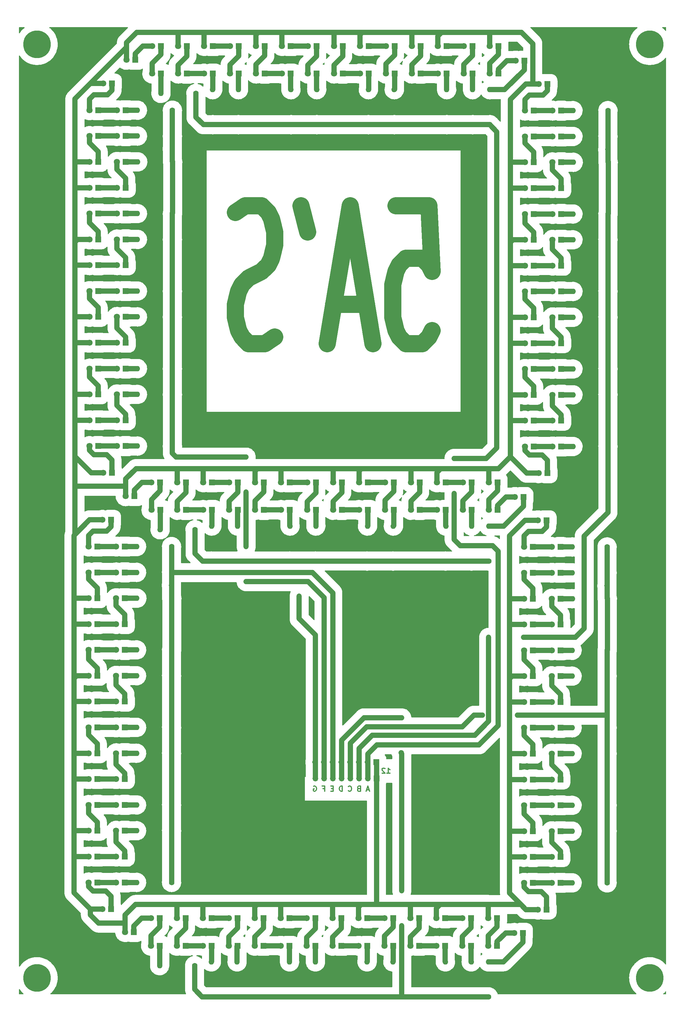
<source format=gbl>
%TF.GenerationSoftware,KiCad,Pcbnew,(6.0.6)*%
%TF.CreationDate,2022-10-07T01:41:05+08:00*%
%TF.ProjectId,7SegmentDisplay_DualLine_NoDriver_10Inches(2),37536567-6d65-46e7-9444-6973706c6179,rev?*%
%TF.SameCoordinates,Original*%
%TF.FileFunction,Copper,L2,Bot*%
%TF.FilePolarity,Positive*%
%FSLAX46Y46*%
G04 Gerber Fmt 4.6, Leading zero omitted, Abs format (unit mm)*
G04 Created by KiCad (PCBNEW (6.0.6)) date 2022-10-07 01:41:05*
%MOMM*%
%LPD*%
G01*
G04 APERTURE LIST*
%ADD10C,0.300000*%
%TA.AperFunction,NonConductor*%
%ADD11C,0.300000*%
%TD*%
%ADD12C,5.000000*%
%TA.AperFunction,NonConductor*%
%ADD13C,5.000000*%
%TD*%
%TA.AperFunction,ComponentPad*%
%ADD14R,1.800000X1.800000*%
%TD*%
%TA.AperFunction,ComponentPad*%
%ADD15C,1.800000*%
%TD*%
%TA.AperFunction,ComponentPad*%
%ADD16C,1.600000*%
%TD*%
%TA.AperFunction,ComponentPad*%
%ADD17O,1.600000X1.600000*%
%TD*%
%TA.AperFunction,ComponentPad*%
%ADD18R,1.700000X1.700000*%
%TD*%
%TA.AperFunction,ComponentPad*%
%ADD19O,1.700000X1.700000*%
%TD*%
%TA.AperFunction,ComponentPad*%
%ADD20C,1.400000*%
%TD*%
%TA.AperFunction,ComponentPad*%
%ADD21O,1.400000X1.400000*%
%TD*%
%TA.AperFunction,ComponentPad*%
%ADD22C,0.900000*%
%TD*%
%TA.AperFunction,ComponentPad*%
%ADD23C,8.000000*%
%TD*%
%TA.AperFunction,Conductor*%
%ADD24C,1.524000*%
%TD*%
G04 APERTURE END LIST*
D10*
D11*
X407885714Y-143878571D02*
X408742857Y-143878571D01*
X408314285Y-143878571D02*
X408314285Y-142378571D01*
X408457142Y-142592857D01*
X408600000Y-142735714D01*
X408742857Y-142807142D01*
X407314285Y-142521428D02*
X407242857Y-142450000D01*
X407100000Y-142378571D01*
X406742857Y-142378571D01*
X406600000Y-142450000D01*
X406528571Y-142521428D01*
X406457142Y-142664285D01*
X406457142Y-142807142D01*
X406528571Y-143021428D01*
X407385714Y-143878571D01*
X406457142Y-143878571D01*
D10*
D11*
X402707142Y-148650000D02*
X401992857Y-148650000D01*
X402850000Y-149078571D02*
X402350000Y-147578571D01*
X401850000Y-149078571D01*
X399707142Y-148292857D02*
X399492857Y-148364285D01*
X399421428Y-148435714D01*
X399350000Y-148578571D01*
X399350000Y-148792857D01*
X399421428Y-148935714D01*
X399492857Y-149007142D01*
X399635714Y-149078571D01*
X400207142Y-149078571D01*
X400207142Y-147578571D01*
X399707142Y-147578571D01*
X399564285Y-147650000D01*
X399492857Y-147721428D01*
X399421428Y-147864285D01*
X399421428Y-148007142D01*
X399492857Y-148150000D01*
X399564285Y-148221428D01*
X399707142Y-148292857D01*
X400207142Y-148292857D01*
X396707142Y-148935714D02*
X396778571Y-149007142D01*
X396992857Y-149078571D01*
X397135714Y-149078571D01*
X397350000Y-149007142D01*
X397492857Y-148864285D01*
X397564285Y-148721428D01*
X397635714Y-148435714D01*
X397635714Y-148221428D01*
X397564285Y-147935714D01*
X397492857Y-147792857D01*
X397350000Y-147650000D01*
X397135714Y-147578571D01*
X396992857Y-147578571D01*
X396778571Y-147650000D01*
X396707142Y-147721428D01*
X394921428Y-149078571D02*
X394921428Y-147578571D01*
X394564285Y-147578571D01*
X394350000Y-147650000D01*
X394207142Y-147792857D01*
X394135714Y-147935714D01*
X394064285Y-148221428D01*
X394064285Y-148435714D01*
X394135714Y-148721428D01*
X394207142Y-148864285D01*
X394350000Y-149007142D01*
X394564285Y-149078571D01*
X394921428Y-149078571D01*
X392278571Y-148292857D02*
X391778571Y-148292857D01*
X391564285Y-149078571D02*
X392278571Y-149078571D01*
X392278571Y-147578571D01*
X391564285Y-147578571D01*
X389278571Y-148292857D02*
X389778571Y-148292857D01*
X389778571Y-149078571D02*
X389778571Y-147578571D01*
X389064285Y-147578571D01*
X386564285Y-147650000D02*
X386707142Y-147578571D01*
X386921428Y-147578571D01*
X387135714Y-147650000D01*
X387278571Y-147792857D01*
X387350000Y-147935714D01*
X387421428Y-148221428D01*
X387421428Y-148435714D01*
X387350000Y-148721428D01*
X387278571Y-148864285D01*
X387135714Y-149007142D01*
X386921428Y-149078571D01*
X386778571Y-149078571D01*
X386564285Y-149007142D01*
X386492857Y-148935714D01*
X386492857Y-148435714D01*
X386778571Y-148435714D01*
D12*
D13*
X410495238Y20904761D02*
X420019047Y20904761D01*
X420971428Y1857142D01*
X420019047Y3761904D01*
X418114285Y5666666D01*
X413352380Y5666666D01*
X411447619Y3761904D01*
X410495238Y1857142D01*
X409542857Y-1952380D01*
X409542857Y-11476190D01*
X410495238Y-15285714D01*
X411447619Y-17190476D01*
X413352380Y-19095238D01*
X418114285Y-19095238D01*
X420019047Y-17190476D01*
X420971428Y-15285714D01*
X401923809Y-7666666D02*
X392400000Y-7666666D01*
X403828571Y-19095238D02*
X397161904Y20904761D01*
X390495238Y-19095238D01*
X382876190Y20904761D02*
X384780952Y13285714D01*
X375257142Y-17190476D02*
X372400000Y-19095238D01*
X367638095Y-19095238D01*
X365733333Y-17190476D01*
X364780952Y-15285714D01*
X363828571Y-11476190D01*
X363828571Y-7666666D01*
X364780952Y-3857142D01*
X365733333Y-1952380D01*
X367638095Y-47619D01*
X371447619Y1857142D01*
X373352380Y3761904D01*
X374304761Y5666666D01*
X375257142Y9476190D01*
X375257142Y13285714D01*
X374304761Y17095238D01*
X373352380Y19000000D01*
X371447619Y20904761D01*
X366685714Y20904761D01*
X363828571Y19000000D01*
D14*
%TO.P,REF\u002A\u002A,1*%
%TO.N,N/C*%
X372025000Y-193942574D03*
D15*
%TO.P,REF\u002A\u002A,2*%
X369485000Y-193942574D03*
%TD*%
D14*
%TO.P,REF\u002A\u002A,1*%
%TO.N,N/C*%
X372160000Y-67420074D03*
D15*
%TO.P,REF\u002A\u002A,2*%
X369620000Y-67420074D03*
%TD*%
D14*
%TO.P,REF\u002A\u002A,1*%
%TO.N,N/C*%
X458524960Y40999932D03*
D15*
%TO.P,REF\u002A\u002A,2*%
X455984960Y40999932D03*
%TD*%
D14*
%TO.P,REF\u002A\u002A,1*%
%TO.N,N/C*%
X323775040Y-175545080D03*
D15*
%TO.P,REF\u002A\u002A,2*%
X321235040Y-175545080D03*
%TD*%
D14*
%TO.P,REF\u002A\u002A,1*%
%TO.N,N/C*%
X432345000Y-193942574D03*
D15*
%TO.P,REF\u002A\u002A,2*%
X429805000Y-193942574D03*
%TD*%
D14*
%TO.P,REF\u002A\u002A,1*%
%TO.N,N/C*%
X450524960Y-19000068D03*
D15*
%TO.P,REF\u002A\u002A,2*%
X447984960Y-19000068D03*
%TD*%
D14*
%TO.P,REF\u002A\u002A,1*%
%TO.N,N/C*%
X327775040Y-183295080D03*
D15*
%TO.P,REF\u002A\u002A,2*%
X325235040Y-183295080D03*
%TD*%
D14*
%TO.P,REF\u002A\u002A,1*%
%TO.N,N/C*%
X323775040Y-100545080D03*
D15*
%TO.P,REF\u002A\u002A,2*%
X321235040Y-100545080D03*
%TD*%
D16*
%TO.P,REF\u002A\u002A,1*%
%TO.N,N/C*%
X345580000Y-48875074D03*
D17*
%TO.P,REF\u002A\u002A,2*%
X335420000Y-48875074D03*
%TD*%
D14*
%TO.P,REF\u002A\u002A,1*%
%TO.N,N/C*%
X450275000Y-160670074D03*
D15*
%TO.P,REF\u002A\u002A,2*%
X447735000Y-160670074D03*
%TD*%
D16*
%TO.P,REF\u002A\u002A,1*%
%TO.N,N/C*%
X352025000Y-199692574D03*
D17*
%TO.P,REF\u002A\u002A,2*%
X341865000Y-199692574D03*
%TD*%
D14*
%TO.P,REF\u002A\u002A,1*%
%TO.N,N/C*%
X440269960Y59249932D03*
D15*
%TO.P,REF\u002A\u002A,2*%
X437729960Y59249932D03*
%TD*%
D14*
%TO.P,REF\u002A\u002A,1*%
%TO.N,N/C*%
X324025000Y-26375074D03*
D15*
%TO.P,REF\u002A\u002A,2*%
X321485000Y-26375074D03*
%TD*%
D16*
%TO.P,REF\u002A\u002A,1*%
%TO.N,N/C*%
X471830000Y-78170074D03*
D17*
%TO.P,REF\u002A\u002A,2*%
X461670000Y-78170074D03*
%TD*%
D14*
%TO.P,REF\u002A\u002A,1*%
%TO.N,N/C*%
X447540000Y-63670074D03*
D15*
%TO.P,REF\u002A\u002A,2*%
X445000000Y-63670074D03*
%TD*%
D14*
%TO.P,REF\u002A\u002A,1*%
%TO.N,N/C*%
X379949960Y67249932D03*
D15*
%TO.P,REF\u002A\u002A,2*%
X377409960Y67249932D03*
%TD*%
D14*
%TO.P,REF\u002A\u002A,1*%
%TO.N,N/C*%
X424805000Y-193942574D03*
D15*
%TO.P,REF\u002A\u002A,2*%
X422265000Y-193942574D03*
%TD*%
D14*
%TO.P,REF\u002A\u002A,1*%
%TO.N,N/C*%
X379700000Y-59420074D03*
D15*
%TO.P,REF\u002A\u002A,2*%
X377160000Y-59420074D03*
%TD*%
D14*
%TO.P,REF\u002A\u002A,1*%
%TO.N,N/C*%
X424805000Y-185942574D03*
D15*
%TO.P,REF\u002A\u002A,2*%
X422265000Y-185942574D03*
%TD*%
D14*
%TO.P,REF\u002A\u002A,1*%
%TO.N,N/C*%
X458524960Y33499932D03*
D15*
%TO.P,REF\u002A\u002A,2*%
X455984960Y33499932D03*
%TD*%
D14*
%TO.P,REF\u002A\u002A,1*%
%TO.N,N/C*%
X331775040Y-85545080D03*
D15*
%TO.P,REF\u002A\u002A,2*%
X329235040Y-85545080D03*
%TD*%
D14*
%TO.P,REF\u002A\u002A,1*%
%TO.N,N/C*%
X331775040Y-78045080D03*
D15*
%TO.P,REF\u002A\u002A,2*%
X329235040Y-78045080D03*
%TD*%
D14*
%TO.P,REF\u002A\u002A,1*%
%TO.N,N/C*%
X458275000Y-138170074D03*
D15*
%TO.P,REF\u002A\u002A,2*%
X455735000Y-138170074D03*
%TD*%
D14*
%TO.P,REF\u002A\u002A,1*%
%TO.N,N/C*%
X447789960Y62999932D03*
D15*
%TO.P,REF\u002A\u002A,2*%
X445249960Y62999932D03*
%TD*%
D14*
%TO.P,REF\u002A\u002A,1*%
%TO.N,N/C*%
X424940000Y-59420074D03*
D15*
%TO.P,REF\u002A\u002A,2*%
X422400000Y-59420074D03*
%TD*%
D14*
%TO.P,REF\u002A\u002A,1*%
%TO.N,N/C*%
X323775040Y-115545080D03*
D15*
%TO.P,REF\u002A\u002A,2*%
X321235040Y-115545080D03*
%TD*%
D14*
%TO.P,REF\u002A\u002A,1*%
%TO.N,N/C*%
X332025000Y-48875074D03*
D15*
%TO.P,REF\u002A\u002A,2*%
X329485000Y-48875074D03*
%TD*%
D14*
%TO.P,REF\u002A\u002A,1*%
%TO.N,N/C*%
X432345000Y-185942574D03*
D15*
%TO.P,REF\u002A\u002A,2*%
X429805000Y-185942574D03*
%TD*%
D14*
%TO.P,REF\u002A\u002A,1*%
%TO.N,N/C*%
X425189960Y59249932D03*
D15*
%TO.P,REF\u002A\u002A,2*%
X422649960Y59249932D03*
%TD*%
D14*
%TO.P,REF\u002A\u002A,1*%
%TO.N,N/C*%
X450524960Y-41500068D03*
D15*
%TO.P,REF\u002A\u002A,2*%
X447984960Y-41500068D03*
%TD*%
D14*
%TO.P,REF\u002A\u002A,1*%
%TO.N,N/C*%
X417649960Y59249932D03*
D15*
%TO.P,REF\u002A\u002A,2*%
X415109960Y59249932D03*
%TD*%
D18*
%TO.P,REF\u002A\u002A,1*%
%TO.N,N/C*%
X404840000Y-140600000D03*
D19*
%TO.P,REF\u002A\u002A,2*%
X402300000Y-140600000D03*
%TO.P,REF\u002A\u002A,3*%
X399760000Y-140600000D03*
%TO.P,REF\u002A\u002A,4*%
X397220000Y-140600000D03*
%TO.P,REF\u002A\u002A,5*%
X394680000Y-140600000D03*
%TO.P,REF\u002A\u002A,6*%
X392140000Y-140600000D03*
%TO.P,REF\u002A\u002A,7*%
X389600000Y-140600000D03*
%TO.P,REF\u002A\u002A,8*%
X387060000Y-140600000D03*
%TD*%
D14*
%TO.P,REF\u002A\u002A,1*%
%TO.N,N/C*%
X458524960Y-4000068D03*
D15*
%TO.P,REF\u002A\u002A,2*%
X455984960Y-4000068D03*
%TD*%
D14*
%TO.P,REF\u002A\u002A,1*%
%TO.N,N/C*%
X387240000Y-67420074D03*
D15*
%TO.P,REF\u002A\u002A,2*%
X384700000Y-67420074D03*
%TD*%
D14*
%TO.P,REF\u002A\u002A,1*%
%TO.N,N/C*%
X439885000Y-185942574D03*
D15*
%TO.P,REF\u002A\u002A,2*%
X437345000Y-185942574D03*
%TD*%
D16*
%TO.P,REF\u002A\u002A,1*%
%TO.N,N/C*%
X425000000Y-82250074D03*
D17*
%TO.P,REF\u002A\u002A,2*%
X425000000Y-72090074D03*
%TD*%
D16*
%TO.P,REF\u002A\u002A,1*%
%TO.N,N/C*%
X472079960Y-26500068D03*
D17*
%TO.P,REF\u002A\u002A,2*%
X461919960Y-26500068D03*
%TD*%
D14*
%TO.P,REF\u002A\u002A,1*%
%TO.N,N/C*%
X450524960Y-26500068D03*
D15*
%TO.P,REF\u002A\u002A,2*%
X447984960Y-26500068D03*
%TD*%
D14*
%TO.P,REF\u002A\u002A,1*%
%TO.N,N/C*%
X454524960Y56249932D03*
D15*
%TO.P,REF\u002A\u002A,2*%
X451984960Y56249932D03*
%TD*%
D14*
%TO.P,REF\u002A\u002A,1*%
%TO.N,N/C*%
X372409960Y67249932D03*
D15*
%TO.P,REF\u002A\u002A,2*%
X369869960Y67249932D03*
%TD*%
D14*
%TO.P,REF\u002A\u002A,1*%
%TO.N,N/C*%
X331775040Y-145545080D03*
D15*
%TO.P,REF\u002A\u002A,2*%
X329235040Y-145545080D03*
%TD*%
D20*
%TO.P,REF\u002A\u002A,1*%
%TO.N,N/C*%
X367000000Y-62230000D03*
D21*
%TO.P,REF\u002A\u002A,2*%
X367000000Y-52070000D03*
%TD*%
D14*
%TO.P,REF\u002A\u002A,1*%
%TO.N,N/C*%
X323775040Y-160545080D03*
D15*
%TO.P,REF\u002A\u002A,2*%
X321235040Y-160545080D03*
%TD*%
D14*
%TO.P,REF\u002A\u002A,1*%
%TO.N,N/C*%
X450524960Y48499932D03*
D15*
%TO.P,REF\u002A\u002A,2*%
X447984960Y48499932D03*
%TD*%
D16*
%TO.P,REF\u002A\u002A,1*%
%TO.N,N/C*%
X345330040Y-78045080D03*
D17*
%TO.P,REF\u002A\u002A,2*%
X335170040Y-78045080D03*
%TD*%
D16*
%TO.P,REF\u002A\u002A,1*%
%TO.N,N/C*%
X387115000Y-208772574D03*
D17*
%TO.P,REF\u002A\u002A,2*%
X387115000Y-198612574D03*
%TD*%
D14*
%TO.P,REF\u002A\u002A,1*%
%TO.N,N/C*%
X331775040Y-123045080D03*
D15*
%TO.P,REF\u002A\u002A,2*%
X329235040Y-123045080D03*
%TD*%
D14*
%TO.P,REF\u002A\u002A,1*%
%TO.N,N/C*%
X364869960Y67249932D03*
D15*
%TO.P,REF\u002A\u002A,2*%
X362329960Y67249932D03*
%TD*%
D14*
%TO.P,REF\u002A\u002A,1*%
%TO.N,N/C*%
X394645000Y-193942574D03*
D15*
%TO.P,REF\u002A\u002A,2*%
X392105000Y-193942574D03*
%TD*%
D14*
%TO.P,REF\u002A\u002A,1*%
%TO.N,N/C*%
X450524960Y-11500068D03*
D15*
%TO.P,REF\u002A\u002A,2*%
X447984960Y-11500068D03*
%TD*%
D14*
%TO.P,REF\u002A\u002A,1*%
%TO.N,N/C*%
X332025000Y3624926D03*
D15*
%TO.P,REF\u002A\u002A,2*%
X329485000Y3624926D03*
%TD*%
D16*
%TO.P,REF\u002A\u002A,1*%
%TO.N,N/C*%
X387499960Y44419932D03*
D17*
%TO.P,REF\u002A\u002A,2*%
X387499960Y54579932D03*
%TD*%
D16*
%TO.P,REF\u002A\u002A,1*%
%TO.N,N/C*%
X345580000Y41124926D03*
D17*
%TO.P,REF\u002A\u002A,2*%
X335420000Y41124926D03*
%TD*%
D16*
%TO.P,REF\u002A\u002A,1*%
%TO.N,N/C*%
X437365000Y-208772574D03*
D17*
%TO.P,REF\u002A\u002A,2*%
X437365000Y-198612574D03*
%TD*%
D14*
%TO.P,REF\u002A\u002A,1*%
%TO.N,N/C*%
X458524960Y25999932D03*
D15*
%TO.P,REF\u002A\u002A,2*%
X455984960Y25999932D03*
%TD*%
D20*
%TO.P,REF\u002A\u002A,1*%
%TO.N,N/C*%
X445800000Y-127000000D03*
D21*
%TO.P,REF\u002A\u002A,2*%
X435640000Y-127000000D03*
%TD*%
D14*
%TO.P,REF\u002A\u002A,1*%
%TO.N,N/C*%
X432480000Y-59420074D03*
D15*
%TO.P,REF\u002A\u002A,2*%
X429940000Y-59420074D03*
%TD*%
D14*
%TO.P,REF\u002A\u002A,1*%
%TO.N,N/C*%
X395029960Y67249932D03*
D15*
%TO.P,REF\u002A\u002A,2*%
X392489960Y67249932D03*
%TD*%
D14*
%TO.P,REF\u002A\u002A,1*%
%TO.N,N/C*%
X417265000Y-193942574D03*
D15*
%TO.P,REF\u002A\u002A,2*%
X414725000Y-193942574D03*
%TD*%
D16*
%TO.P,REF\u002A\u002A,1*%
%TO.N,N/C*%
X472079960Y48499932D03*
D17*
%TO.P,REF\u002A\u002A,2*%
X461919960Y48499932D03*
%TD*%
D16*
%TO.P,REF\u002A\u002A,1*%
%TO.N,N/C*%
X345330040Y-108045080D03*
D17*
%TO.P,REF\u002A\u002A,2*%
X335170040Y-108045080D03*
%TD*%
D14*
%TO.P,REF\u002A\u002A,1*%
%TO.N,N/C*%
X450524960Y3499932D03*
D15*
%TO.P,REF\u002A\u002A,2*%
X447984960Y3499932D03*
%TD*%
D20*
%TO.P,REF\u002A\u002A,1*%
%TO.N,N/C*%
X412200000Y-127770000D03*
D21*
%TO.P,REF\u002A\u002A,2*%
X412200000Y-137930000D03*
%TD*%
D20*
%TO.P,REF\u002A\u002A,1*%
%TO.N,N/C*%
X382400000Y-92430000D03*
D21*
%TO.P,REF\u002A\u002A,2*%
X382400000Y-82270000D03*
%TD*%
D14*
%TO.P,REF\u002A\u002A,1*%
%TO.N,N/C*%
X450524960Y-34000068D03*
D15*
%TO.P,REF\u002A\u002A,2*%
X447984960Y-34000068D03*
%TD*%
D14*
%TO.P,REF\u002A\u002A,1*%
%TO.N,N/C*%
X450275000Y-93170074D03*
D15*
%TO.P,REF\u002A\u002A,2*%
X447735000Y-93170074D03*
%TD*%
D14*
%TO.P,REF\u002A\u002A,1*%
%TO.N,N/C*%
X394780000Y-67420074D03*
D15*
%TO.P,REF\u002A\u002A,2*%
X392240000Y-67420074D03*
%TD*%
D14*
%TO.P,REF\u002A\u002A,1*%
%TO.N,N/C*%
X331775040Y-115545080D03*
D15*
%TO.P,REF\u002A\u002A,2*%
X329235040Y-115545080D03*
%TD*%
D14*
%TO.P,REF\u002A\u002A,1*%
%TO.N,N/C*%
X324025000Y-3875074D03*
D15*
%TO.P,REF\u002A\u002A,2*%
X321485000Y-3875074D03*
%TD*%
D14*
%TO.P,REF\u002A\u002A,1*%
%TO.N,N/C*%
X332025000Y-18875074D03*
D15*
%TO.P,REF\u002A\u002A,2*%
X329485000Y-18875074D03*
%TD*%
D14*
%TO.P,REF\u002A\u002A,1*%
%TO.N,N/C*%
X332025000Y-41375074D03*
D15*
%TO.P,REF\u002A\u002A,2*%
X329485000Y-41375074D03*
%TD*%
D14*
%TO.P,REF\u002A\u002A,1*%
%TO.N,N/C*%
X450275000Y-108170074D03*
D15*
%TO.P,REF\u002A\u002A,2*%
X447735000Y-108170074D03*
%TD*%
D14*
%TO.P,REF\u002A\u002A,1*%
%TO.N,N/C*%
X458275000Y-175670074D03*
D15*
%TO.P,REF\u002A\u002A,2*%
X455735000Y-175670074D03*
%TD*%
D14*
%TO.P,REF\u002A\u002A,1*%
%TO.N,N/C*%
X387105000Y-193942574D03*
D15*
%TO.P,REF\u002A\u002A,2*%
X384565000Y-193942574D03*
%TD*%
D14*
%TO.P,REF\u002A\u002A,1*%
%TO.N,N/C*%
X387240000Y-59420074D03*
D15*
%TO.P,REF\u002A\u002A,2*%
X384700000Y-59420074D03*
%TD*%
D14*
%TO.P,REF\u002A\u002A,1*%
%TO.N,N/C*%
X439885000Y-193942574D03*
D15*
%TO.P,REF\u002A\u002A,2*%
X437345000Y-193942574D03*
%TD*%
D14*
%TO.P,REF\u002A\u002A,1*%
%TO.N,N/C*%
X458275000Y-93170074D03*
D15*
%TO.P,REF\u002A\u002A,2*%
X455735000Y-93170074D03*
%TD*%
D14*
%TO.P,REF\u002A\u002A,1*%
%TO.N,N/C*%
X450524960Y25999932D03*
D15*
%TO.P,REF\u002A\u002A,2*%
X447984960Y25999932D03*
%TD*%
D22*
%TO.P,REF\u002A\u002A,1*%
%TO.N,N/C*%
X484250000Y-206250074D03*
X487250000Y-203250074D03*
X482128680Y-205371394D03*
X481250000Y-203250074D03*
X482128680Y-201128754D03*
X484250000Y-200250074D03*
X486371320Y-201128754D03*
X486371320Y-205371394D03*
D23*
X484250000Y-203250074D03*
%TD*%
D22*
%TO.P,REF\u002A\u002A,1*%
%TO.N,N/C*%
X304128680Y69871246D03*
X304128680Y65628606D03*
D23*
X306250000Y67749926D03*
D22*
X306250000Y64749926D03*
X308371320Y65628606D03*
X309250000Y67749926D03*
X306250000Y70749926D03*
X303250000Y67749926D03*
X308371320Y69871246D03*
%TD*%
D14*
%TO.P,REF\u002A\u002A,1*%
%TO.N,N/C*%
X409725000Y-185942574D03*
D15*
%TO.P,REF\u002A\u002A,2*%
X407185000Y-185942574D03*
%TD*%
D14*
%TO.P,REF\u002A\u002A,1*%
%TO.N,N/C*%
X410109960Y67249932D03*
D15*
%TO.P,REF\u002A\u002A,2*%
X407569960Y67249932D03*
%TD*%
D14*
%TO.P,REF\u002A\u002A,1*%
%TO.N,N/C*%
X324025000Y41124926D03*
D15*
%TO.P,REF\u002A\u002A,2*%
X321485000Y41124926D03*
%TD*%
D16*
%TO.P,REF\u002A\u002A,1*%
%TO.N,N/C*%
X472079960Y-34000068D03*
D17*
%TO.P,REF\u002A\u002A,2*%
X461919960Y-34000068D03*
%TD*%
D14*
%TO.P,REF\u002A\u002A,1*%
%TO.N,N/C*%
X432480000Y-67420074D03*
D15*
%TO.P,REF\u002A\u002A,2*%
X429940000Y-67420074D03*
%TD*%
D16*
%TO.P,REF\u002A\u002A,1*%
%TO.N,N/C*%
X472079960Y40999932D03*
D17*
%TO.P,REF\u002A\u002A,2*%
X461919960Y40999932D03*
%TD*%
D14*
%TO.P,REF\u002A\u002A,1*%
%TO.N,N/C*%
X425189960Y67249932D03*
D15*
%TO.P,REF\u002A\u002A,2*%
X422649960Y67249932D03*
%TD*%
D16*
%TO.P,REF\u002A\u002A,1*%
%TO.N,N/C*%
X472079960Y-4000068D03*
D17*
%TO.P,REF\u002A\u002A,2*%
X461919960Y-4000068D03*
%TD*%
D14*
%TO.P,REF\u002A\u002A,1*%
%TO.N,N/C*%
X324025000Y3624926D03*
D15*
%TO.P,REF\u002A\u002A,2*%
X321485000Y3624926D03*
%TD*%
D14*
%TO.P,REF\u002A\u002A,1*%
%TO.N,N/C*%
X324025000Y18624926D03*
D15*
%TO.P,REF\u002A\u002A,2*%
X321485000Y18624926D03*
%TD*%
D14*
%TO.P,REF\u002A\u002A,1*%
%TO.N,N/C*%
X450275000Y-100670074D03*
D15*
%TO.P,REF\u002A\u002A,2*%
X447735000Y-100670074D03*
%TD*%
D16*
%TO.P,REF\u002A\u002A,1*%
%TO.N,N/C*%
X364365000Y-208772574D03*
D17*
%TO.P,REF\u002A\u002A,2*%
X364365000Y-198612574D03*
%TD*%
D16*
%TO.P,REF\u002A\u002A,1*%
%TO.N,N/C*%
X471830000Y-115670074D03*
D17*
%TO.P,REF\u002A\u002A,2*%
X461670000Y-115670074D03*
%TD*%
D14*
%TO.P,REF\u002A\u002A,1*%
%TO.N,N/C*%
X341865000Y-185942574D03*
D15*
%TO.P,REF\u002A\u002A,2*%
X339325000Y-185942574D03*
%TD*%
D14*
%TO.P,REF\u002A\u002A,1*%
%TO.N,N/C*%
X356945000Y-193942574D03*
D15*
%TO.P,REF\u002A\u002A,2*%
X354405000Y-193942574D03*
%TD*%
D14*
%TO.P,REF\u002A\u002A,1*%
%TO.N,N/C*%
X379949960Y59249932D03*
D15*
%TO.P,REF\u002A\u002A,2*%
X377409960Y59249932D03*
%TD*%
D14*
%TO.P,REF\u002A\u002A,1*%
%TO.N,N/C*%
X440020000Y-67420074D03*
D15*
%TO.P,REF\u002A\u002A,2*%
X437480000Y-67420074D03*
%TD*%
D14*
%TO.P,REF\u002A\u002A,1*%
%TO.N,N/C*%
X458524960Y-34000068D03*
D15*
%TO.P,REF\u002A\u002A,2*%
X455984960Y-34000068D03*
%TD*%
D14*
%TO.P,REF\u002A\u002A,1*%
%TO.N,N/C*%
X328025000Y56374926D03*
D15*
%TO.P,REF\u002A\u002A,2*%
X325485000Y56374926D03*
%TD*%
D16*
%TO.P,REF\u002A\u002A,1*%
%TO.N,N/C*%
X471910000Y-93170074D03*
D17*
%TO.P,REF\u002A\u002A,2*%
X461750000Y-93170074D03*
%TD*%
D14*
%TO.P,REF\u002A\u002A,1*%
%TO.N,N/C*%
X409860000Y-59420074D03*
D15*
%TO.P,REF\u002A\u002A,2*%
X407320000Y-59420074D03*
%TD*%
D16*
%TO.P,REF\u002A\u002A,1*%
%TO.N,N/C*%
X472079960Y-11500068D03*
D17*
%TO.P,REF\u002A\u002A,2*%
X461919960Y-11500068D03*
%TD*%
D14*
%TO.P,REF\u002A\u002A,1*%
%TO.N,N/C*%
X450275000Y-145670074D03*
D15*
%TO.P,REF\u002A\u002A,2*%
X447735000Y-145670074D03*
%TD*%
D14*
%TO.P,REF\u002A\u002A,1*%
%TO.N,N/C*%
X440020000Y-59420074D03*
D15*
%TO.P,REF\u002A\u002A,2*%
X437480000Y-59420074D03*
%TD*%
D14*
%TO.P,REF\u002A\u002A,1*%
%TO.N,N/C*%
X331775040Y-175545080D03*
D15*
%TO.P,REF\u002A\u002A,2*%
X329235040Y-175545080D03*
%TD*%
D16*
%TO.P,REF\u002A\u002A,1*%
%TO.N,N/C*%
X471830000Y-108170074D03*
D17*
%TO.P,REF\u002A\u002A,2*%
X461670000Y-108170074D03*
%TD*%
D16*
%TO.P,REF\u002A\u002A,1*%
%TO.N,N/C*%
X472079960Y18499932D03*
D17*
%TO.P,REF\u002A\u002A,2*%
X461919960Y18499932D03*
%TD*%
D14*
%TO.P,REF\u002A\u002A,1*%
%TO.N,N/C*%
X450275000Y-123170074D03*
D15*
%TO.P,REF\u002A\u002A,2*%
X447735000Y-123170074D03*
%TD*%
D14*
%TO.P,REF\u002A\u002A,1*%
%TO.N,N/C*%
X394645000Y-185942574D03*
D15*
%TO.P,REF\u002A\u002A,2*%
X392105000Y-185942574D03*
%TD*%
D14*
%TO.P,REF\u002A\u002A,1*%
%TO.N,N/C*%
X332025000Y41124926D03*
D15*
%TO.P,REF\u002A\u002A,2*%
X329485000Y41124926D03*
%TD*%
D16*
%TO.P,REF\u002A\u002A,1*%
%TO.N,N/C*%
X471830000Y-130670074D03*
D17*
%TO.P,REF\u002A\u002A,2*%
X461670000Y-130670074D03*
%TD*%
D14*
%TO.P,REF\u002A\u002A,1*%
%TO.N,N/C*%
X458524960Y3499932D03*
D15*
%TO.P,REF\u002A\u002A,2*%
X455984960Y3499932D03*
%TD*%
D14*
%TO.P,REF\u002A\u002A,1*%
%TO.N,N/C*%
X450275000Y-138170074D03*
D15*
%TO.P,REF\u002A\u002A,2*%
X447735000Y-138170074D03*
%TD*%
D16*
%TO.P,REF\u002A\u002A,1*%
%TO.N,N/C*%
X409615000Y-208772574D03*
D17*
%TO.P,REF\u002A\u002A,2*%
X409615000Y-198612574D03*
%TD*%
D14*
%TO.P,REF\u002A\u002A,1*%
%TO.N,N/C*%
X402569960Y67249932D03*
D15*
%TO.P,REF\u002A\u002A,2*%
X400029960Y67249932D03*
%TD*%
D14*
%TO.P,REF\u002A\u002A,1*%
%TO.N,N/C*%
X458524960Y18499932D03*
D15*
%TO.P,REF\u002A\u002A,2*%
X455984960Y18499932D03*
%TD*%
D14*
%TO.P,REF\u002A\u002A,1*%
%TO.N,N/C*%
X332025000Y26124926D03*
D15*
%TO.P,REF\u002A\u002A,2*%
X329485000Y26124926D03*
%TD*%
D16*
%TO.P,REF\u002A\u002A,1*%
%TO.N,N/C*%
X379615000Y-208772574D03*
D17*
%TO.P,REF\u002A\u002A,2*%
X379615000Y-198612574D03*
%TD*%
D14*
%TO.P,REF\u002A\u002A,1*%
%TO.N,N/C*%
X332025000Y11124926D03*
D15*
%TO.P,REF\u002A\u002A,2*%
X329485000Y11124926D03*
%TD*%
D14*
%TO.P,REF\u002A\u002A,1*%
%TO.N,N/C*%
X332025000Y33624926D03*
D15*
%TO.P,REF\u002A\u002A,2*%
X329485000Y33624926D03*
%TD*%
D14*
%TO.P,REF\u002A\u002A,1*%
%TO.N,N/C*%
X372409960Y59249932D03*
D15*
%TO.P,REF\u002A\u002A,2*%
X369869960Y59249932D03*
%TD*%
D14*
%TO.P,REF\u002A\u002A,1*%
%TO.N,N/C*%
X458524960Y-26500068D03*
D15*
%TO.P,REF\u002A\u002A,2*%
X455984960Y-26500068D03*
%TD*%
D14*
%TO.P,REF\u002A\u002A,1*%
%TO.N,N/C*%
X332025000Y-26375074D03*
D15*
%TO.P,REF\u002A\u002A,2*%
X329485000Y-26375074D03*
%TD*%
D14*
%TO.P,REF\u002A\u002A,1*%
%TO.N,N/C*%
X379565000Y-185942574D03*
D15*
%TO.P,REF\u002A\u002A,2*%
X377025000Y-185942574D03*
%TD*%
D18*
%TO.P,REF\u002A\u002A,1*%
%TO.N,N/C*%
X404875000Y-145400000D03*
D19*
%TO.P,REF\u002A\u002A,2*%
X402335000Y-145400000D03*
%TO.P,REF\u002A\u002A,3*%
X399795000Y-145400000D03*
%TO.P,REF\u002A\u002A,4*%
X397255000Y-145400000D03*
%TO.P,REF\u002A\u002A,5*%
X394715000Y-145400000D03*
%TO.P,REF\u002A\u002A,6*%
X392175000Y-145400000D03*
%TO.P,REF\u002A\u002A,7*%
X389635000Y-145400000D03*
%TO.P,REF\u002A\u002A,8*%
X387095000Y-145400000D03*
%TD*%
D14*
%TO.P,REF\u002A\u002A,1*%
%TO.N,N/C*%
X323775040Y-123045080D03*
D15*
%TO.P,REF\u002A\u002A,2*%
X321235040Y-123045080D03*
%TD*%
D16*
%TO.P,REF\u002A\u002A,1*%
%TO.N,N/C*%
X379750000Y-82250074D03*
D17*
%TO.P,REF\u002A\u002A,2*%
X379750000Y-72090074D03*
%TD*%
D14*
%TO.P,REF\u002A\u002A,1*%
%TO.N,N/C*%
X372160000Y-59420074D03*
D15*
%TO.P,REF\u002A\u002A,2*%
X369620000Y-59420074D03*
%TD*%
D16*
%TO.P,REF\u002A\u002A,1*%
%TO.N,N/C*%
X402250000Y-82250074D03*
D17*
%TO.P,REF\u002A\u002A,2*%
X402250000Y-72090074D03*
%TD*%
D14*
%TO.P,REF\u002A\u002A,1*%
%TO.N,N/C*%
X424940000Y-67420074D03*
D15*
%TO.P,REF\u002A\u002A,2*%
X422400000Y-67420074D03*
%TD*%
D14*
%TO.P,REF\u002A\u002A,1*%
%TO.N,N/C*%
X323775040Y-108045080D03*
D15*
%TO.P,REF\u002A\u002A,2*%
X321235040Y-108045080D03*
%TD*%
D14*
%TO.P,REF\u002A\u002A,1*%
%TO.N,N/C*%
X454275000Y-70420074D03*
D15*
%TO.P,REF\u002A\u002A,2*%
X451735000Y-70420074D03*
%TD*%
D14*
%TO.P,REF\u002A\u002A,1*%
%TO.N,N/C*%
X458524960Y-19000068D03*
D15*
%TO.P,REF\u002A\u002A,2*%
X455984960Y-19000068D03*
%TD*%
D14*
%TO.P,REF\u002A\u002A,1*%
%TO.N,N/C*%
X402185000Y-185942574D03*
D15*
%TO.P,REF\u002A\u002A,2*%
X399645000Y-185942574D03*
%TD*%
D14*
%TO.P,REF\u002A\u002A,1*%
%TO.N,N/C*%
X395029960Y59249932D03*
D15*
%TO.P,REF\u002A\u002A,2*%
X392489960Y59249932D03*
%TD*%
D14*
%TO.P,REF\u002A\u002A,1*%
%TO.N,N/C*%
X332025000Y48624926D03*
D15*
%TO.P,REF\u002A\u002A,2*%
X329485000Y48624926D03*
%TD*%
D14*
%TO.P,REF\u002A\u002A,1*%
%TO.N,N/C*%
X402185000Y-193942574D03*
D15*
%TO.P,REF\u002A\u002A,2*%
X399645000Y-193942574D03*
%TD*%
D16*
%TO.P,REF\u002A\u002A,1*%
%TO.N,N/C*%
X437500000Y-82250074D03*
D17*
%TO.P,REF\u002A\u002A,2*%
X437500000Y-72090074D03*
%TD*%
D14*
%TO.P,REF\u002A\u002A,1*%
%TO.N,N/C*%
X458524960Y48499932D03*
D15*
%TO.P,REF\u002A\u002A,2*%
X455984960Y48499932D03*
%TD*%
D14*
%TO.P,REF\u002A\u002A,1*%
%TO.N,N/C*%
X324025000Y26124926D03*
D15*
%TO.P,REF\u002A\u002A,2*%
X321485000Y26124926D03*
%TD*%
D14*
%TO.P,REF\u002A\u002A,1*%
%TO.N,N/C*%
X356945000Y-185942574D03*
D15*
%TO.P,REF\u002A\u002A,2*%
X354405000Y-185942574D03*
%TD*%
D16*
%TO.P,REF\u002A\u002A,1*%
%TO.N,N/C*%
X345580000Y-11375074D03*
D17*
%TO.P,REF\u002A\u002A,2*%
X335420000Y-11375074D03*
%TD*%
D14*
%TO.P,REF\u002A\u002A,1*%
%TO.N,N/C*%
X458275000Y-108170074D03*
D15*
%TO.P,REF\u002A\u002A,2*%
X455735000Y-108170074D03*
%TD*%
D16*
%TO.P,REF\u002A\u002A,1*%
%TO.N,N/C*%
X345580000Y18624926D03*
D17*
%TO.P,REF\u002A\u002A,2*%
X335420000Y18624926D03*
%TD*%
D14*
%TO.P,REF\u002A\u002A,1*%
%TO.N,N/C*%
X334525000Y-63420074D03*
D15*
%TO.P,REF\u002A\u002A,2*%
X331985000Y-63420074D03*
%TD*%
D14*
%TO.P,REF\u002A\u002A,1*%
%TO.N,N/C*%
X409860000Y-67420074D03*
D15*
%TO.P,REF\u002A\u002A,2*%
X407320000Y-67420074D03*
%TD*%
D14*
%TO.P,REF\u002A\u002A,1*%
%TO.N,N/C*%
X458275000Y-160670074D03*
D15*
%TO.P,REF\u002A\u002A,2*%
X455735000Y-160670074D03*
%TD*%
D16*
%TO.P,REF\u002A\u002A,1*%
%TO.N,N/C*%
X471830000Y-153170074D03*
D17*
%TO.P,REF\u002A\u002A,2*%
X461670000Y-153170074D03*
%TD*%
D22*
%TO.P,REF\u002A\u002A,1*%
%TO.N,N/C*%
X304128680Y-201128754D03*
D23*
X306250000Y-203250074D03*
D22*
X308371320Y-205371394D03*
X309250000Y-203250074D03*
X304128680Y-205371394D03*
X306250000Y-200250074D03*
X306250000Y-206250074D03*
X308371320Y-201128754D03*
X303250000Y-203250074D03*
%TD*%
D14*
%TO.P,REF\u002A\u002A,1*%
%TO.N,N/C*%
X432729960Y59249932D03*
D15*
%TO.P,REF\u002A\u002A,2*%
X430189960Y59249932D03*
%TD*%
D16*
%TO.P,REF\u002A\u002A,1*%
%TO.N,N/C*%
X345410040Y-93045080D03*
D17*
%TO.P,REF\u002A\u002A,2*%
X335250040Y-93045080D03*
%TD*%
D14*
%TO.P,REF\u002A\u002A,1*%
%TO.N,N/C*%
X402320000Y-67420074D03*
D15*
%TO.P,REF\u002A\u002A,2*%
X399780000Y-67420074D03*
%TD*%
D14*
%TO.P,REF\u002A\u002A,1*%
%TO.N,N/C*%
X458275000Y-78170074D03*
D15*
%TO.P,REF\u002A\u002A,2*%
X455735000Y-78170074D03*
%TD*%
D14*
%TO.P,REF\u002A\u002A,1*%
%TO.N,N/C*%
X357329960Y59249932D03*
D15*
%TO.P,REF\u002A\u002A,2*%
X354789960Y59249932D03*
%TD*%
D14*
%TO.P,REF\u002A\u002A,1*%
%TO.N,N/C*%
X342249960Y67249932D03*
D15*
%TO.P,REF\u002A\u002A,2*%
X339709960Y67249932D03*
%TD*%
D20*
%TO.P,REF\u002A\u002A,1*%
%TO.N,N/C*%
X447600000Y-104400000D03*
D21*
%TO.P,REF\u002A\u002A,2*%
X437440000Y-104400000D03*
%TD*%
D14*
%TO.P,REF\u002A\u002A,1*%
%TO.N,N/C*%
X458275000Y-168170074D03*
D15*
%TO.P,REF\u002A\u002A,2*%
X455735000Y-168170074D03*
%TD*%
D14*
%TO.P,REF\u002A\u002A,1*%
%TO.N,N/C*%
X458275000Y-130670074D03*
D15*
%TO.P,REF\u002A\u002A,2*%
X455735000Y-130670074D03*
%TD*%
D14*
%TO.P,REF\u002A\u002A,1*%
%TO.N,N/C*%
X349405000Y-185942574D03*
D15*
%TO.P,REF\u002A\u002A,2*%
X346865000Y-185942574D03*
%TD*%
D16*
%TO.P,REF\u002A\u002A,1*%
%TO.N,N/C*%
X402115000Y-208772574D03*
D17*
%TO.P,REF\u002A\u002A,2*%
X402115000Y-198612574D03*
%TD*%
D16*
%TO.P,REF\u002A\u002A,1*%
%TO.N,N/C*%
X345330040Y-115545080D03*
D17*
%TO.P,REF\u002A\u002A,2*%
X335170040Y-115545080D03*
%TD*%
D14*
%TO.P,REF\u002A\u002A,1*%
%TO.N,N/C*%
X417649960Y67249932D03*
D15*
%TO.P,REF\u002A\u002A,2*%
X415109960Y67249932D03*
%TD*%
D14*
%TO.P,REF\u002A\u002A,1*%
%TO.N,N/C*%
X387105000Y-185942574D03*
D15*
%TO.P,REF\u002A\u002A,2*%
X384565000Y-185942574D03*
%TD*%
D14*
%TO.P,REF\u002A\u002A,1*%
%TO.N,N/C*%
X331775040Y-160545080D03*
D15*
%TO.P,REF\u002A\u002A,2*%
X329235040Y-160545080D03*
%TD*%
D14*
%TO.P,REF\u002A\u002A,1*%
%TO.N,N/C*%
X458524960Y-49000068D03*
D15*
%TO.P,REF\u002A\u002A,2*%
X455984960Y-49000068D03*
%TD*%
D20*
%TO.P,REF\u002A\u002A,1*%
%TO.N,N/C*%
X427400000Y-62600000D03*
D21*
%TO.P,REF\u002A\u002A,2*%
X427400000Y-52440000D03*
%TD*%
D16*
%TO.P,REF\u002A\u002A,1*%
%TO.N,N/C*%
X345330040Y-175545080D03*
D17*
%TO.P,REF\u002A\u002A,2*%
X335170040Y-175545080D03*
%TD*%
D14*
%TO.P,REF\u002A\u002A,1*%
%TO.N,N/C*%
X332025000Y-3875074D03*
D15*
%TO.P,REF\u002A\u002A,2*%
X329485000Y-3875074D03*
%TD*%
D14*
%TO.P,REF\u002A\u002A,1*%
%TO.N,N/C*%
X323775040Y-153045080D03*
D15*
%TO.P,REF\u002A\u002A,2*%
X321235040Y-153045080D03*
%TD*%
D14*
%TO.P,REF\u002A\u002A,1*%
%TO.N,N/C*%
X387489960Y67249932D03*
D15*
%TO.P,REF\u002A\u002A,2*%
X384949960Y67249932D03*
%TD*%
D14*
%TO.P,REF\u002A\u002A,1*%
%TO.N,N/C*%
X323775040Y-168045080D03*
D15*
%TO.P,REF\u002A\u002A,2*%
X321235040Y-168045080D03*
%TD*%
D14*
%TO.P,REF\u002A\u002A,1*%
%TO.N,N/C*%
X364620000Y-59420074D03*
D15*
%TO.P,REF\u002A\u002A,2*%
X362080000Y-59420074D03*
%TD*%
D16*
%TO.P,REF\u002A\u002A,1*%
%TO.N,N/C*%
X345580000Y-3875074D03*
D17*
%TO.P,REF\u002A\u002A,2*%
X335420000Y-3875074D03*
%TD*%
D20*
%TO.P,REF\u002A\u002A,1*%
%TO.N,N/C*%
X367000000Y-88230000D03*
D21*
%TO.P,REF\u002A\u002A,2*%
X367000000Y-78070000D03*
%TD*%
D14*
%TO.P,REF\u002A\u002A,1*%
%TO.N,N/C*%
X331775040Y-168045080D03*
D15*
%TO.P,REF\u002A\u002A,2*%
X329235040Y-168045080D03*
%TD*%
D14*
%TO.P,REF\u002A\u002A,1*%
%TO.N,N/C*%
X450524960Y-4000068D03*
D15*
%TO.P,REF\u002A\u002A,2*%
X447984960Y-4000068D03*
%TD*%
D14*
%TO.P,REF\u002A\u002A,1*%
%TO.N,N/C*%
X432729960Y67249932D03*
D15*
%TO.P,REF\u002A\u002A,2*%
X430189960Y67249932D03*
%TD*%
D14*
%TO.P,REF\u002A\u002A,1*%
%TO.N,N/C*%
X324025000Y33624926D03*
D15*
%TO.P,REF\u002A\u002A,2*%
X321485000Y33624926D03*
%TD*%
D16*
%TO.P,REF\u002A\u002A,1*%
%TO.N,N/C*%
X345580000Y-33875074D03*
D17*
%TO.P,REF\u002A\u002A,2*%
X335420000Y-33875074D03*
%TD*%
D16*
%TO.P,REF\u002A\u002A,1*%
%TO.N,N/C*%
X432365000Y-208772574D03*
D17*
%TO.P,REF\u002A\u002A,2*%
X432365000Y-198612574D03*
%TD*%
D14*
%TO.P,REF\u002A\u002A,1*%
%TO.N,N/C*%
X323775040Y-85545080D03*
D15*
%TO.P,REF\u002A\u002A,2*%
X321235040Y-85545080D03*
%TD*%
D14*
%TO.P,REF\u002A\u002A,1*%
%TO.N,N/C*%
X450275000Y-168170074D03*
D15*
%TO.P,REF\u002A\u002A,2*%
X447735000Y-168170074D03*
%TD*%
D16*
%TO.P,REF\u002A\u002A,1*%
%TO.N,N/C*%
X352409960Y53499932D03*
D17*
%TO.P,REF\u002A\u002A,2*%
X342249960Y53499932D03*
%TD*%
D16*
%TO.P,REF\u002A\u002A,1*%
%TO.N,N/C*%
X345330040Y-160545080D03*
D17*
%TO.P,REF\u002A\u002A,2*%
X335170040Y-160545080D03*
%TD*%
D16*
%TO.P,REF\u002A\u002A,1*%
%TO.N,N/C*%
X345580000Y11124926D03*
D17*
%TO.P,REF\u002A\u002A,2*%
X335420000Y11124926D03*
%TD*%
D14*
%TO.P,REF\u002A\u002A,1*%
%TO.N,N/C*%
X331775040Y-153045080D03*
D15*
%TO.P,REF\u002A\u002A,2*%
X329235040Y-153045080D03*
%TD*%
D14*
%TO.P,REF\u002A\u002A,1*%
%TO.N,N/C*%
X447405000Y-190192574D03*
D15*
%TO.P,REF\u002A\u002A,2*%
X444865000Y-190192574D03*
%TD*%
D14*
%TO.P,REF\u002A\u002A,1*%
%TO.N,N/C*%
X323775040Y-93045080D03*
D15*
%TO.P,REF\u002A\u002A,2*%
X321235040Y-93045080D03*
%TD*%
D14*
%TO.P,REF\u002A\u002A,1*%
%TO.N,N/C*%
X349789960Y67249932D03*
D15*
%TO.P,REF\u002A\u002A,2*%
X347249960Y67249932D03*
%TD*%
D14*
%TO.P,REF\u002A\u002A,1*%
%TO.N,N/C*%
X417400000Y-59420074D03*
D15*
%TO.P,REF\u002A\u002A,2*%
X414860000Y-59420074D03*
%TD*%
D14*
%TO.P,REF\u002A\u002A,1*%
%TO.N,N/C*%
X450524960Y33499932D03*
D15*
%TO.P,REF\u002A\u002A,2*%
X447984960Y33499932D03*
%TD*%
D16*
%TO.P,REF\u002A\u002A,1*%
%TO.N,N/C*%
X437749960Y44419932D03*
D17*
%TO.P,REF\u002A\u002A,2*%
X437749960Y54579932D03*
%TD*%
D14*
%TO.P,REF\u002A\u002A,1*%
%TO.N,N/C*%
X324025000Y48624926D03*
D15*
%TO.P,REF\u002A\u002A,2*%
X321485000Y48624926D03*
%TD*%
D14*
%TO.P,REF\u002A\u002A,1*%
%TO.N,N/C*%
X379565000Y-193942574D03*
D15*
%TO.P,REF\u002A\u002A,2*%
X377025000Y-193942574D03*
%TD*%
D14*
%TO.P,REF\u002A\u002A,1*%
%TO.N,N/C*%
X450524960Y10999932D03*
D15*
%TO.P,REF\u002A\u002A,2*%
X447984960Y10999932D03*
%TD*%
D14*
%TO.P,REF\u002A\u002A,1*%
%TO.N,N/C*%
X458275000Y-123170074D03*
D15*
%TO.P,REF\u002A\u002A,2*%
X455735000Y-123170074D03*
%TD*%
D16*
%TO.P,REF\u002A\u002A,1*%
%TO.N,N/C*%
X345580000Y48624926D03*
D17*
%TO.P,REF\u002A\u002A,2*%
X335420000Y48624926D03*
%TD*%
D14*
%TO.P,REF\u002A\u002A,1*%
%TO.N,N/C*%
X417265000Y-185942574D03*
D15*
%TO.P,REF\u002A\u002A,2*%
X414725000Y-185942574D03*
%TD*%
D16*
%TO.P,REF\u002A\u002A,1*%
%TO.N,N/C*%
X472159960Y33499932D03*
D17*
%TO.P,REF\u002A\u002A,2*%
X461999960Y33499932D03*
%TD*%
D16*
%TO.P,REF\u002A\u002A,1*%
%TO.N,N/C*%
X357000000Y-82250074D03*
D17*
%TO.P,REF\u002A\u002A,2*%
X357000000Y-72090074D03*
%TD*%
D14*
%TO.P,REF\u002A\u002A,1*%
%TO.N,N/C*%
X458524960Y-11500068D03*
D15*
%TO.P,REF\u002A\u002A,2*%
X455984960Y-11500068D03*
%TD*%
D14*
%TO.P,REF\u002A\u002A,1*%
%TO.N,N/C*%
X324025000Y11124926D03*
D15*
%TO.P,REF\u002A\u002A,2*%
X321485000Y11124926D03*
%TD*%
D14*
%TO.P,REF\u002A\u002A,1*%
%TO.N,N/C*%
X357080000Y-67420074D03*
D15*
%TO.P,REF\u002A\u002A,2*%
X354540000Y-67420074D03*
%TD*%
D14*
%TO.P,REF\u002A\u002A,1*%
%TO.N,N/C*%
X450275000Y-175670074D03*
D15*
%TO.P,REF\u002A\u002A,2*%
X447735000Y-175670074D03*
%TD*%
D14*
%TO.P,REF\u002A\u002A,1*%
%TO.N,N/C*%
X323775040Y-138045080D03*
D15*
%TO.P,REF\u002A\u002A,2*%
X321235040Y-138045080D03*
%TD*%
D14*
%TO.P,REF\u002A\u002A,1*%
%TO.N,N/C*%
X357329960Y67249932D03*
D15*
%TO.P,REF\u002A\u002A,2*%
X354789960Y67249932D03*
%TD*%
D14*
%TO.P,REF\u002A\u002A,1*%
%TO.N,N/C*%
X458275000Y-153170074D03*
D15*
%TO.P,REF\u002A\u002A,2*%
X455735000Y-153170074D03*
%TD*%
D14*
%TO.P,REF\u002A\u002A,1*%
%TO.N,N/C*%
X349405000Y-193942574D03*
D15*
%TO.P,REF\u002A\u002A,2*%
X346865000Y-193942574D03*
%TD*%
D16*
%TO.P,REF\u002A\u002A,1*%
%TO.N,N/C*%
X471830000Y-160670074D03*
D17*
%TO.P,REF\u002A\u002A,2*%
X461670000Y-160670074D03*
%TD*%
D14*
%TO.P,REF\u002A\u002A,1*%
%TO.N,N/C*%
X450275000Y-115670074D03*
D15*
%TO.P,REF\u002A\u002A,2*%
X447735000Y-115670074D03*
%TD*%
D14*
%TO.P,REF\u002A\u002A,1*%
%TO.N,N/C*%
X332025000Y-11375074D03*
D15*
%TO.P,REF\u002A\u002A,2*%
X329485000Y-11375074D03*
%TD*%
D14*
%TO.P,REF\u002A\u002A,1*%
%TO.N,N/C*%
X331775040Y-108045080D03*
D15*
%TO.P,REF\u002A\u002A,2*%
X329235040Y-108045080D03*
%TD*%
D14*
%TO.P,REF\u002A\u002A,1*%
%TO.N,N/C*%
X349789960Y59249932D03*
D15*
%TO.P,REF\u002A\u002A,2*%
X347249960Y59249932D03*
%TD*%
D14*
%TO.P,REF\u002A\u002A,1*%
%TO.N,N/C*%
X324025000Y-48875074D03*
D15*
%TO.P,REF\u002A\u002A,2*%
X321485000Y-48875074D03*
%TD*%
D14*
%TO.P,REF\u002A\u002A,1*%
%TO.N,N/C*%
X327775040Y-70295080D03*
D15*
%TO.P,REF\u002A\u002A,2*%
X325235040Y-70295080D03*
%TD*%
D14*
%TO.P,REF\u002A\u002A,1*%
%TO.N,N/C*%
X349540000Y-67420074D03*
D15*
%TO.P,REF\u002A\u002A,2*%
X347000000Y-67420074D03*
%TD*%
D16*
%TO.P,REF\u002A\u002A,1*%
%TO.N,N/C*%
X471830000Y-175670074D03*
D17*
%TO.P,REF\u002A\u002A,2*%
X461670000Y-175670074D03*
%TD*%
D16*
%TO.P,REF\u002A\u002A,1*%
%TO.N,N/C*%
X364749960Y44419932D03*
D17*
%TO.P,REF\u002A\u002A,2*%
X364749960Y54579932D03*
%TD*%
D14*
%TO.P,REF\u002A\u002A,1*%
%TO.N,N/C*%
X341890000Y-193942574D03*
D15*
%TO.P,REF\u002A\u002A,2*%
X339350000Y-193942574D03*
%TD*%
D14*
%TO.P,REF\u002A\u002A,1*%
%TO.N,N/C*%
X450524960Y-49000068D03*
D15*
%TO.P,REF\u002A\u002A,2*%
X447984960Y-49000068D03*
%TD*%
D14*
%TO.P,REF\u002A\u002A,1*%
%TO.N,N/C*%
X454275000Y-183420074D03*
D15*
%TO.P,REF\u002A\u002A,2*%
X451735000Y-183420074D03*
%TD*%
D14*
%TO.P,REF\u002A\u002A,1*%
%TO.N,N/C*%
X440269960Y67249932D03*
D15*
%TO.P,REF\u002A\u002A,2*%
X437729960Y67249932D03*
%TD*%
D16*
%TO.P,REF\u002A\u002A,1*%
%TO.N,N/C*%
X345330040Y-153045080D03*
D17*
%TO.P,REF\u002A\u002A,2*%
X335170040Y-153045080D03*
%TD*%
D14*
%TO.P,REF\u002A\u002A,1*%
%TO.N,N/C*%
X328025000Y-56625074D03*
D15*
%TO.P,REF\u002A\u002A,2*%
X325485000Y-56625074D03*
%TD*%
D14*
%TO.P,REF\u002A\u002A,1*%
%TO.N,N/C*%
X458524960Y10999932D03*
D15*
%TO.P,REF\u002A\u002A,2*%
X455984960Y10999932D03*
%TD*%
D14*
%TO.P,REF\u002A\u002A,1*%
%TO.N,N/C*%
X334774960Y63249932D03*
D15*
%TO.P,REF\u002A\u002A,2*%
X332234960Y63249932D03*
%TD*%
D14*
%TO.P,REF\u002A\u002A,1*%
%TO.N,N/C*%
X364869960Y59249932D03*
D15*
%TO.P,REF\u002A\u002A,2*%
X362329960Y59249932D03*
%TD*%
D14*
%TO.P,REF\u002A\u002A,1*%
%TO.N,N/C*%
X458275000Y-145670074D03*
D15*
%TO.P,REF\u002A\u002A,2*%
X455735000Y-145670074D03*
%TD*%
D14*
%TO.P,REF\u002A\u002A,1*%
%TO.N,N/C*%
X409725000Y-193942574D03*
D15*
%TO.P,REF\u002A\u002A,2*%
X407185000Y-193942574D03*
%TD*%
D14*
%TO.P,REF\u002A\u002A,1*%
%TO.N,N/C*%
X323775040Y-78045080D03*
D15*
%TO.P,REF\u002A\u002A,2*%
X321235040Y-78045080D03*
%TD*%
D16*
%TO.P,REF\u002A\u002A,1*%
%TO.N,N/C*%
X345580000Y-26375074D03*
D17*
%TO.P,REF\u002A\u002A,2*%
X335420000Y-26375074D03*
%TD*%
D14*
%TO.P,REF\u002A\u002A,1*%
%TO.N,N/C*%
X324025000Y-18875074D03*
D15*
%TO.P,REF\u002A\u002A,2*%
X321485000Y-18875074D03*
%TD*%
D16*
%TO.P,REF\u002A\u002A,1*%
%TO.N,N/C*%
X425249960Y44419932D03*
D17*
%TO.P,REF\u002A\u002A,2*%
X425249960Y54579932D03*
%TD*%
D14*
%TO.P,REF\u002A\u002A,1*%
%TO.N,N/C*%
X324025000Y-33875074D03*
D15*
%TO.P,REF\u002A\u002A,2*%
X321485000Y-33875074D03*
%TD*%
D14*
%TO.P,REF\u002A\u002A,1*%
%TO.N,N/C*%
X342274960Y59249932D03*
D15*
%TO.P,REF\u002A\u002A,2*%
X339734960Y59249932D03*
%TD*%
D16*
%TO.P,REF\u002A\u002A,1*%
%TO.N,N/C*%
X345330040Y-138045080D03*
D17*
%TO.P,REF\u002A\u002A,2*%
X335170040Y-138045080D03*
%TD*%
D14*
%TO.P,REF\u002A\u002A,1*%
%TO.N,N/C*%
X334390000Y-189942574D03*
D15*
%TO.P,REF\u002A\u002A,2*%
X331850000Y-189942574D03*
%TD*%
D14*
%TO.P,REF\u002A\u002A,1*%
%TO.N,N/C*%
X342000000Y-59420074D03*
D15*
%TO.P,REF\u002A\u002A,2*%
X339460000Y-59420074D03*
%TD*%
D16*
%TO.P,REF\u002A\u002A,1*%
%TO.N,N/C*%
X432749960Y44419932D03*
D17*
%TO.P,REF\u002A\u002A,2*%
X432749960Y54579932D03*
%TD*%
D16*
%TO.P,REF\u002A\u002A,1*%
%TO.N,N/C*%
X402499960Y44419932D03*
D17*
%TO.P,REF\u002A\u002A,2*%
X402499960Y54579932D03*
%TD*%
D16*
%TO.P,REF\u002A\u002A,1*%
%TO.N,N/C*%
X471830000Y-85670074D03*
D17*
%TO.P,REF\u002A\u002A,2*%
X461670000Y-85670074D03*
%TD*%
D16*
%TO.P,REF\u002A\u002A,1*%
%TO.N,N/C*%
X352160000Y-73170074D03*
D17*
%TO.P,REF\u002A\u002A,2*%
X342000000Y-73170074D03*
%TD*%
D14*
%TO.P,REF\u002A\u002A,1*%
%TO.N,N/C*%
X364485000Y-185942574D03*
D15*
%TO.P,REF\u002A\u002A,2*%
X361945000Y-185942574D03*
%TD*%
D16*
%TO.P,REF\u002A\u002A,1*%
%TO.N,N/C*%
X409750000Y-82250074D03*
D17*
%TO.P,REF\u002A\u002A,2*%
X409750000Y-72090074D03*
%TD*%
D16*
%TO.P,REF\u002A\u002A,1*%
%TO.N,N/C*%
X432500000Y-82250074D03*
D17*
%TO.P,REF\u002A\u002A,2*%
X432500000Y-72090074D03*
%TD*%
D14*
%TO.P,REF\u002A\u002A,1*%
%TO.N,N/C*%
X323775040Y-145545080D03*
D15*
%TO.P,REF\u002A\u002A,2*%
X321235040Y-145545080D03*
%TD*%
D16*
%TO.P,REF\u002A\u002A,1*%
%TO.N,N/C*%
X472079960Y10999932D03*
D17*
%TO.P,REF\u002A\u002A,2*%
X461919960Y10999932D03*
%TD*%
D14*
%TO.P,REF\u002A\u002A,1*%
%TO.N,N/C*%
X364620000Y-67420074D03*
D15*
%TO.P,REF\u002A\u002A,2*%
X362080000Y-67420074D03*
%TD*%
D14*
%TO.P,REF\u002A\u002A,1*%
%TO.N,N/C*%
X450275000Y-130670074D03*
D15*
%TO.P,REF\u002A\u002A,2*%
X447735000Y-130670074D03*
%TD*%
D14*
%TO.P,REF\u002A\u002A,1*%
%TO.N,N/C*%
X454524960Y-56750068D03*
D15*
%TO.P,REF\u002A\u002A,2*%
X451984960Y-56750068D03*
%TD*%
D16*
%TO.P,REF\u002A\u002A,1*%
%TO.N,N/C*%
X424865000Y-208772574D03*
D17*
%TO.P,REF\u002A\u002A,2*%
X424865000Y-198612574D03*
%TD*%
D14*
%TO.P,REF\u002A\u002A,1*%
%TO.N,N/C*%
X331775040Y-138045080D03*
D15*
%TO.P,REF\u002A\u002A,2*%
X329235040Y-138045080D03*
%TD*%
D16*
%TO.P,REF\u002A\u002A,1*%
%TO.N,N/C*%
X472079960Y-49000068D03*
D17*
%TO.P,REF\u002A\u002A,2*%
X461919960Y-49000068D03*
%TD*%
D14*
%TO.P,REF\u002A\u002A,1*%
%TO.N,N/C*%
X372025000Y-185942574D03*
D15*
%TO.P,REF\u002A\u002A,2*%
X369485000Y-185942574D03*
%TD*%
D16*
%TO.P,REF\u002A\u002A,1*%
%TO.N,N/C*%
X345330040Y-130545080D03*
D17*
%TO.P,REF\u002A\u002A,2*%
X335170040Y-130545080D03*
%TD*%
D16*
%TO.P,REF\u002A\u002A,1*%
%TO.N,N/C*%
X364500000Y-82250074D03*
D17*
%TO.P,REF\u002A\u002A,2*%
X364500000Y-72090074D03*
%TD*%
D14*
%TO.P,REF\u002A\u002A,1*%
%TO.N,N/C*%
X417400000Y-67420074D03*
D15*
%TO.P,REF\u002A\u002A,2*%
X414860000Y-67420074D03*
%TD*%
D14*
%TO.P,REF\u002A\u002A,1*%
%TO.N,N/C*%
X324025000Y-41375074D03*
D15*
%TO.P,REF\u002A\u002A,2*%
X321485000Y-41375074D03*
%TD*%
D16*
%TO.P,REF\u002A\u002A,1*%
%TO.N,N/C*%
X345330040Y-85545080D03*
D17*
%TO.P,REF\u002A\u002A,2*%
X335170040Y-85545080D03*
%TD*%
D14*
%TO.P,REF\u002A\u002A,1*%
%TO.N,N/C*%
X364485000Y-193942574D03*
D15*
%TO.P,REF\u002A\u002A,2*%
X361945000Y-193942574D03*
%TD*%
D14*
%TO.P,REF\u002A\u002A,1*%
%TO.N,N/C*%
X331775040Y-100545080D03*
D15*
%TO.P,REF\u002A\u002A,2*%
X329235040Y-100545080D03*
%TD*%
D23*
%TO.P,,1*%
%TO.N,N/C*%
X484250000Y67749926D03*
%TD*%
D14*
%TO.P,REF\u002A\u002A,1*%
%TO.N,N/C*%
X450275000Y-153170074D03*
D15*
%TO.P,REF\u002A\u002A,2*%
X447735000Y-153170074D03*
%TD*%
D16*
%TO.P,REF\u002A\u002A,1*%
%TO.N,N/C*%
X471830000Y-138170074D03*
D17*
%TO.P,REF\u002A\u002A,2*%
X461670000Y-138170074D03*
%TD*%
D16*
%TO.P,REF\u002A\u002A,1*%
%TO.N,N/C*%
X379999960Y44419932D03*
D17*
%TO.P,REF\u002A\u002A,2*%
X379999960Y54579932D03*
%TD*%
D14*
%TO.P,REF\u002A\u002A,1*%
%TO.N,N/C*%
X331775040Y-130545080D03*
D15*
%TO.P,REF\u002A\u002A,2*%
X329235040Y-130545080D03*
%TD*%
D16*
%TO.P,REF\u002A\u002A,1*%
%TO.N,N/C*%
X409999960Y44419932D03*
D17*
%TO.P,REF\u002A\u002A,2*%
X409999960Y54579932D03*
%TD*%
D14*
%TO.P,REF\u002A\u002A,1*%
%TO.N,N/C*%
X450275000Y-78170074D03*
D15*
%TO.P,REF\u002A\u002A,2*%
X447735000Y-78170074D03*
%TD*%
D14*
%TO.P,REF\u002A\u002A,1*%
%TO.N,N/C*%
X387489960Y59249932D03*
D15*
%TO.P,REF\u002A\u002A,2*%
X384949960Y59249932D03*
%TD*%
D14*
%TO.P,REF\u002A\u002A,1*%
%TO.N,N/C*%
X331775040Y-93045080D03*
D15*
%TO.P,REF\u002A\u002A,2*%
X329235040Y-93045080D03*
%TD*%
D16*
%TO.P,REF\u002A\u002A,1*%
%TO.N,N/C*%
X387250000Y-82250074D03*
D17*
%TO.P,REF\u002A\u002A,2*%
X387250000Y-72090074D03*
%TD*%
D14*
%TO.P,REF\u002A\u002A,1*%
%TO.N,N/C*%
X332025000Y-33875074D03*
D15*
%TO.P,REF\u002A\u002A,2*%
X329485000Y-33875074D03*
%TD*%
D16*
%TO.P,REF\u002A\u002A,1*%
%TO.N,N/C*%
X357249960Y44419932D03*
D17*
%TO.P,REF\u002A\u002A,2*%
X357249960Y54579932D03*
%TD*%
D14*
%TO.P,REF\u002A\u002A,1*%
%TO.N,N/C*%
X332025000Y18624926D03*
D15*
%TO.P,REF\u002A\u002A,2*%
X329485000Y18624926D03*
%TD*%
D14*
%TO.P,REF\u002A\u002A,1*%
%TO.N,N/C*%
X450524960Y18499932D03*
D15*
%TO.P,REF\u002A\u002A,2*%
X447984960Y18499932D03*
%TD*%
D16*
%TO.P,REF\u002A\u002A,1*%
%TO.N,N/C*%
X345660000Y33624926D03*
D17*
%TO.P,REF\u002A\u002A,2*%
X335500000Y33624926D03*
%TD*%
D14*
%TO.P,REF\u002A\u002A,1*%
%TO.N,N/C*%
X342025000Y-67420074D03*
D15*
%TO.P,REF\u002A\u002A,2*%
X339485000Y-67420074D03*
%TD*%
D14*
%TO.P,REF\u002A\u002A,1*%
%TO.N,N/C*%
X458275000Y-115670074D03*
D15*
%TO.P,REF\u002A\u002A,2*%
X455735000Y-115670074D03*
%TD*%
D16*
%TO.P,REF\u002A\u002A,1*%
%TO.N,N/C*%
X356865000Y-208772574D03*
D17*
%TO.P,REF\u002A\u002A,2*%
X356865000Y-198612574D03*
%TD*%
D14*
%TO.P,REF\u002A\u002A,1*%
%TO.N,N/C*%
X357080000Y-59420074D03*
D15*
%TO.P,REF\u002A\u002A,2*%
X354540000Y-59420074D03*
%TD*%
D14*
%TO.P,REF\u002A\u002A,1*%
%TO.N,N/C*%
X450275000Y-85670074D03*
D15*
%TO.P,REF\u002A\u002A,2*%
X447735000Y-85670074D03*
%TD*%
D14*
%TO.P,REF\u002A\u002A,1*%
%TO.N,N/C*%
X458524960Y-41500068D03*
D15*
%TO.P,REF\u002A\u002A,2*%
X455984960Y-41500068D03*
%TD*%
D14*
%TO.P,REF\u002A\u002A,1*%
%TO.N,N/C*%
X349540000Y-59420074D03*
D15*
%TO.P,REF\u002A\u002A,2*%
X347000000Y-59420074D03*
%TD*%
D14*
%TO.P,REF\u002A\u002A,1*%
%TO.N,N/C*%
X324025000Y-11375074D03*
D15*
%TO.P,REF\u002A\u002A,2*%
X321485000Y-11375074D03*
%TD*%
D14*
%TO.P,REF\u002A\u002A,1*%
%TO.N,N/C*%
X402569960Y59249932D03*
D15*
%TO.P,REF\u002A\u002A,2*%
X400029960Y59249932D03*
%TD*%
D14*
%TO.P,REF\u002A\u002A,1*%
%TO.N,N/C*%
X402320000Y-59420074D03*
D15*
%TO.P,REF\u002A\u002A,2*%
X399780000Y-59420074D03*
%TD*%
D14*
%TO.P,REF\u002A\u002A,1*%
%TO.N,N/C*%
X458275000Y-85670074D03*
D15*
%TO.P,REF\u002A\u002A,2*%
X455735000Y-85670074D03*
%TD*%
D14*
%TO.P,REF\u002A\u002A,1*%
%TO.N,N/C*%
X394780000Y-59420074D03*
D15*
%TO.P,REF\u002A\u002A,2*%
X392240000Y-59420074D03*
%TD*%
D14*
%TO.P,REF\u002A\u002A,1*%
%TO.N,N/C*%
X410109960Y59249932D03*
D15*
%TO.P,REF\u002A\u002A,2*%
X407569960Y59249932D03*
%TD*%
D14*
%TO.P,REF\u002A\u002A,1*%
%TO.N,N/C*%
X379700000Y-67420074D03*
D15*
%TO.P,REF\u002A\u002A,2*%
X377160000Y-67420074D03*
%TD*%
D14*
%TO.P,REF\u002A\u002A,1*%
%TO.N,N/C*%
X450524960Y40999932D03*
D15*
%TO.P,REF\u002A\u002A,2*%
X447984960Y40999932D03*
%TD*%
D20*
%TO.P,REF\u002A\u002A,1*%
%TO.N,N/C*%
X412200000Y-177970000D03*
D21*
%TO.P,REF\u002A\u002A,2*%
X412200000Y-188130000D03*
%TD*%
D14*
%TO.P,REF\u002A\u002A,1*%
%TO.N,N/C*%
X458275000Y-100670074D03*
D15*
%TO.P,REF\u002A\u002A,2*%
X455735000Y-100670074D03*
%TD*%
D14*
%TO.P,REF\u002A\u002A,1*%
%TO.N,N/C*%
X323775040Y-130545080D03*
D15*
%TO.P,REF\u002A\u002A,2*%
X321235040Y-130545080D03*
%TD*%
D24*
%TO.N,*%
X424805000Y-185942574D02*
X429805000Y-185942574D01*
X328025000Y54399926D02*
X326750000Y53124926D01*
X322750000Y53124926D02*
X321485000Y51859926D01*
X449000000Y-178170074D02*
X452750000Y-178170074D01*
X443500000Y-116420074D02*
X443500000Y-122920074D01*
X387240000Y-72080074D02*
X387250000Y-72090074D01*
X317500040Y-145545080D02*
X317000040Y-146045080D01*
X372160000Y-62260074D02*
X369620000Y-64800074D01*
X458275000Y-85670074D02*
X461670000Y-85670074D01*
X409725000Y-188582574D02*
X407185000Y-191122574D01*
X394715000Y-134285000D02*
X394715000Y-145400000D01*
X317250000Y3874926D02*
X317250000Y-11375074D01*
X437729960Y62229932D02*
X440269960Y64769932D01*
X331985000Y-60115074D02*
X331985000Y-58435074D01*
X447735000Y-138170074D02*
X443500000Y-138170074D01*
X458275000Y-166445074D02*
X458275000Y-168170074D01*
X461670000Y-153170074D02*
X458275000Y-153170074D01*
X379565000Y-185942574D02*
X384565000Y-185942574D01*
X345330040Y-89375046D02*
X345330040Y-92965080D01*
X429200000Y-77800000D02*
X438600000Y-77800000D01*
X445800000Y-127000000D02*
X471460000Y-127000000D01*
X321235040Y-132780080D02*
X323775040Y-135320080D01*
X415109960Y70859932D02*
X415499960Y71249932D01*
X432480000Y-59420074D02*
X432480000Y-62190074D01*
X357080000Y-72010074D02*
X357000000Y-72090074D01*
X454524960Y56249932D02*
X454524960Y54274932D01*
X437440000Y-128760000D02*
X433400000Y-132800000D01*
X455984960Y40999932D02*
X450524960Y40999932D01*
X458275000Y-130670074D02*
X461670000Y-130670074D01*
X342274960Y53524932D02*
X342249960Y53499932D01*
X432345000Y-185942574D02*
X432345000Y-188712574D01*
X369485000Y-185942574D02*
X369485000Y-182572574D01*
X454524960Y-53025068D02*
X454524960Y-56750068D01*
X443749960Y-11500068D02*
X443749960Y-19500068D01*
X402569960Y67249932D02*
X407569960Y67249932D01*
X447405000Y-190192574D02*
X447405000Y-192902574D01*
X455984960Y-26500068D02*
X450524960Y-26500068D01*
X401230000Y-127770000D02*
X394715000Y-134285000D01*
X437729960Y71219978D02*
X437729960Y67249932D01*
X387489960Y54589932D02*
X387499960Y54579932D01*
X391750000Y-55420074D02*
X400500000Y-55420074D01*
X447984960Y40999932D02*
X447984960Y39014932D01*
X384700000Y-64970074D02*
X384700000Y-67420074D01*
X345580000Y37294960D02*
X345580000Y33704926D01*
X321485000Y-41375074D02*
X317500000Y-41375074D01*
X332025000Y33624926D02*
X335500000Y33624926D01*
X404875000Y-140635000D02*
X404840000Y-140600000D01*
X410109960Y64609932D02*
X407569960Y62069932D01*
X450524960Y48499932D02*
X455984960Y48499932D01*
X349405000Y-188902574D02*
X346865000Y-191442574D01*
X336615000Y-185942574D02*
X339325000Y-185942574D01*
X429940000Y-64730074D02*
X429940000Y-67420074D01*
X332025000Y48624926D02*
X335420000Y48624926D01*
X400285046Y-208772574D02*
X402115000Y-208772574D01*
X341890000Y-199667574D02*
X341865000Y-199692574D01*
X345410040Y-107965080D02*
X345330040Y-108045080D01*
X455735000Y-123170074D02*
X450275000Y-123170074D01*
X335170040Y-115545080D02*
X331775040Y-115545080D01*
X447984960Y33499932D02*
X443749960Y33499932D01*
X412200000Y-127770000D02*
X401230000Y-127770000D01*
X321485000Y-11375074D02*
X317250000Y-11375074D01*
X346865000Y-181942574D02*
X354615000Y-181942574D01*
X399780000Y-56140074D02*
X400500000Y-55420074D01*
X450524960Y13224932D02*
X450524960Y10999932D01*
X317000040Y-122795080D02*
X317000040Y-138045080D01*
X347000000Y-59420074D02*
X347000000Y-55420074D01*
X447984960Y25999932D02*
X444249960Y25999932D01*
X414725000Y-193942574D02*
X414725000Y-191332574D01*
X347249960Y67249932D02*
X347249960Y71249932D01*
X400749960Y71249932D02*
X415499960Y71249932D01*
X471830000Y-78170074D02*
X471830000Y-85670074D01*
X329485000Y-26375074D02*
X324025000Y-26375074D01*
X417649960Y59249932D02*
X422649960Y59249932D01*
X461919960Y18499932D02*
X458524960Y18499932D01*
X455984960Y33499932D02*
X455984960Y31264932D01*
X377025000Y-182352574D02*
X376615000Y-181942574D01*
X322000000Y-56625074D02*
X325485000Y-56625074D01*
X455984960Y10999932D02*
X455984960Y8264932D01*
X387240000Y-67420074D02*
X387240000Y-72080074D01*
X440269960Y60519932D02*
X442749960Y62999932D01*
X321485000Y51859926D02*
X321485000Y48624926D01*
X432365000Y-208772574D02*
X437365000Y-208772574D01*
X455735000Y-160670074D02*
X455735000Y-163905074D01*
X436760000Y-52440000D02*
X427400000Y-52440000D01*
X372160000Y-67420074D02*
X377160000Y-67420074D01*
X321235040Y-110780080D02*
X323775040Y-113320080D01*
X458275000Y-97945074D02*
X458275000Y-100670074D01*
X339350000Y-190957574D02*
X339350000Y-193942574D01*
X432500000Y-82250074D02*
X437500000Y-82250074D01*
X369869960Y70619932D02*
X370499960Y71249932D01*
X447735000Y-175670074D02*
X447735000Y-176905074D01*
X321235040Y-176780080D02*
X322500040Y-178045080D01*
X345330040Y-88469960D02*
X345330040Y-89375046D01*
X354789960Y67249932D02*
X354789960Y71039932D01*
X402569960Y54649932D02*
X402499960Y54579932D01*
X448249960Y56249932D02*
X443749960Y51749932D01*
X321235040Y-155530080D02*
X323775040Y-158070080D01*
X354405000Y-185942574D02*
X354405000Y-182152574D01*
X379700000Y-67420074D02*
X379700000Y-72040074D01*
X387105000Y-188952574D02*
X384565000Y-191492574D01*
X443500000Y-160420074D02*
X443500000Y-167920074D01*
X379565000Y-198562574D02*
X379615000Y-198612574D01*
X461670000Y-175670074D02*
X458275000Y-175670074D01*
X321485000Y41124926D02*
X321485000Y39139926D01*
X332025000Y-17150074D02*
X332025000Y-18875074D01*
X412200000Y-177970000D02*
X412200000Y-138130000D01*
X369485000Y-182572574D02*
X370115000Y-181942574D01*
X395029960Y64279932D02*
X392489960Y61739932D01*
X331850000Y-184957574D02*
X334865000Y-181942574D01*
X379615000Y-208772574D02*
X387115000Y-208772574D01*
X447735000Y-87655074D02*
X450275000Y-90195074D01*
X369869960Y67249932D02*
X369869960Y70619932D01*
X341865000Y-185942574D02*
X341865000Y-188442574D01*
X403600000Y-132800000D02*
X399795000Y-136605000D01*
X361945000Y-191362574D02*
X361945000Y-193942574D01*
X471830000Y-85670074D02*
X471830000Y-89500040D01*
X376615000Y-181942574D02*
X391615000Y-181942574D01*
X347249960Y71249932D02*
X354999960Y71249932D01*
X372025000Y-193942574D02*
X377025000Y-193942574D01*
X407185000Y-191122574D02*
X407185000Y-193942574D01*
X331775040Y-160545080D02*
X335170040Y-160545080D01*
X404875000Y-181760148D02*
X404875000Y-145400000D01*
X372025000Y-185942574D02*
X372025000Y-188782574D01*
X443999960Y3499932D02*
X443749960Y3749932D01*
X447789960Y60289932D02*
X442079960Y54579932D01*
X455735000Y-138170074D02*
X455735000Y-141405074D01*
X321235040Y-93045080D02*
X317000040Y-93045080D01*
X379750000Y-82250074D02*
X387250000Y-82250074D01*
X317500000Y3624926D02*
X317250000Y3874926D01*
X455735000Y-100670074D02*
X450275000Y-100670074D01*
X329235040Y-95280080D02*
X331775040Y-97820080D01*
X329235040Y-160545080D02*
X329235040Y-163780080D01*
X471830000Y-160670074D02*
X471830000Y-175670074D01*
X387095000Y-103695000D02*
X387095000Y-145400000D01*
X317500000Y-41375074D02*
X317250000Y-41125074D01*
X384565000Y-191492574D02*
X384565000Y-193942574D01*
X354540000Y-59420074D02*
X354540000Y-55630074D01*
X432729960Y67249932D02*
X432729960Y64479932D01*
X345580000Y11124926D02*
X345580000Y-3875074D01*
X385030000Y-88230000D02*
X389635000Y-92835000D01*
X321485000Y39139926D02*
X324025000Y36599926D01*
X335000000Y-55420074D02*
X347000000Y-55420074D01*
X342249960Y67249932D02*
X342249960Y64749932D01*
X447984960Y3499932D02*
X443999960Y3499932D01*
X425189960Y54639932D02*
X425249960Y54579932D01*
X317750000Y-18875074D02*
X317250000Y-19375074D01*
X440020000Y-67420074D02*
X440020000Y-66150074D01*
X331775040Y-120820080D02*
X331775040Y-123045080D01*
X414725000Y-185942574D02*
X414725000Y-182332574D01*
X392489960Y67249932D02*
X392489960Y70759932D01*
X324025000Y-31400074D02*
X324025000Y-33875074D01*
X326500000Y-51375074D02*
X328025000Y-52900074D01*
X472079960Y-34000068D02*
X472079960Y-49000068D01*
X455735000Y-118405074D02*
X458275000Y-120945074D01*
X440269960Y59249932D02*
X440269960Y60519932D01*
X402185000Y-193942574D02*
X402185000Y-198542574D01*
X395029960Y67249932D02*
X395029960Y64279932D01*
X332234960Y66534886D02*
X332234960Y68234932D01*
X345330040Y-78045080D02*
X345330040Y-83269960D01*
X345660000Y18704926D02*
X345580000Y18624926D01*
X345330040Y-130545080D02*
X345330040Y-153045080D01*
X448000000Y-70420074D02*
X443500000Y-74920074D01*
X332025000Y41124926D02*
X335420000Y41124926D01*
X455984960Y-49000068D02*
X450524960Y-49000068D01*
X422649960Y70149932D02*
X423749960Y71249932D01*
X447984960Y-4000068D02*
X447984960Y-6235068D01*
X437480000Y-64440074D02*
X440020000Y-61900074D01*
X357080000Y-67420074D02*
X357080000Y-72010074D01*
X354750000Y-55420074D02*
X370250000Y-55420074D01*
X321485000Y3624926D02*
X317500000Y3624926D01*
X329485000Y-37110074D02*
X332025000Y-39650074D01*
X354999960Y71249932D02*
X370499960Y71249932D01*
X447735000Y-100670074D02*
X444000000Y-100670074D01*
X356945000Y-185942574D02*
X361945000Y-185942574D01*
X332234960Y63249932D02*
X332234960Y66534886D01*
X331985000Y-58435074D02*
X335000000Y-55420074D01*
X387489960Y67249932D02*
X387489960Y64239932D01*
X317250000Y-51875074D02*
X322000000Y-56625074D01*
X379565000Y-193942574D02*
X379565000Y-198562574D01*
X335170040Y-153045080D02*
X331775040Y-153045080D01*
X345580000Y48624926D02*
X345580000Y41124926D01*
X443500000Y-122920074D02*
X443500000Y-138170074D01*
X318000000Y11124926D02*
X317250000Y10374926D01*
X345660000Y33624926D02*
X345660000Y18704926D01*
X342249960Y64749932D02*
X339734960Y62234932D01*
X409725000Y-193942574D02*
X409725000Y-198502574D01*
X357000000Y-82250074D02*
X364500000Y-82250074D01*
X317250040Y-168045080D02*
X317000040Y-167795080D01*
X410109960Y59249932D02*
X410109960Y54689932D01*
X444249960Y-19000068D02*
X443749960Y-19500068D01*
X364869960Y64369932D02*
X362329960Y61829932D01*
X443500000Y-178670074D02*
X446865000Y-182035074D01*
X417649960Y64399932D02*
X417649960Y67249932D01*
X317500040Y-100545080D02*
X317000040Y-100045080D01*
X334774960Y63249932D02*
X334774960Y65024932D01*
X443750000Y-160670074D02*
X443500000Y-160420074D01*
X447735000Y-123170074D02*
X443750000Y-123170074D01*
X442500000Y-63670074D02*
X445000000Y-63670074D01*
X394645000Y-193942574D02*
X399645000Y-193942574D01*
X329235040Y-123045080D02*
X323775040Y-123045080D01*
X347249960Y61749932D02*
X347249960Y59249932D01*
X443750000Y-123170074D02*
X443500000Y-122920074D01*
X379700000Y-72040074D02*
X379750000Y-72090074D01*
X451984960Y56249932D02*
X450249994Y56249932D01*
X455735000Y-145670074D02*
X450275000Y-145670074D01*
X461919960Y-49000068D02*
X458524960Y-49000068D01*
X444000000Y-100670074D02*
X443500000Y-100170074D01*
X462600000Y-104400000D02*
X447600000Y-104400000D01*
X321485000Y-28860074D02*
X324025000Y-31400074D01*
X349789960Y59249932D02*
X354789960Y59249932D01*
X331775040Y-85545080D02*
X335170040Y-85545080D01*
X321485000Y-6110074D02*
X324025000Y-8650074D01*
X472079960Y-4000068D02*
X472079960Y-26500068D01*
X331775040Y-78045080D02*
X335170040Y-78045080D01*
X414725000Y-191332574D02*
X417265000Y-188792574D01*
X346670000Y-52070000D02*
X367000000Y-52070000D01*
X354330000Y-82250074D02*
X357000000Y-82250074D01*
X331750000Y-187350074D02*
X331850000Y-187250074D01*
X444000000Y-145670074D02*
X443500000Y-146170074D01*
X391999960Y71249932D02*
X400749960Y71249932D01*
X317250000Y-60550074D02*
X317250000Y-74545120D01*
X321235040Y-85545080D02*
X321235040Y-87530080D01*
X377160000Y-59420074D02*
X377160000Y-55830074D01*
X422265000Y-185942574D02*
X422265000Y-183042574D01*
X329235040Y-145545080D02*
X323775040Y-145545080D01*
X342025000Y-73145074D02*
X342000000Y-73170074D01*
X322750000Y-51375074D02*
X326500000Y-51375074D01*
X402335000Y-138265000D02*
X402335000Y-145400000D01*
X323775040Y-158070080D02*
X323775040Y-160545080D01*
X465200000Y-75000000D02*
X465200000Y-101800000D01*
X325485000Y56374926D02*
X321750000Y56374926D01*
X329485000Y-41375074D02*
X324025000Y-41375074D01*
X437315046Y-181942574D02*
X437322546Y-181950074D01*
X326250040Y-178045080D02*
X327775040Y-179570080D01*
X384949960Y61699932D02*
X384949960Y59249932D01*
X437729960Y59249932D02*
X437729960Y62229932D01*
X345580000Y18624926D02*
X345580000Y11124926D01*
X357329960Y67249932D02*
X362329960Y67249932D01*
X402250000Y-82250074D02*
X409750000Y-82250074D01*
X370250000Y-55420074D02*
X376750000Y-55420074D01*
X453000000Y-73670074D02*
X449000000Y-73670074D01*
X450275000Y-90195074D02*
X450275000Y-93170074D01*
X321750040Y-184950114D02*
X324150000Y-187350074D01*
X387115000Y-208772574D02*
X400285046Y-208772574D01*
X322500040Y-73545080D02*
X321235040Y-74810080D01*
X334525000Y-63420074D02*
X334525000Y-61645074D01*
X471460000Y-127000000D02*
X471830000Y-126630000D01*
X442079960Y54579932D02*
X437749960Y54579932D01*
X424940000Y-67420074D02*
X424940000Y-72030074D01*
X443749960Y-19500068D02*
X443749960Y-33750068D01*
X332025000Y-11375074D02*
X335420000Y-11375074D01*
X458524960Y-34000068D02*
X461919960Y-34000068D01*
X331550000Y-60550074D02*
X331985000Y-60115074D01*
X435640000Y-127000000D02*
X433200000Y-127000000D01*
X439885000Y-188422574D02*
X439885000Y-185942574D01*
X424865000Y-208772574D02*
X432365000Y-208772574D01*
X329235040Y-93045080D02*
X329235040Y-95280080D01*
X332234960Y66534886D02*
X331909960Y66534886D01*
X324025000Y36599926D02*
X324025000Y33624926D01*
X321235040Y-153045080D02*
X321235040Y-155530080D01*
X447735000Y-93170074D02*
X443500000Y-93170074D01*
X329485000Y33624926D02*
X329485000Y31389926D01*
X455984960Y18499932D02*
X450524960Y18499932D01*
X342000000Y-61920074D02*
X339485000Y-64435074D01*
X321485000Y-33875074D02*
X317500000Y-33875074D01*
X454275000Y-70420074D02*
X454275000Y-72395074D01*
X414860000Y-67420074D02*
X414860000Y-64810074D01*
X345580000Y41124926D02*
X345580000Y37294960D01*
X424940000Y-72030074D02*
X425000000Y-72090074D01*
X450249994Y56249932D02*
X448249960Y56249932D01*
X329235040Y-85545080D02*
X323775040Y-85545080D01*
X432345000Y-188712574D02*
X429805000Y-191252574D01*
X364365000Y-198612574D02*
X364365000Y-194062574D01*
X317250000Y51874926D02*
X317250000Y33624926D01*
X472159960Y33499932D02*
X472159960Y18579932D01*
X345384960Y-85600000D02*
X345330040Y-85545080D01*
X379949960Y54629932D02*
X379999960Y54579932D01*
X402185000Y-198542574D02*
X402115000Y-198612574D01*
X379949960Y67249932D02*
X384949960Y67249932D01*
X455735000Y-108170074D02*
X450275000Y-108170074D01*
X443750000Y-168170074D02*
X443500000Y-167920074D01*
X328025000Y56374926D02*
X328025000Y54399926D01*
X392105000Y-191452574D02*
X392105000Y-193942574D01*
X452750000Y-178170074D02*
X454275000Y-179695074D01*
X379949960Y59249932D02*
X379949960Y54629932D01*
X461670000Y-115670074D02*
X458275000Y-115670074D01*
X317000040Y-93045080D02*
X317000040Y-100045080D01*
X472159960Y18579932D02*
X472079960Y18499932D01*
X377409960Y70839932D02*
X376999960Y71249932D01*
X455735000Y-168170074D02*
X450275000Y-168170074D01*
X447984960Y-34000068D02*
X443999960Y-34000068D01*
X465200000Y-101800000D02*
X462600000Y-104400000D01*
X449249960Y52999932D02*
X447984960Y51734932D01*
X447735000Y-115670074D02*
X444250000Y-115670074D01*
X471830000Y-126630000D02*
X471830000Y-130670074D01*
X437480000Y-67420074D02*
X437480000Y-64440074D01*
X415109960Y67249932D02*
X415109960Y70859932D01*
X447984960Y-26500068D02*
X447984960Y-28985068D01*
X454524960Y54274932D02*
X453249960Y52999932D01*
X331775040Y-138045080D02*
X335170040Y-138045080D01*
X425189960Y59249932D02*
X425189960Y54639932D01*
X335170040Y-108045080D02*
X331775040Y-108045080D01*
X332025000Y-33875074D02*
X335420000Y-33875074D01*
X472079960Y37169966D02*
X472079960Y33579932D01*
X455735000Y-153170074D02*
X450275000Y-153170074D01*
X321750000Y56374926D02*
X317250000Y51874926D01*
X331775040Y-93045080D02*
X335250040Y-93045080D01*
X447540000Y-63670074D02*
X447540000Y-66380074D01*
X354789960Y71039932D02*
X354999960Y71249932D01*
X364620000Y-62300074D02*
X362080000Y-64840074D01*
X437322546Y-181950074D02*
X446780000Y-181950074D01*
X455984960Y-37235068D02*
X458524960Y-39775068D01*
X412200000Y-138130000D02*
X412000000Y-137930000D01*
X458275000Y-143945074D02*
X458275000Y-145670074D01*
X367000000Y-88230000D02*
X385030000Y-88230000D01*
X342025000Y-67420074D02*
X342025000Y-73145074D01*
X387105000Y-193942574D02*
X387105000Y-198602574D01*
X349405000Y-185942574D02*
X349405000Y-188902574D01*
X400670006Y44419932D02*
X402499960Y44419932D01*
X440020000Y-61900074D02*
X440020000Y-59420074D01*
X331909960Y66534886D02*
X321750000Y56374926D01*
X458275000Y-138170074D02*
X461670000Y-138170074D01*
X394645000Y-188912574D02*
X392105000Y-191452574D01*
X452999960Y-51500068D02*
X454524960Y-53025068D01*
X443749960Y3749932D02*
X443749960Y-11500068D01*
X427400000Y-62600000D02*
X427400000Y-76000000D01*
X455984960Y3499932D02*
X450524960Y3499932D01*
X447735000Y-132905074D02*
X450275000Y-135445074D01*
X407569960Y62069932D02*
X407569960Y59249932D01*
X327775040Y-72270080D02*
X326500040Y-73545080D01*
X458275000Y-160670074D02*
X461670000Y-160670074D01*
X443500000Y-138170074D02*
X443500000Y-146170074D01*
X354615000Y-181942574D02*
X370115000Y-181942574D01*
X400500000Y-55420074D02*
X415250000Y-55420074D01*
X414860000Y-55810074D02*
X415250000Y-55420074D01*
X415109960Y59249932D02*
X415109960Y61859932D01*
X369620000Y-64800074D02*
X369620000Y-67420074D01*
X329235040Y-108045080D02*
X323775040Y-108045080D01*
X317250000Y-51875074D02*
X317250000Y-60550074D01*
X440269960Y64769932D02*
X440269960Y67249932D01*
X367000000Y-62230000D02*
X367000000Y-78070000D01*
X329235040Y-141280080D02*
X331775040Y-143820080D01*
X356945000Y-198532574D02*
X356865000Y-198612574D01*
X377160000Y-55830074D02*
X376750000Y-55420074D01*
X437480000Y-55450028D02*
X437480000Y-59420074D01*
X423365000Y-181942574D02*
X437315046Y-181942574D01*
X335420000Y-48875074D02*
X332025000Y-48875074D01*
X329235040Y-163780080D02*
X331775040Y-166320080D01*
X357080000Y-59420074D02*
X362080000Y-59420074D01*
X329485000Y-48875074D02*
X324025000Y-48875074D01*
X454275000Y-179695074D02*
X454275000Y-183420074D01*
X402320000Y-59420074D02*
X407320000Y-59420074D01*
X422400000Y-56520074D02*
X423500000Y-55420074D01*
X376999960Y71249932D02*
X391999960Y71249932D01*
X447984960Y-6235068D02*
X450524960Y-8775068D01*
X461670000Y-108170074D02*
X458275000Y-108170074D01*
X345330040Y-85545080D02*
X345330040Y-88469960D01*
X317000040Y-167795080D02*
X317000040Y-178545080D01*
X405057426Y-181942574D02*
X415115000Y-181942574D01*
X400420046Y-82250074D02*
X402250000Y-82250074D01*
X471830000Y-115670074D02*
X471830000Y-126630000D01*
X455984960Y-41500068D02*
X450524960Y-41500068D01*
X443500000Y-74920074D02*
X443500000Y-93170074D01*
X437450046Y-55420074D02*
X437480000Y-55450028D01*
X339734960Y62234932D02*
X339734960Y59249932D01*
X443749960Y-41250068D02*
X443749960Y-52000068D01*
X453249960Y52999932D02*
X449249960Y52999932D01*
X450524960Y-8775068D02*
X450524960Y-11500068D01*
X382400000Y-99000000D02*
X387095000Y-103695000D01*
X458524960Y28724932D02*
X458524960Y25999932D01*
X317000040Y-116295080D02*
X317000040Y-122795080D01*
X417400000Y-62270074D02*
X417400000Y-59420074D01*
X345330040Y-153045080D02*
X345330040Y-160545080D01*
X331775040Y-130545080D02*
X335170040Y-130545080D01*
X331985000Y-63420074D02*
X331985000Y-60115074D01*
X345330040Y-108045080D02*
X345330040Y-115545080D01*
X432345000Y-193942574D02*
X432345000Y-198592574D01*
X329485000Y-14610074D02*
X332025000Y-17150074D01*
X321235040Y-123045080D02*
X317250040Y-123045080D01*
X356865000Y-208772574D02*
X364365000Y-208772574D01*
X399645000Y-185942574D02*
X399645000Y-182662574D01*
X414860000Y-64810074D02*
X417400000Y-62270074D01*
X437700006Y71249932D02*
X446949994Y71249932D01*
X349789960Y67249932D02*
X349789960Y64289932D01*
X450249994Y67949932D02*
X450249994Y56249932D01*
X447735000Y-168170074D02*
X443750000Y-168170074D01*
X335170040Y-175545080D02*
X331775040Y-175545080D01*
X432345000Y-198592574D02*
X432365000Y-198612574D01*
X444499960Y10999932D02*
X443749960Y10249932D01*
X321485000Y-18875074D02*
X317750000Y-18875074D01*
X329485000Y31389926D02*
X332025000Y28849926D01*
X369620000Y-59420074D02*
X369620000Y-56050074D01*
X415499960Y71249932D02*
X423749960Y71249932D01*
X387489960Y64239932D02*
X384949960Y61699932D01*
X321485000Y-3875074D02*
X321485000Y-6110074D01*
X321235040Y-138045080D02*
X317000040Y-138045080D01*
X352160000Y-73170074D02*
X352160000Y-80080074D01*
X444249960Y25999932D02*
X443749960Y26499932D01*
X392240000Y-59420074D02*
X392240000Y-55910074D01*
X433400000Y-132800000D02*
X403600000Y-132800000D01*
X440200000Y-130000000D02*
X434600000Y-135600000D01*
X329485000Y26124926D02*
X324025000Y26124926D01*
X417265000Y-188792574D02*
X417265000Y-185942574D01*
X321485000Y18624926D02*
X321485000Y15889926D01*
X387489960Y59249932D02*
X387489960Y54589932D01*
X317000040Y-178545080D02*
X321750040Y-183295080D01*
X321235040Y-108045080D02*
X321235040Y-110780080D01*
X399645000Y-182662574D02*
X400365000Y-181942574D01*
X422400000Y-59420074D02*
X422400000Y-56520074D01*
X345580000Y-26375074D02*
X345580000Y-33875074D01*
X354405000Y-182152574D02*
X354615000Y-181942574D01*
X447984960Y18499932D02*
X447984960Y15764932D01*
X379700000Y-59420074D02*
X384700000Y-59420074D01*
X440020000Y-66150074D02*
X442500000Y-63670074D01*
X443749960Y33499932D02*
X443749960Y26499932D01*
X321500040Y-70295080D02*
X317000040Y-74795080D01*
X450275000Y-158195074D02*
X450275000Y-160670074D01*
X415109960Y61859932D02*
X417649960Y64399932D01*
X434600000Y-135600000D02*
X405000000Y-135600000D01*
X346865000Y-185942574D02*
X346865000Y-181942574D01*
X471750040Y-89420080D02*
X471830000Y-89500040D01*
X372160000Y-59420074D02*
X372160000Y-62260074D01*
X441695000Y-198612574D02*
X437365000Y-198612574D01*
X430189960Y61939932D02*
X430189960Y59249932D01*
X347000000Y-55420074D02*
X354750000Y-55420074D01*
X364749960Y59129932D02*
X364869960Y59249932D01*
X345580000Y-48875074D02*
X345580000Y-50980000D01*
X335420000Y18624926D02*
X332025000Y18624926D01*
X402569960Y59249932D02*
X402569960Y54649932D01*
X352025000Y-199692574D02*
X352025000Y-206602574D01*
X458524960Y48499932D02*
X461919960Y48499932D01*
X461919960Y-26500068D02*
X458524960Y-26500068D01*
X414725000Y-182332574D02*
X415115000Y-181942574D01*
X458524960Y-4000068D02*
X461919960Y-4000068D01*
X372409960Y67249932D02*
X372409960Y64409932D01*
X447540000Y-66380074D02*
X441830000Y-72090074D01*
X329235040Y-153045080D02*
X323775040Y-153045080D01*
X321485000Y-26375074D02*
X321485000Y-28860074D01*
X317250040Y-123045080D02*
X317000040Y-122795080D01*
X458275000Y-93170074D02*
X461750000Y-93170074D01*
X409860000Y-62060074D02*
X407320000Y-64600074D01*
X392175000Y-91475000D02*
X386300000Y-85600000D01*
X324150000Y-187350074D02*
X331750000Y-187350074D01*
X400029960Y70529932D02*
X400749960Y71249932D01*
X407320000Y-64600074D02*
X407320000Y-67420074D01*
X369620000Y-56050074D02*
X370250000Y-55420074D01*
X443999960Y-41500068D02*
X443749960Y-41250068D01*
X331775040Y-166320080D02*
X331775040Y-168045080D01*
X449000000Y-73670074D02*
X447735000Y-74935074D01*
X455735000Y-93170074D02*
X455735000Y-95405074D01*
X346865000Y-191442574D02*
X346865000Y-193942574D01*
X439800000Y42369892D02*
X439800000Y-49400000D01*
X440300000Y-55450028D02*
X443749960Y-52000068D01*
X317250000Y26624926D02*
X317250000Y10374926D01*
X447984960Y39014932D02*
X450524960Y36474932D01*
X447984960Y-50235068D02*
X449249960Y-51500068D01*
X429805000Y-191252574D02*
X429805000Y-193942574D01*
X447984960Y-28985068D02*
X450524960Y-31525068D01*
X450275000Y-78170074D02*
X455735000Y-78170074D01*
X329235040Y-100545080D02*
X323775040Y-100545080D01*
X369485000Y-191322574D02*
X369485000Y-193942574D01*
X405057426Y-181942574D02*
X404875000Y-181760148D01*
X438600000Y-77800000D02*
X440200000Y-79400000D01*
X345580000Y33704926D02*
X345660000Y33624926D01*
X394780000Y-62390074D02*
X392240000Y-64930074D01*
X317000040Y-100045080D02*
X317000040Y-116295080D01*
X321485000Y-48875074D02*
X321485000Y-50110074D01*
X432480000Y-72070074D02*
X432500000Y-72090074D01*
X321485000Y15889926D02*
X324025000Y13349926D01*
X402320000Y-67420074D02*
X402320000Y-72020074D01*
X414860000Y-59420074D02*
X414860000Y-55810074D01*
X447405000Y-192902574D02*
X441695000Y-198612574D01*
X432729960Y54599932D02*
X432749960Y54579932D01*
X446865000Y-182035074D02*
X448250000Y-183420074D01*
X392240000Y-55910074D02*
X391750000Y-55420074D01*
X447984960Y15764932D02*
X450524960Y13224932D01*
X324025000Y-8650074D02*
X324025000Y-11375074D01*
X323775040Y-78045080D02*
X329235040Y-78045080D01*
X472000000Y37249926D02*
X472079960Y37169966D01*
X349540000Y-62380074D02*
X347000000Y-64920074D01*
X321485000Y11124926D02*
X318000000Y11124926D01*
X317250000Y10374926D02*
X317250000Y3874926D01*
X329485000Y-3875074D02*
X324025000Y-3875074D01*
X447789960Y62999932D02*
X447789960Y60289932D01*
X370115000Y-181942574D02*
X376615000Y-181942574D01*
X336999960Y67249932D02*
X339709960Y67249932D01*
X342000000Y-59420074D02*
X342000000Y-61920074D01*
X429800000Y-130400000D02*
X402000000Y-130400000D01*
X332025000Y-39650074D02*
X332025000Y-41375074D01*
X437315046Y-181942574D02*
X437345000Y-181972528D01*
X352409960Y46589932D02*
X354579960Y44419932D01*
X364749960Y54579932D02*
X364749960Y59129932D01*
X335420000Y11124926D02*
X332025000Y11124926D01*
X455984960Y25999932D02*
X450524960Y25999932D01*
X364749960Y44419932D02*
X379999960Y44419932D01*
X447984960Y-19000068D02*
X444249960Y-19000068D01*
X409860000Y-67420074D02*
X409860000Y-71980074D01*
X345580000Y-3875074D02*
X345580000Y-26375074D01*
X432749960Y44419932D02*
X437749960Y44419932D01*
X455984960Y-11500068D02*
X455984960Y-14735068D01*
X455984960Y-14735068D02*
X458524960Y-17275068D01*
X317000040Y-146045080D02*
X317000040Y-160295080D01*
X458275000Y-78170074D02*
X461670000Y-78170074D01*
X455735000Y-163905074D02*
X458275000Y-166445074D01*
X447735000Y-155655074D02*
X450275000Y-158195074D01*
X345330040Y-83269960D02*
X345330040Y-85545080D01*
X321235040Y-175545080D02*
X321235040Y-176780080D01*
X443749960Y-52000068D02*
X448499960Y-56750068D01*
X389635000Y-92835000D02*
X389635000Y-145400000D01*
X317000040Y-138045080D02*
X317000040Y-146045080D01*
X458524960Y5724932D02*
X458524960Y3499932D01*
X394645000Y-185942574D02*
X394645000Y-188912574D01*
X317750000Y26124926D02*
X317250000Y26624926D01*
X317250000Y-19375074D02*
X317250000Y-33625074D01*
X321235040Y-87530080D02*
X323775040Y-90070080D01*
X324025000Y48624926D02*
X329485000Y48624926D01*
X427400000Y-76000000D02*
X429200000Y-77800000D01*
X471910000Y-93170074D02*
X471910000Y-108090074D01*
X446949994Y71249932D02*
X450249994Y67949932D01*
X402000000Y-130400000D02*
X397255000Y-135145000D01*
X443500000Y-167920074D02*
X443500000Y-178670074D01*
X326750000Y53124926D02*
X322750000Y53124926D01*
X472079960Y-26500068D02*
X472079960Y-34000068D01*
X399795000Y-136605000D02*
X399795000Y-145400000D01*
X443749960Y-33750068D02*
X443749960Y-41250068D01*
X455735000Y-115670074D02*
X455735000Y-118405074D01*
X392105000Y-185942574D02*
X392105000Y-182432574D01*
X321235040Y-130545080D02*
X321235040Y-132780080D01*
X336750000Y-59420074D02*
X339460000Y-59420074D01*
X455735000Y-95405074D02*
X458275000Y-97945074D01*
X321235040Y-115545080D02*
X317750040Y-115545080D01*
X417265000Y-193942574D02*
X422265000Y-193942574D01*
X417400000Y-67420074D02*
X422400000Y-67420074D01*
X317250000Y-33625074D02*
X317250000Y-41125074D01*
X455735000Y-175670074D02*
X450275000Y-175670074D01*
X425189960Y67249932D02*
X430189960Y67249932D01*
X332234960Y68234932D02*
X335249960Y71249932D01*
X364485000Y-188822574D02*
X361945000Y-191362574D01*
X437440000Y-104400000D02*
X437440000Y-128760000D01*
X372409960Y64409932D02*
X369869960Y61869932D01*
X345500040Y37374920D02*
X345580000Y37294960D01*
X369869960Y61869932D02*
X369869960Y59249932D01*
X433200000Y-127000000D02*
X429800000Y-130400000D01*
X405000000Y-135600000D02*
X402335000Y-138265000D01*
X354195000Y-208772574D02*
X356865000Y-208772574D01*
X345250080Y-89295086D02*
X345330040Y-89375046D01*
X362329960Y61829932D02*
X362329960Y59249932D01*
X326500040Y-73545080D02*
X322500040Y-73545080D01*
X415250000Y-55420074D02*
X423500000Y-55420074D01*
X329235040Y-168045080D02*
X323775040Y-168045080D01*
X394780000Y-59420074D02*
X394780000Y-62390074D01*
X392105000Y-182432574D02*
X391615000Y-181942574D01*
X450275000Y-135445074D02*
X450275000Y-138170074D01*
X377025000Y-185942574D02*
X377025000Y-182352574D01*
X447735000Y-74935074D02*
X447735000Y-78170074D01*
X329235040Y-115545080D02*
X329235040Y-118280080D01*
X437480000Y-55450028D02*
X440300000Y-55450028D01*
X347000000Y-64920074D02*
X347000000Y-67420074D01*
X345330040Y-92965080D02*
X345410040Y-93045080D01*
X349540000Y-59420074D02*
X349540000Y-62380074D01*
X471830000Y-130670074D02*
X471830000Y-153170074D01*
X317250000Y-41125074D02*
X317250000Y-51875074D01*
X455735000Y-130670074D02*
X450275000Y-130670074D01*
X455735000Y-85670074D02*
X450275000Y-85670074D01*
X443500000Y-93170074D02*
X443500000Y-100170074D01*
X402185000Y-185942574D02*
X407185000Y-185942574D01*
X377409960Y67249932D02*
X377409960Y70839932D01*
X439885000Y-193942574D02*
X439885000Y-192672574D01*
X447735000Y-130670074D02*
X447735000Y-132905074D01*
X317000040Y-74795080D02*
X317000040Y-93045080D01*
X364365000Y-194062574D02*
X364485000Y-193942574D01*
X424805000Y-193942574D02*
X424805000Y-198552574D01*
X432480000Y-62190074D02*
X429940000Y-64730074D01*
X437749960Y44419932D02*
X439800000Y42369892D01*
X317750040Y-115545080D02*
X317000040Y-116295080D01*
X329485000Y-18875074D02*
X324025000Y-18875074D01*
X325235040Y-70295080D02*
X321500040Y-70295080D01*
X387240000Y-59420074D02*
X387240000Y-62430074D01*
X423500000Y-55420074D02*
X437450046Y-55420074D01*
X412027426Y-208772574D02*
X424865000Y-208772574D01*
X321235040Y-74810080D02*
X321235040Y-78045080D01*
X345580000Y-50980000D02*
X346670000Y-52070000D01*
X329485000Y-11375074D02*
X329485000Y-14610074D01*
X372025000Y-188782574D02*
X369485000Y-191322574D01*
X357329960Y54659932D02*
X357249960Y54579932D01*
X442749960Y62999932D02*
X445249960Y62999932D01*
X409725000Y-198502574D02*
X409615000Y-198612574D01*
X349789960Y64289932D02*
X347249960Y61749932D01*
X447735000Y-145670074D02*
X444000000Y-145670074D01*
X321750040Y-183295080D02*
X321750040Y-184950114D01*
X332025000Y5849926D02*
X332025000Y3624926D01*
X443500000Y-100170074D02*
X443500000Y-116420074D01*
X370499960Y71249932D02*
X376999960Y71249932D01*
X447735000Y-85670074D02*
X447735000Y-87655074D01*
X437345000Y-193942574D02*
X437345000Y-190962574D01*
X317250000Y-74545120D02*
X317000040Y-74795080D01*
X472079960Y-68120040D02*
X465200000Y-75000000D01*
X447984960Y-49000068D02*
X447984960Y-50235068D01*
X322500040Y-178045080D02*
X326250040Y-178045080D01*
X442365000Y-190192574D02*
X444865000Y-190192574D01*
X415115000Y-181942574D02*
X423365000Y-181942574D01*
X409999960Y44419932D02*
X425249960Y44419932D01*
X458524960Y33499932D02*
X461999960Y33499932D01*
X335420000Y-26375074D02*
X332025000Y-26375074D01*
X329235040Y-138045080D02*
X329235040Y-141280080D01*
X424940000Y-59420074D02*
X429940000Y-59420074D01*
X391615000Y-181942574D02*
X400365000Y-181942574D01*
X364620000Y-59420074D02*
X364620000Y-62300074D01*
X335249960Y71249932D02*
X347249960Y71249932D01*
X334390000Y-188167574D02*
X336615000Y-185942574D01*
X449249960Y-51500068D02*
X452999960Y-51500068D01*
X345330040Y-160545080D02*
X345330040Y-175545080D01*
X458275000Y-120945074D02*
X458275000Y-123170074D01*
X329485000Y41124926D02*
X324025000Y41124926D01*
X362080000Y-64840074D02*
X362080000Y-67420074D01*
X440200000Y-79400000D02*
X440200000Y-130000000D01*
X425000000Y-82250074D02*
X432500000Y-82250074D01*
X458524960Y-17275068D02*
X458524960Y-19000068D01*
X443749960Y51749932D02*
X443749960Y33499932D01*
X364365000Y-208772574D02*
X379615000Y-208772574D01*
X357329960Y59249932D02*
X357329960Y54659932D01*
X422649960Y67249932D02*
X422649960Y70149932D01*
X409725000Y-185942574D02*
X409725000Y-188582574D01*
X441830000Y-72090074D02*
X437500000Y-72090074D01*
X472079960Y33579932D02*
X472159960Y33499932D01*
X354579960Y44419932D02*
X357249960Y44419932D01*
X392489960Y70759932D02*
X391999960Y71249932D01*
X455984960Y31264932D02*
X458524960Y28724932D01*
X424805000Y-198552574D02*
X424865000Y-198612574D01*
X364500000Y-82250074D02*
X379750000Y-82250074D01*
X455984960Y-34000068D02*
X455984960Y-37235068D01*
X387105000Y-198602574D02*
X387115000Y-198612574D01*
X443999960Y-34000068D02*
X443749960Y-33750068D01*
X331850000Y-187250074D02*
X331850000Y-184957574D01*
X357249960Y44419932D02*
X364749960Y44419932D01*
X454275000Y-72395074D02*
X453000000Y-73670074D01*
X437700006Y71249932D02*
X437729960Y71219978D01*
X458524960Y-11500068D02*
X461919960Y-11500068D01*
X402115000Y-208772574D02*
X409615000Y-208772574D01*
X349405000Y-193942574D02*
X354405000Y-193942574D01*
X382400000Y-92430000D02*
X382400000Y-99000000D01*
X324025000Y13349926D02*
X324025000Y11124926D01*
X321235040Y-160545080D02*
X317250040Y-160545080D01*
X376750000Y-55420074D02*
X391750000Y-55420074D01*
X321485000Y33624926D02*
X317250000Y33624926D01*
X423749960Y71249932D02*
X437700006Y71249932D01*
X329235040Y-118280080D02*
X331775040Y-120820080D01*
X327775040Y-179570080D02*
X327775040Y-183295080D01*
X471830000Y-108170074D02*
X471830000Y-115670074D01*
X447984960Y-11500068D02*
X443749960Y-11500068D01*
X447735000Y-176905074D02*
X449000000Y-178170074D01*
X455984960Y8264932D02*
X458524960Y5724932D01*
X342274960Y59249932D02*
X342274960Y53524932D01*
X364485000Y-185942574D02*
X364485000Y-188822574D01*
X455735000Y-141405074D02*
X458275000Y-143945074D01*
X317250000Y-11375074D02*
X317250000Y-19375074D01*
X387240000Y-62430074D02*
X384700000Y-64970074D01*
X458524960Y40999932D02*
X461919960Y40999932D01*
X425249960Y44419932D02*
X432749960Y44419932D01*
X410109960Y67249932D02*
X410109960Y64609932D01*
X349540000Y-67420074D02*
X354540000Y-67420074D01*
X412200000Y-208600000D02*
X412027426Y-208772574D01*
X329485000Y18624926D02*
X324025000Y18624926D01*
X341865000Y-188442574D02*
X339350000Y-190957574D01*
X437345000Y-181972528D02*
X437345000Y-185942574D01*
X397255000Y-135145000D02*
X397255000Y-145400000D01*
X334865000Y-181942574D02*
X346865000Y-181942574D01*
X392489960Y61739932D02*
X392489960Y59249932D01*
X471910000Y-108090074D02*
X471830000Y-108170074D01*
X471830000Y-89500040D02*
X471830000Y-93090074D01*
X409860000Y-71980074D02*
X409750000Y-72090074D01*
X402320000Y-72020074D02*
X402250000Y-72090074D01*
X345330040Y-115545080D02*
X345330040Y-130545080D01*
X395029960Y59249932D02*
X400029960Y59249932D01*
X447735000Y-108170074D02*
X447735000Y-110905074D01*
X443749960Y26499932D02*
X443749960Y10249932D01*
X323775040Y-135320080D02*
X323775040Y-138045080D01*
X437345000Y-190962574D02*
X439885000Y-188422574D01*
X472079960Y-49000068D02*
X472079960Y-68120040D01*
X472079960Y10999932D02*
X472079960Y-4000068D01*
X345410040Y-93045080D02*
X345410040Y-107965080D01*
X321750040Y-183295080D02*
X325235040Y-183295080D01*
X439885000Y-192672574D02*
X442365000Y-190192574D01*
X450524960Y36474932D02*
X450524960Y33499932D01*
X387250000Y-82250074D02*
X400420046Y-82250074D01*
X443500000Y-146170074D02*
X443500000Y-160420074D01*
X447984960Y51734932D02*
X447984960Y48499932D01*
X321235040Y-168045080D02*
X317250040Y-168045080D01*
X329235040Y-130545080D02*
X323775040Y-130545080D01*
X472079960Y18499932D02*
X472079960Y10999932D01*
X451735000Y-70420074D02*
X448000000Y-70420074D01*
X471830000Y-153170074D02*
X471830000Y-160670074D01*
X323775040Y-113320080D02*
X323775040Y-115545080D01*
X472079960Y48499932D02*
X472079960Y40999932D01*
X455984960Y-19000068D02*
X450524960Y-19000068D01*
X329485000Y11124926D02*
X329485000Y8389926D01*
X404875000Y-145400000D02*
X404875000Y-140635000D01*
X331775040Y-97820080D02*
X331775040Y-100545080D01*
X364500000Y-67540074D02*
X364620000Y-67420074D01*
X352409960Y53499932D02*
X352409960Y46589932D01*
X364500000Y-72090074D02*
X364500000Y-67540074D01*
X409750000Y-82250074D02*
X425000000Y-82250074D01*
X444250000Y-115670074D02*
X443500000Y-116420074D01*
X321485000Y-50110074D02*
X322750000Y-51375074D01*
X334525000Y-61645074D02*
X336750000Y-59420074D01*
X329485000Y8389926D02*
X332025000Y5849926D01*
X332025000Y-3875074D02*
X335420000Y-3875074D01*
X323775040Y-90070080D02*
X323775040Y-93045080D01*
X450524960Y-31525068D02*
X450524960Y-34000068D01*
X379999960Y44419932D02*
X387499960Y44419932D01*
X354540000Y-55630074D02*
X354750000Y-55420074D01*
X317000040Y-160295080D02*
X317000040Y-167795080D01*
X352160000Y-80080074D02*
X354330000Y-82250074D01*
X392240000Y-64930074D02*
X392240000Y-67420074D01*
X321235040Y-100545080D02*
X317500040Y-100545080D01*
X317500000Y-33875074D02*
X317250000Y-33625074D01*
X328025000Y-52900074D02*
X328025000Y-56625074D01*
X402499960Y44419932D02*
X409999960Y44419932D01*
X472079960Y40999932D02*
X472079960Y37169966D01*
X317250000Y33624926D02*
X317250000Y26624926D01*
X334774960Y65024932D02*
X336999960Y67249932D01*
X364869960Y67249932D02*
X364869960Y64369932D01*
X352025000Y-206602574D02*
X354195000Y-208772574D01*
X446780000Y-181950074D02*
X446865000Y-182035074D01*
X409860000Y-59420074D02*
X409860000Y-62060074D01*
X387499960Y44419932D02*
X400670006Y44419932D01*
X356945000Y-193942574D02*
X356945000Y-198532574D01*
X447984960Y10999932D02*
X444499960Y10999932D01*
X450275000Y-113445074D02*
X450275000Y-115670074D01*
X447984960Y-41500068D02*
X443999960Y-41500068D01*
X458524960Y-39775068D02*
X458524960Y-41500068D01*
X334390000Y-189942574D02*
X334390000Y-188167574D01*
X400029960Y67249932D02*
X400029960Y70529932D01*
X329485000Y3624926D02*
X324025000Y3624926D01*
X447735000Y-110905074D02*
X450275000Y-113445074D01*
X372409960Y59249932D02*
X377409960Y59249932D01*
X432729960Y64479932D02*
X430189960Y61939932D01*
X455984960Y-4000068D02*
X450524960Y-4000068D01*
X409615000Y-208772574D02*
X412027426Y-208772574D01*
X461919960Y10999932D02*
X458524960Y10999932D01*
X317250000Y-60550074D02*
X331550000Y-60550074D01*
X341890000Y-193942574D02*
X341890000Y-199667574D01*
X392175000Y-145400000D02*
X392175000Y-91475000D01*
X412200000Y-188130000D02*
X412200000Y-208600000D01*
X432729960Y59249932D02*
X432729960Y54599932D01*
X410109960Y54689932D02*
X409999960Y54579932D01*
X317250040Y-160545080D02*
X317000040Y-160295080D01*
X339485000Y-64435074D02*
X339485000Y-67420074D01*
X448499960Y-56750068D02*
X451984960Y-56750068D01*
X432480000Y-67420074D02*
X432480000Y-72070074D01*
X345580000Y-33875074D02*
X345580000Y-48875074D01*
X448250000Y-183420074D02*
X451735000Y-183420074D01*
X394780000Y-67420074D02*
X399780000Y-67420074D01*
X386300000Y-85600000D02*
X345384960Y-85600000D01*
X399780000Y-59420074D02*
X399780000Y-56140074D01*
X329235040Y-175545080D02*
X323775040Y-175545080D01*
X400365000Y-181942574D02*
X405057426Y-181942574D01*
X471830000Y-93090074D02*
X471910000Y-93170074D01*
X332025000Y28849926D02*
X332025000Y26124926D01*
X329485000Y-33875074D02*
X329485000Y-37110074D01*
X331775040Y-143820080D02*
X331775040Y-145545080D01*
X387105000Y-185942574D02*
X387105000Y-188952574D01*
X321485000Y26124926D02*
X317750000Y26124926D01*
X321235040Y-145545080D02*
X317500040Y-145545080D01*
X447735000Y-153170074D02*
X447735000Y-155655074D01*
X447735000Y-160670074D02*
X443750000Y-160670074D01*
X327775040Y-70295080D02*
X327775040Y-72270080D01*
X422265000Y-183042574D02*
X423365000Y-181942574D01*
X443749960Y10249932D02*
X443749960Y3749932D01*
X439800000Y-49400000D02*
X436760000Y-52440000D01*
X331850000Y-189942574D02*
X331850000Y-187250074D01*
%TD*%
%TA.AperFunction,NonConductor*%
G36*
X488941491Y72729424D02*
G01*
X488987984Y72675768D01*
X488999370Y72623426D01*
X488999370Y71775104D01*
X488979368Y71706983D01*
X488925712Y71660490D01*
X488855438Y71650386D01*
X488790858Y71679880D01*
X488775588Y71695639D01*
X488766369Y71706983D01*
X488754695Y71721348D01*
X488421681Y72069828D01*
X488374948Y72111466D01*
X488063679Y72388796D01*
X488063675Y72388799D01*
X488061792Y72390477D01*
X488011542Y72428481D01*
X487886658Y72522930D01*
X487844391Y72579975D01*
X487839675Y72650815D01*
X487874006Y72712959D01*
X487936485Y72746677D01*
X487962662Y72749426D01*
X488873370Y72749426D01*
X488941491Y72729424D01*
G37*
%TD.AperFunction*%
%TA.AperFunction,NonConductor*%
G36*
X302604517Y72729424D02*
G01*
X302651010Y72675768D01*
X302661114Y72605494D01*
X302631620Y72540914D01*
X302611344Y72522140D01*
X302487012Y72430139D01*
X302485116Y72428485D01*
X302485111Y72428481D01*
X302201030Y72180661D01*
X302123785Y72113276D01*
X301787140Y71768303D01*
X301479246Y71397443D01*
X301229587Y71042212D01*
X301174053Y70997981D01*
X301103421Y70990795D01*
X301040116Y71022936D01*
X301004238Y71084200D01*
X301000500Y71114663D01*
X301000500Y72623426D01*
X301020502Y72691547D01*
X301074158Y72738040D01*
X301126500Y72749426D01*
X302536396Y72749426D01*
X302604517Y72729424D01*
G37*
%TD.AperFunction*%
%TA.AperFunction,NonConductor*%
G36*
X445821660Y68467430D02*
G01*
X445842634Y68450527D01*
X447450589Y66842572D01*
X447484615Y66780260D01*
X447487494Y66753477D01*
X447487494Y66026432D01*
X447467492Y65958311D01*
X447413836Y65911818D01*
X447361494Y65900432D01*
X446759910Y65900432D01*
X446742123Y65899733D01*
X446736061Y65899495D01*
X446736059Y65899495D01*
X446732602Y65899359D01*
X446729187Y65898846D01*
X446729181Y65898845D01*
X446456858Y65857903D01*
X446456854Y65857902D01*
X446452450Y65857240D01*
X446448178Y65855963D01*
X446448176Y65855962D01*
X446181027Y65776068D01*
X446180485Y65777879D01*
X446112583Y65773958D01*
X445794381Y65853885D01*
X445654933Y65872244D01*
X445466351Y65897071D01*
X445466343Y65897072D01*
X445462747Y65897545D01*
X445323823Y65899727D01*
X445131936Y65902742D01*
X445131932Y65902742D01*
X445128294Y65902799D01*
X445124680Y65902438D01*
X445124673Y65902438D01*
X444870388Y65877057D01*
X444795453Y65869578D01*
X444468636Y65798320D01*
X444392922Y65772397D01*
X444383657Y65769225D01*
X444342843Y65762432D01*
X443250693Y65762432D01*
X443182572Y65782434D01*
X443136079Y65836090D01*
X443125975Y65906364D01*
X443126798Y65910849D01*
X443127268Y65912422D01*
X443134168Y65958311D01*
X443168873Y66189153D01*
X443168874Y66189159D01*
X443169387Y66192574D01*
X443170460Y66219882D01*
X443170460Y68279982D01*
X443169387Y68307290D01*
X443165847Y68330838D01*
X443164064Y68342701D01*
X443173717Y68413038D01*
X443219865Y68466991D01*
X443288664Y68487432D01*
X445753539Y68487432D01*
X445821660Y68467430D01*
G37*
%TD.AperFunction*%
%TA.AperFunction,NonConductor*%
G36*
X435703260Y65172405D02*
G01*
X435901522Y64992000D01*
X436173160Y64796808D01*
X436173634Y64796544D01*
X436220016Y64743635D01*
X436230525Y64673420D01*
X436201404Y64608670D01*
X436194801Y64601538D01*
X435787718Y64194455D01*
X435787016Y64193758D01*
X435693709Y64101905D01*
X435631132Y64068370D01*
X435560358Y64073991D01*
X435503858Y64116982D01*
X435479570Y64183695D01*
X435479630Y64200582D01*
X435480256Y64209418D01*
X435480891Y64215949D01*
X435482154Y64226156D01*
X435492047Y64306156D01*
X435492229Y64375594D01*
X435492306Y64379611D01*
X435492460Y64381788D01*
X435492460Y64463906D01*
X435492920Y64639243D01*
X435492603Y64641920D01*
X435492460Y64646889D01*
X435492460Y65079212D01*
X435512462Y65147333D01*
X435566118Y65193826D01*
X435636392Y65203930D01*
X435703260Y65172405D01*
G37*
%TD.AperFunction*%
%TA.AperFunction,NonConductor*%
G36*
X367843260Y65172405D02*
G01*
X368041522Y64992000D01*
X368313160Y64796808D01*
X368362685Y64769243D01*
X368537948Y64671692D01*
X368587743Y64621085D01*
X368602272Y64551591D01*
X368576924Y64485274D01*
X368565765Y64472502D01*
X367927718Y63834455D01*
X367927016Y63833757D01*
X367821008Y63729401D01*
X367813270Y63721784D01*
X367798813Y63703642D01*
X367740721Y63662833D01*
X367669785Y63659909D01*
X367608529Y63695801D01*
X367576401Y63759112D01*
X367577990Y63812539D01*
X367590250Y63861897D01*
X367590251Y63861903D01*
X367591166Y63865586D01*
X367598202Y63922475D01*
X367599536Y63933264D01*
X367600877Y63941733D01*
X367613113Y64004975D01*
X367613114Y64004983D01*
X367613832Y64008694D01*
X367615625Y64034010D01*
X367620253Y64099383D01*
X367620891Y64105949D01*
X367622154Y64116156D01*
X367632047Y64196156D01*
X367632229Y64265594D01*
X367632306Y64269611D01*
X367632460Y64271788D01*
X367632460Y64353733D01*
X367632920Y64529243D01*
X367632603Y64531921D01*
X367632460Y64536889D01*
X367632460Y65079212D01*
X367652462Y65147333D01*
X367706118Y65193826D01*
X367776392Y65203930D01*
X367843260Y65172405D01*
G37*
%TD.AperFunction*%
%TA.AperFunction,NonConductor*%
G36*
X390463260Y65172405D02*
G01*
X390661522Y64992000D01*
X390933160Y64796808D01*
X391225433Y64634131D01*
X391229368Y64632501D01*
X391229494Y64632399D01*
X391232058Y64631160D01*
X391231771Y64630565D01*
X391284652Y64587960D01*
X391307080Y64520598D01*
X391289530Y64451805D01*
X391270256Y64426993D01*
X390547718Y63704455D01*
X390547016Y63703757D01*
X390443314Y63601671D01*
X390433270Y63591784D01*
X390418813Y63573642D01*
X390360721Y63532833D01*
X390289785Y63529909D01*
X390228529Y63565801D01*
X390196401Y63629112D01*
X390197990Y63682539D01*
X390210250Y63731897D01*
X390210251Y63731903D01*
X390211166Y63735586D01*
X390218360Y63793757D01*
X390219536Y63803264D01*
X390220877Y63811733D01*
X390233113Y63874975D01*
X390233114Y63874983D01*
X390233832Y63878694D01*
X390234768Y63891905D01*
X390240253Y63969383D01*
X390240891Y63975949D01*
X390241607Y63981733D01*
X390252047Y64066156D01*
X390252229Y64135594D01*
X390252306Y64139611D01*
X390252460Y64141788D01*
X390252460Y64223733D01*
X390252920Y64399243D01*
X390252603Y64401921D01*
X390252460Y64406889D01*
X390252460Y65079212D01*
X390272462Y65147333D01*
X390326118Y65193826D01*
X390396392Y65203930D01*
X390463260Y65172405D01*
G37*
%TD.AperFunction*%
%TA.AperFunction,NonConductor*%
G36*
X413083260Y65172405D02*
G01*
X413281522Y64992000D01*
X413553160Y64796808D01*
X413784374Y64668116D01*
X413834167Y64617511D01*
X413848697Y64548017D01*
X413823349Y64481699D01*
X413812190Y64468927D01*
X413167718Y63824455D01*
X413167016Y63823757D01*
X413063314Y63721671D01*
X413053270Y63711784D01*
X412999382Y63644158D01*
X412996622Y63640695D01*
X412992384Y63635653D01*
X412932078Y63567609D01*
X412931768Y63567884D01*
X412875851Y63527943D01*
X412804939Y63524462D01*
X412743403Y63559871D01*
X412710779Y63622928D01*
X412714533Y63685577D01*
X412716330Y63691157D01*
X412718515Y63697379D01*
X412749518Y63778781D01*
X412749519Y63778785D01*
X412750866Y63782321D01*
X412752479Y63788812D01*
X412764540Y63837367D01*
X412767308Y63848512D01*
X412769656Y63856754D01*
X412771260Y63861733D01*
X412790561Y63921671D01*
X412792652Y63932475D01*
X412806678Y64004975D01*
X412807828Y64010919D01*
X412809249Y64017355D01*
X412830252Y64101905D01*
X412830253Y64101911D01*
X412831166Y64105586D01*
X412839536Y64173264D01*
X412840877Y64181733D01*
X412853113Y64244975D01*
X412853114Y64244983D01*
X412853832Y64248694D01*
X412860253Y64339388D01*
X412860891Y64345949D01*
X412861455Y64350505D01*
X412872047Y64436156D01*
X412872074Y64446249D01*
X412872229Y64505593D01*
X412872306Y64509611D01*
X412872460Y64511788D01*
X412872460Y64593733D01*
X412872920Y64769243D01*
X412872603Y64771921D01*
X412872460Y64776889D01*
X412872460Y65079212D01*
X412892462Y65147333D01*
X412946118Y65193826D01*
X413016392Y65203930D01*
X413083260Y65172405D01*
G37*
%TD.AperFunction*%
%TA.AperFunction,NonConductor*%
G36*
X345223260Y65172405D02*
G01*
X345421522Y64992000D01*
X345693160Y64796808D01*
X345985433Y64634131D01*
X345988771Y64632748D01*
X345989084Y64632597D01*
X346041705Y64584936D01*
X346060205Y64516392D01*
X346038710Y64448727D01*
X346023330Y64430067D01*
X345307718Y63714455D01*
X345307016Y63713757D01*
X345199272Y63607692D01*
X345193270Y63601784D01*
X345137094Y63531287D01*
X345136622Y63530695D01*
X345132384Y63525653D01*
X345072078Y63457609D01*
X345069914Y63454478D01*
X345033301Y63401504D01*
X345028190Y63394621D01*
X344988348Y63344621D01*
X344985691Y63341287D01*
X344983708Y63338071D01*
X344983703Y63338063D01*
X344952883Y63288063D01*
X344939731Y63266726D01*
X344937996Y63263912D01*
X344934392Y63258395D01*
X344882697Y63183597D01*
X344880926Y63180232D01*
X344880926Y63180231D01*
X344850935Y63123228D01*
X344846687Y63115781D01*
X344830115Y63088896D01*
X344810910Y63057739D01*
X344777638Y62985566D01*
X344772857Y62975196D01*
X344769940Y62969281D01*
X344757377Y62945402D01*
X344727607Y62888818D01*
X344726258Y62885277D01*
X344726257Y62885274D01*
X344703336Y62825092D01*
X344700013Y62817187D01*
X344676069Y62765248D01*
X344671459Y62755248D01*
X344643669Y62668952D01*
X344643595Y62668721D01*
X344641414Y62662511D01*
X344609053Y62577543D01*
X344608140Y62573868D01*
X344608137Y62573858D01*
X344598662Y62535712D01*
X344593326Y62514226D01*
X344592609Y62511341D01*
X344590262Y62503104D01*
X344569359Y62438193D01*
X344554335Y62360538D01*
X344552093Y62348952D01*
X344550672Y62342515D01*
X344547085Y62328076D01*
X344531816Y62266603D01*
X344528754Y62254278D01*
X344521411Y62194901D01*
X344520385Y62186603D01*
X344519045Y62178138D01*
X344506088Y62111170D01*
X344505820Y62107380D01*
X344505819Y62107375D01*
X344499668Y62020498D01*
X344499030Y62013932D01*
X344491846Y61955838D01*
X344487872Y61923708D01*
X344487862Y61919916D01*
X344487862Y61919915D01*
X344487848Y61914622D01*
X344467666Y61846554D01*
X344413887Y61800203D01*
X344343587Y61790285D01*
X344293501Y61809103D01*
X344144918Y61905041D01*
X344144913Y61905044D01*
X344141170Y61907461D01*
X344105928Y61923708D01*
X343887937Y62024204D01*
X343887933Y62024205D01*
X343883893Y62026068D01*
X343879631Y62027343D01*
X343879622Y62027346D01*
X343738999Y62069400D01*
X343679465Y62108081D01*
X343650295Y62172808D01*
X343660749Y62243031D01*
X343686005Y62279212D01*
X344192202Y62785409D01*
X344192904Y62786107D01*
X344303945Y62895417D01*
X344303946Y62895418D01*
X344306650Y62898080D01*
X344363304Y62969176D01*
X344367542Y62974218D01*
X344374550Y62982125D01*
X344427842Y63042255D01*
X344466620Y63098362D01*
X344471730Y63105243D01*
X344511869Y63155615D01*
X344511871Y63155618D01*
X344514229Y63158577D01*
X344516212Y63161793D01*
X344516217Y63161801D01*
X344558900Y63231046D01*
X344561927Y63235957D01*
X344565531Y63241474D01*
X344577222Y63258390D01*
X344617223Y63316267D01*
X344623809Y63328784D01*
X344648985Y63376636D01*
X344653233Y63384083D01*
X344687019Y63438895D01*
X344689010Y63442125D01*
X344727064Y63524670D01*
X344729980Y63530583D01*
X344760171Y63587968D01*
X344772313Y63611046D01*
X344776839Y63622928D01*
X344796584Y63674772D01*
X344799907Y63682677D01*
X344826874Y63741173D01*
X344826875Y63741177D01*
X344828461Y63744616D01*
X344856326Y63831147D01*
X344858511Y63837367D01*
X344863587Y63850695D01*
X344890867Y63922321D01*
X344891780Y63925996D01*
X344891783Y63926006D01*
X344904580Y63977526D01*
X344907312Y63988528D01*
X344909661Y63996772D01*
X344912303Y64004975D01*
X344930561Y64061671D01*
X344934453Y64081784D01*
X344945452Y64138638D01*
X344947828Y64150917D01*
X344949249Y64157353D01*
X344970251Y64241902D01*
X344970251Y64241904D01*
X344971166Y64245586D01*
X344979536Y64313266D01*
X344980876Y64321732D01*
X344984928Y64342672D01*
X344993832Y64388694D01*
X344994111Y64392624D01*
X345000252Y64479366D01*
X345000890Y64485932D01*
X345011582Y64572387D01*
X345011582Y64572389D01*
X345012048Y64576156D01*
X345012230Y64645606D01*
X345012306Y64649609D01*
X345012460Y64651788D01*
X345012460Y64733532D01*
X345012920Y64909243D01*
X345012603Y64911921D01*
X345012460Y64916889D01*
X345012460Y65079212D01*
X345032462Y65147333D01*
X345086118Y65193826D01*
X345156392Y65203930D01*
X345223260Y65172405D01*
G37*
%TD.AperFunction*%
%TA.AperFunction,NonConductor*%
G36*
X375383260Y65172405D02*
G01*
X375581522Y64992000D01*
X375853160Y64796808D01*
X376145433Y64634131D01*
X376454466Y64506126D01*
X376457960Y64505131D01*
X376457962Y64505130D01*
X376772662Y64415485D01*
X376772667Y64415484D01*
X376776163Y64414488D01*
X376779744Y64413902D01*
X376779751Y64413900D01*
X377102681Y64361018D01*
X377102685Y64361018D01*
X377106261Y64360432D01*
X377109887Y64360261D01*
X377436758Y64344846D01*
X377436759Y64344846D01*
X377440385Y64344675D01*
X377448134Y64345203D01*
X377770474Y64367178D01*
X377770482Y64367179D01*
X377774105Y64367426D01*
X377777681Y64368089D01*
X377777683Y64368089D01*
X378099434Y64427722D01*
X378099438Y64427723D01*
X378102999Y64428383D01*
X378161073Y64446249D01*
X378259711Y64476594D01*
X378330702Y64477506D01*
X378338600Y64474915D01*
X378341027Y64473796D01*
X378424853Y64448727D01*
X378608176Y64393902D01*
X378608178Y64393901D01*
X378612450Y64392624D01*
X378616854Y64391962D01*
X378616858Y64391961D01*
X378889181Y64351019D01*
X378889187Y64351018D01*
X378892602Y64350505D01*
X378896059Y64350369D01*
X378896061Y64350369D01*
X378902123Y64350131D01*
X378919910Y64349432D01*
X380980010Y64349432D01*
X380997797Y64350131D01*
X381003859Y64350369D01*
X381003861Y64350369D01*
X381007318Y64350505D01*
X381010733Y64351018D01*
X381010739Y64351019D01*
X381283062Y64391961D01*
X381283066Y64391962D01*
X381287470Y64392624D01*
X381291742Y64393901D01*
X381291744Y64393902D01*
X381554626Y64472520D01*
X381554625Y64472520D01*
X381558893Y64473796D01*
X381562933Y64475659D01*
X381562937Y64475660D01*
X381563368Y64475859D01*
X381563594Y64475909D01*
X381567107Y64477236D01*
X381567301Y64476722D01*
X381616117Y64487432D01*
X383526505Y64487432D01*
X383594626Y64467430D01*
X383641119Y64413774D01*
X383651223Y64343500D01*
X383621729Y64278920D01*
X383615600Y64272337D01*
X383007718Y63664455D01*
X383007016Y63663757D01*
X382909346Y63567609D01*
X382893270Y63551784D01*
X382836989Y63481155D01*
X382836622Y63480695D01*
X382832384Y63475653D01*
X382772078Y63407609D01*
X382751185Y63377379D01*
X382733301Y63351504D01*
X382728190Y63344621D01*
X382703175Y63313228D01*
X382685691Y63291287D01*
X382683708Y63288071D01*
X382683703Y63288063D01*
X382637996Y63213912D01*
X382634392Y63208395D01*
X382582697Y63133597D01*
X382580926Y63130232D01*
X382580926Y63130231D01*
X382550935Y63073228D01*
X382546687Y63065781D01*
X382543721Y63060969D01*
X382510910Y63007739D01*
X382482172Y62945402D01*
X382472857Y62925196D01*
X382469940Y62919281D01*
X382449140Y62879746D01*
X382427607Y62838818D01*
X382426258Y62835277D01*
X382426257Y62835274D01*
X382403336Y62775092D01*
X382400013Y62767187D01*
X382388631Y62742497D01*
X382371459Y62705248D01*
X382349920Y62638363D01*
X382343595Y62618721D01*
X382341410Y62612501D01*
X382309053Y62527543D01*
X382308140Y62523868D01*
X382308137Y62523858D01*
X382292609Y62461341D01*
X382290262Y62453104D01*
X382269359Y62388193D01*
X382268640Y62384477D01*
X382268639Y62384473D01*
X382260131Y62340498D01*
X382252748Y62302335D01*
X382252093Y62298952D01*
X382250672Y62292515D01*
X382228754Y62204278D01*
X382220385Y62136603D01*
X382219045Y62128138D01*
X382206088Y62061170D01*
X382205820Y62057380D01*
X382205819Y62057375D01*
X382199668Y61970498D01*
X382199030Y61963933D01*
X382188904Y61882052D01*
X382160693Y61816901D01*
X382101737Y61777345D01*
X382030754Y61775942D01*
X381995510Y61791664D01*
X381819918Y61905041D01*
X381819913Y61905044D01*
X381816170Y61907461D01*
X381780928Y61923708D01*
X381562937Y62024204D01*
X381562933Y62024205D01*
X381558893Y62026068D01*
X381422914Y62066734D01*
X381291744Y62105962D01*
X381291742Y62105963D01*
X381287470Y62107240D01*
X381283066Y62107902D01*
X381283062Y62107903D01*
X381010739Y62148845D01*
X381010733Y62148846D01*
X381007318Y62149359D01*
X381003861Y62149495D01*
X381003859Y62149495D01*
X380997797Y62149733D01*
X380980010Y62150432D01*
X378919910Y62150432D01*
X378902123Y62149733D01*
X378896061Y62149495D01*
X378896059Y62149495D01*
X378892602Y62149359D01*
X378889187Y62148846D01*
X378889181Y62148845D01*
X378616858Y62107903D01*
X378616854Y62107902D01*
X378612450Y62107240D01*
X378608178Y62105963D01*
X378608176Y62105962D01*
X378341027Y62026068D01*
X378340485Y62027879D01*
X378272583Y62023958D01*
X377954381Y62103885D01*
X377814933Y62122244D01*
X377626351Y62147071D01*
X377626343Y62147072D01*
X377622747Y62147545D01*
X377483823Y62149727D01*
X377291936Y62152742D01*
X377291932Y62152742D01*
X377288294Y62152799D01*
X377284680Y62152438D01*
X377284673Y62152438D01*
X377064860Y62130498D01*
X376955453Y62119578D01*
X376802974Y62086332D01*
X376695850Y62062975D01*
X376628636Y62048320D01*
X376552922Y62022397D01*
X376543657Y62019225D01*
X376502843Y62012432D01*
X374223415Y62012432D01*
X374155294Y62032434D01*
X374108801Y62086090D01*
X374098697Y62156364D01*
X374128191Y62220944D01*
X374134320Y62227527D01*
X374352202Y62445409D01*
X374352904Y62446107D01*
X374463945Y62555417D01*
X374463946Y62555418D01*
X374466650Y62558080D01*
X374523312Y62629187D01*
X374527548Y62634226D01*
X374537460Y62645409D01*
X374587841Y62702255D01*
X374589988Y62705362D01*
X374589997Y62705373D01*
X374626620Y62758363D01*
X374631733Y62765248D01*
X374632293Y62765950D01*
X374674229Y62818577D01*
X374721934Y62895968D01*
X374725530Y62901473D01*
X374775062Y62973139D01*
X374775070Y62973153D01*
X374777222Y62976266D01*
X374780501Y62982497D01*
X374803719Y63026629D01*
X374808985Y63036637D01*
X374813229Y63044078D01*
X374849010Y63102125D01*
X374887065Y63184672D01*
X374889981Y63190585D01*
X374918242Y63244301D01*
X374932313Y63271046D01*
X374935047Y63278223D01*
X374956585Y63334775D01*
X374959908Y63342680D01*
X374986874Y63401172D01*
X374986878Y63401182D01*
X374988461Y63404616D01*
X374990943Y63412321D01*
X375011380Y63475785D01*
X375016330Y63491159D01*
X375018515Y63497379D01*
X375049518Y63578781D01*
X375049519Y63578785D01*
X375050866Y63582321D01*
X375054963Y63598812D01*
X375065857Y63642670D01*
X375067308Y63648512D01*
X375069656Y63656754D01*
X375089399Y63718062D01*
X375089400Y63718065D01*
X375090561Y63721671D01*
X375092540Y63731897D01*
X375107827Y63810913D01*
X375109249Y63817355D01*
X375130252Y63901905D01*
X375130253Y63901911D01*
X375131166Y63905586D01*
X375139536Y63973264D01*
X375140877Y63981733D01*
X375153113Y64044975D01*
X375153114Y64044983D01*
X375153832Y64048694D01*
X375155069Y64066156D01*
X375160253Y64139383D01*
X375160891Y64145949D01*
X375161906Y64154152D01*
X375172047Y64236156D01*
X375172229Y64305594D01*
X375172306Y64309611D01*
X375172460Y64311788D01*
X375172460Y64393733D01*
X375172920Y64569243D01*
X375172603Y64571921D01*
X375172460Y64576889D01*
X375172460Y65079212D01*
X375192462Y65147333D01*
X375246118Y65193826D01*
X375316392Y65203930D01*
X375383260Y65172405D01*
G37*
%TD.AperFunction*%
%TA.AperFunction,NonConductor*%
G36*
X420623260Y65172405D02*
G01*
X420821522Y64992000D01*
X421093160Y64796808D01*
X421385433Y64634131D01*
X421694466Y64506126D01*
X421697960Y64505131D01*
X421697962Y64505130D01*
X422012662Y64415485D01*
X422012667Y64415484D01*
X422016163Y64414488D01*
X422019744Y64413902D01*
X422019751Y64413900D01*
X422342681Y64361018D01*
X422342685Y64361018D01*
X422346261Y64360432D01*
X422349887Y64360261D01*
X422676758Y64344846D01*
X422676759Y64344846D01*
X422680385Y64344675D01*
X422688134Y64345203D01*
X423010474Y64367178D01*
X423010482Y64367179D01*
X423014105Y64367426D01*
X423017681Y64368089D01*
X423017683Y64368089D01*
X423339434Y64427722D01*
X423339438Y64427723D01*
X423342999Y64428383D01*
X423401073Y64446249D01*
X423499711Y64476594D01*
X423570702Y64477506D01*
X423578600Y64474915D01*
X423581027Y64473796D01*
X423664853Y64448727D01*
X423848176Y64393902D01*
X423848178Y64393901D01*
X423852450Y64392624D01*
X423856854Y64391962D01*
X423856858Y64391961D01*
X424129181Y64351019D01*
X424129187Y64351018D01*
X424132602Y64350505D01*
X424136059Y64350369D01*
X424136061Y64350369D01*
X424142123Y64350131D01*
X424159910Y64349432D01*
X426220010Y64349432D01*
X426237797Y64350131D01*
X426243859Y64350369D01*
X426243861Y64350369D01*
X426247318Y64350505D01*
X426250733Y64351018D01*
X426250739Y64351019D01*
X426523062Y64391961D01*
X426523066Y64391962D01*
X426527470Y64392624D01*
X426531742Y64393901D01*
X426531744Y64393902D01*
X426794626Y64472520D01*
X426794625Y64472520D01*
X426798893Y64473796D01*
X426802933Y64475659D01*
X426802937Y64475660D01*
X426803368Y64475859D01*
X426803594Y64475909D01*
X426807107Y64477236D01*
X426807301Y64476722D01*
X426856117Y64487432D01*
X428526505Y64487432D01*
X428594626Y64467430D01*
X428641119Y64413774D01*
X428651223Y64343500D01*
X428621729Y64278920D01*
X428615600Y64272337D01*
X428247718Y63904455D01*
X428247016Y63903757D01*
X428142544Y63800913D01*
X428133270Y63791784D01*
X428077267Y63721504D01*
X428076622Y63720695D01*
X428072384Y63715653D01*
X428012078Y63647609D01*
X427973495Y63591784D01*
X427973301Y63591504D01*
X427968190Y63584621D01*
X427928234Y63534478D01*
X427925691Y63531287D01*
X427923708Y63528071D01*
X427923703Y63528063D01*
X427902886Y63494291D01*
X427878230Y63454291D01*
X427877996Y63453912D01*
X427874392Y63448395D01*
X427822697Y63373597D01*
X427820926Y63370232D01*
X427820926Y63370231D01*
X427790935Y63313228D01*
X427786687Y63305781D01*
X427782374Y63298784D01*
X427750910Y63247739D01*
X427717960Y63176266D01*
X427712857Y63165196D01*
X427709940Y63159281D01*
X427690972Y63123228D01*
X427667607Y63078818D01*
X427666258Y63075277D01*
X427666257Y63075274D01*
X427643336Y63015092D01*
X427640013Y63007187D01*
X427620691Y62965274D01*
X427611459Y62945248D01*
X427592146Y62885274D01*
X427583595Y62858721D01*
X427581410Y62852501D01*
X427549053Y62767543D01*
X427548140Y62763868D01*
X427548137Y62763858D01*
X427535873Y62714483D01*
X427532685Y62701645D01*
X427532609Y62701341D01*
X427530262Y62693104D01*
X427509359Y62628193D01*
X427508640Y62624477D01*
X427508639Y62624473D01*
X427498928Y62574278D01*
X427495279Y62555417D01*
X427492093Y62538952D01*
X427490672Y62532515D01*
X427481696Y62496380D01*
X427471960Y62457183D01*
X427468754Y62444278D01*
X427460385Y62376603D01*
X427459045Y62368138D01*
X427446088Y62301170D01*
X427445820Y62297380D01*
X427445819Y62297375D01*
X427439668Y62210498D01*
X427439030Y62203932D01*
X427436385Y62182540D01*
X427427872Y62113708D01*
X427427862Y62109918D01*
X427427862Y62109917D01*
X427427690Y62044259D01*
X427427614Y62040255D01*
X427427460Y62038076D01*
X427427460Y61956331D01*
X427427309Y61898829D01*
X427407128Y61830761D01*
X427353350Y61784409D01*
X427283050Y61774490D01*
X427232966Y61793306D01*
X427056170Y61907461D01*
X427020928Y61923708D01*
X426802937Y62024204D01*
X426802933Y62024205D01*
X426798893Y62026068D01*
X426662914Y62066734D01*
X426531744Y62105962D01*
X426531742Y62105963D01*
X426527470Y62107240D01*
X426523066Y62107902D01*
X426523062Y62107903D01*
X426250739Y62148845D01*
X426250733Y62148846D01*
X426247318Y62149359D01*
X426243861Y62149495D01*
X426243859Y62149495D01*
X426237797Y62149733D01*
X426220010Y62150432D01*
X424159910Y62150432D01*
X424142123Y62149733D01*
X424136061Y62149495D01*
X424136059Y62149495D01*
X424132602Y62149359D01*
X424129187Y62148846D01*
X424129181Y62148845D01*
X423856858Y62107903D01*
X423856854Y62107902D01*
X423852450Y62107240D01*
X423848178Y62105963D01*
X423848176Y62105962D01*
X423581027Y62026068D01*
X423580485Y62027879D01*
X423512583Y62023958D01*
X423194381Y62103885D01*
X423054933Y62122244D01*
X422866351Y62147071D01*
X422866343Y62147072D01*
X422862747Y62147545D01*
X422723823Y62149727D01*
X422531936Y62152742D01*
X422531932Y62152742D01*
X422528294Y62152799D01*
X422524680Y62152438D01*
X422524673Y62152438D01*
X422304860Y62130498D01*
X422195453Y62119578D01*
X422042974Y62086332D01*
X421935850Y62062975D01*
X421868636Y62048320D01*
X421792922Y62022397D01*
X421783657Y62019225D01*
X421742843Y62012432D01*
X419473415Y62012432D01*
X419405294Y62032434D01*
X419358801Y62086090D01*
X419348697Y62156364D01*
X419378191Y62220944D01*
X419384320Y62227527D01*
X419592202Y62435409D01*
X419592904Y62436107D01*
X419703945Y62545417D01*
X419703946Y62545418D01*
X419706650Y62548080D01*
X419763312Y62619187D01*
X419767548Y62624226D01*
X419774264Y62631803D01*
X419827841Y62692255D01*
X419829988Y62695362D01*
X419829997Y62695373D01*
X419866620Y62748363D01*
X419871733Y62755248D01*
X419874216Y62758363D01*
X419914229Y62808577D01*
X419961934Y62885968D01*
X419965530Y62891473D01*
X420015062Y62963139D01*
X420015070Y62963153D01*
X420017222Y62966266D01*
X420020108Y62971750D01*
X420039042Y63007739D01*
X420048985Y63026637D01*
X420053229Y63034078D01*
X420089010Y63092125D01*
X420127065Y63174672D01*
X420129981Y63180585D01*
X420156529Y63231046D01*
X420172313Y63261046D01*
X420174477Y63266726D01*
X420196585Y63324775D01*
X420199908Y63332680D01*
X420226874Y63391172D01*
X420226878Y63391182D01*
X420228461Y63394616D01*
X420230573Y63401172D01*
X420256329Y63481155D01*
X420258515Y63487379D01*
X420289518Y63568781D01*
X420289519Y63568785D01*
X420290866Y63572321D01*
X420307308Y63638512D01*
X420309656Y63646754D01*
X420315132Y63663757D01*
X420323059Y63688375D01*
X420329399Y63708062D01*
X420329400Y63708065D01*
X420330561Y63711671D01*
X420331331Y63715646D01*
X420346443Y63793757D01*
X420347828Y63800919D01*
X420349249Y63807355D01*
X420349292Y63807526D01*
X420355158Y63831143D01*
X420370252Y63891905D01*
X420370253Y63891911D01*
X420371166Y63895586D01*
X420379536Y63963264D01*
X420380877Y63971733D01*
X420393113Y64034975D01*
X420393114Y64034983D01*
X420393832Y64038694D01*
X420394458Y64047526D01*
X420400253Y64129383D01*
X420400891Y64135949D01*
X420401358Y64139721D01*
X420409458Y64205219D01*
X420411581Y64222387D01*
X420411581Y64222389D01*
X420412047Y64226156D01*
X420412229Y64295594D01*
X420412306Y64299611D01*
X420412460Y64301788D01*
X420412460Y64383733D01*
X420412920Y64559243D01*
X420412603Y64561921D01*
X420412460Y64566889D01*
X420412460Y65079212D01*
X420432462Y65147333D01*
X420486118Y65193826D01*
X420556392Y65203930D01*
X420623260Y65172405D01*
G37*
%TD.AperFunction*%
%TA.AperFunction,NonConductor*%
G36*
X352763260Y65172405D02*
G01*
X352961522Y64992000D01*
X353233160Y64796808D01*
X353525433Y64634131D01*
X353834466Y64506126D01*
X353837960Y64505131D01*
X353837962Y64505130D01*
X354152662Y64415485D01*
X354152667Y64415484D01*
X354156163Y64414488D01*
X354159744Y64413902D01*
X354159751Y64413900D01*
X354482681Y64361018D01*
X354482685Y64361018D01*
X354486261Y64360432D01*
X354489887Y64360261D01*
X354816758Y64344846D01*
X354816759Y64344846D01*
X354820385Y64344675D01*
X354828134Y64345203D01*
X355150474Y64367178D01*
X355150482Y64367179D01*
X355154105Y64367426D01*
X355157681Y64368089D01*
X355157683Y64368089D01*
X355479434Y64427722D01*
X355479438Y64427723D01*
X355482999Y64428383D01*
X355541073Y64446249D01*
X355639711Y64476594D01*
X355710702Y64477506D01*
X355718600Y64474915D01*
X355721027Y64473796D01*
X355804853Y64448727D01*
X355988176Y64393902D01*
X355988178Y64393901D01*
X355992450Y64392624D01*
X355996854Y64391962D01*
X355996858Y64391961D01*
X356269181Y64351019D01*
X356269187Y64351018D01*
X356272602Y64350505D01*
X356276059Y64350369D01*
X356276061Y64350369D01*
X356282123Y64350131D01*
X356299910Y64349432D01*
X358360010Y64349432D01*
X358377797Y64350131D01*
X358383859Y64350369D01*
X358383861Y64350369D01*
X358387318Y64350505D01*
X358390733Y64351018D01*
X358390739Y64351019D01*
X358663062Y64391961D01*
X358663066Y64391962D01*
X358667470Y64392624D01*
X358671742Y64393901D01*
X358671744Y64393902D01*
X358934626Y64472520D01*
X358934625Y64472520D01*
X358938893Y64473796D01*
X358942933Y64475659D01*
X358942937Y64475660D01*
X358943368Y64475859D01*
X358943594Y64475909D01*
X358947107Y64477236D01*
X358947301Y64476722D01*
X358996117Y64487432D01*
X360776505Y64487432D01*
X360844626Y64467430D01*
X360891119Y64413774D01*
X360901223Y64343500D01*
X360871729Y64278920D01*
X360865600Y64272337D01*
X360387718Y63794455D01*
X360387016Y63793757D01*
X360282544Y63690913D01*
X360273270Y63681784D01*
X360216902Y63611046D01*
X360216622Y63610695D01*
X360212384Y63605653D01*
X360152078Y63537609D01*
X360117362Y63487379D01*
X360113301Y63481504D01*
X360108190Y63474621D01*
X360083175Y63443228D01*
X360065691Y63421287D01*
X360063708Y63418071D01*
X360063703Y63418063D01*
X360017996Y63343912D01*
X360014392Y63338395D01*
X359962697Y63263597D01*
X359960926Y63260232D01*
X359960926Y63260231D01*
X359930935Y63203228D01*
X359926687Y63195781D01*
X359890910Y63137739D01*
X359857737Y63065781D01*
X359852857Y63055196D01*
X359849940Y63049281D01*
X359843284Y63036629D01*
X359807607Y62968818D01*
X359806258Y62965277D01*
X359806257Y62965274D01*
X359783336Y62905092D01*
X359780013Y62897187D01*
X359756846Y62846934D01*
X359751459Y62835248D01*
X359723815Y62749403D01*
X359723595Y62748721D01*
X359721410Y62742501D01*
X359689053Y62657543D01*
X359688140Y62653868D01*
X359688137Y62653858D01*
X359672609Y62591341D01*
X359670262Y62583104D01*
X359649359Y62518193D01*
X359648640Y62514477D01*
X359648639Y62514473D01*
X359644665Y62493932D01*
X359636157Y62449955D01*
X359632093Y62428952D01*
X359630672Y62422515D01*
X359608754Y62334278D01*
X359604184Y62297325D01*
X359600385Y62266603D01*
X359599045Y62258138D01*
X359586088Y62191170D01*
X359585820Y62187380D01*
X359585819Y62187375D01*
X359579668Y62100498D01*
X359579030Y62093932D01*
X359571425Y62032434D01*
X359567872Y62003708D01*
X359567862Y61999918D01*
X359567862Y61999917D01*
X359567690Y61934259D01*
X359567614Y61930255D01*
X359567460Y61928076D01*
X359567460Y61899063D01*
X359547458Y61830942D01*
X359493802Y61784449D01*
X359423528Y61774345D01*
X359373113Y61793211D01*
X359365579Y61798076D01*
X359196170Y61907461D01*
X359160928Y61923708D01*
X358942937Y62024204D01*
X358942933Y62024205D01*
X358938893Y62026068D01*
X358802914Y62066734D01*
X358671744Y62105962D01*
X358671742Y62105963D01*
X358667470Y62107240D01*
X358663066Y62107902D01*
X358663062Y62107903D01*
X358390739Y62148845D01*
X358390733Y62148846D01*
X358387318Y62149359D01*
X358383861Y62149495D01*
X358383859Y62149495D01*
X358377797Y62149733D01*
X358360010Y62150432D01*
X356299910Y62150432D01*
X356282123Y62149733D01*
X356276061Y62149495D01*
X356276059Y62149495D01*
X356272602Y62149359D01*
X356269187Y62148846D01*
X356269181Y62148845D01*
X355996858Y62107903D01*
X355996854Y62107902D01*
X355992450Y62107240D01*
X355988178Y62105963D01*
X355988176Y62105962D01*
X355721027Y62026068D01*
X355720485Y62027879D01*
X355652583Y62023958D01*
X355334381Y62103885D01*
X355194933Y62122244D01*
X355006351Y62147071D01*
X355006343Y62147072D01*
X355002747Y62147545D01*
X354863823Y62149727D01*
X354671936Y62152742D01*
X354671932Y62152742D01*
X354668294Y62152799D01*
X354664680Y62152438D01*
X354664673Y62152438D01*
X354444860Y62130498D01*
X354335453Y62119578D01*
X354182974Y62086332D01*
X354075850Y62062975D01*
X354008636Y62048320D01*
X353932922Y62022397D01*
X353923657Y62019225D01*
X353882843Y62012432D01*
X351723415Y62012432D01*
X351655294Y62032434D01*
X351608801Y62086090D01*
X351598697Y62156364D01*
X351628191Y62220944D01*
X351634320Y62227527D01*
X351732202Y62325409D01*
X351732904Y62326107D01*
X351843945Y62435417D01*
X351843946Y62435418D01*
X351846650Y62438080D01*
X351903312Y62509187D01*
X351907548Y62514226D01*
X351908597Y62515409D01*
X351967841Y62582255D01*
X351969988Y62585362D01*
X351969997Y62585373D01*
X352006620Y62638363D01*
X352011733Y62645248D01*
X352011862Y62645409D01*
X352054229Y62698577D01*
X352101934Y62775968D01*
X352105530Y62781473D01*
X352155062Y62853139D01*
X352155070Y62853153D01*
X352157222Y62856266D01*
X352172840Y62885950D01*
X352180578Y62900659D01*
X352188985Y62916637D01*
X352193229Y62924078D01*
X352193918Y62925196D01*
X352229010Y62982125D01*
X352267065Y63064672D01*
X352269981Y63070585D01*
X352301362Y63130231D01*
X352312313Y63151046D01*
X352315450Y63159281D01*
X352332776Y63204775D01*
X352336586Y63214778D01*
X352339908Y63222680D01*
X352366874Y63281172D01*
X352366878Y63281182D01*
X352368461Y63284616D01*
X352369964Y63289281D01*
X352395113Y63367379D01*
X352396330Y63371159D01*
X352398515Y63377379D01*
X352429518Y63458781D01*
X352429519Y63458785D01*
X352430866Y63462321D01*
X352447308Y63528512D01*
X352449656Y63536754D01*
X352469399Y63598062D01*
X352469400Y63598065D01*
X352470561Y63601671D01*
X352471331Y63605646D01*
X352486795Y63685577D01*
X352487828Y63690919D01*
X352489249Y63697355D01*
X352510252Y63781905D01*
X352510253Y63781911D01*
X352511166Y63785586D01*
X352518948Y63848508D01*
X352519536Y63853264D01*
X352520877Y63861733D01*
X352533113Y63924975D01*
X352533114Y63924983D01*
X352533832Y63928694D01*
X352534458Y63937526D01*
X352540010Y64015949D01*
X352540253Y64019388D01*
X352540891Y64025949D01*
X352543560Y64047526D01*
X352550344Y64102387D01*
X352551581Y64112387D01*
X352551581Y64112389D01*
X352552047Y64116156D01*
X352552229Y64185594D01*
X352552306Y64189611D01*
X352552460Y64191788D01*
X352552460Y64273733D01*
X352552920Y64449243D01*
X352552603Y64451921D01*
X352552460Y64456889D01*
X352552460Y65079212D01*
X352572462Y65147333D01*
X352626118Y65193826D01*
X352696392Y65203930D01*
X352763260Y65172405D01*
G37*
%TD.AperFunction*%
%TA.AperFunction,NonConductor*%
G36*
X412476520Y62909992D02*
G01*
X412509142Y62846934D01*
X412505390Y62784297D01*
X412503597Y62778728D01*
X412501410Y62772501D01*
X412469053Y62687543D01*
X412468140Y62683868D01*
X412468137Y62683858D01*
X412457615Y62641494D01*
X412453326Y62624226D01*
X412452609Y62621341D01*
X412450262Y62613104D01*
X412429359Y62548193D01*
X412428640Y62544477D01*
X412428639Y62544473D01*
X412412093Y62458952D01*
X412410672Y62452515D01*
X412399485Y62407477D01*
X412391816Y62376603D01*
X412388754Y62364278D01*
X412380574Y62298132D01*
X412380385Y62296603D01*
X412379045Y62288138D01*
X412366088Y62221170D01*
X412365820Y62217380D01*
X412365819Y62217375D01*
X412359668Y62130498D01*
X412359030Y62123932D01*
X412349377Y62045874D01*
X412347872Y62033708D01*
X412347862Y62029918D01*
X412347862Y62029917D01*
X412347690Y61964259D01*
X412347614Y61960255D01*
X412347460Y61958076D01*
X412347460Y61899063D01*
X412327458Y61830942D01*
X412273802Y61784449D01*
X412203528Y61774345D01*
X412153113Y61793211D01*
X412145579Y61798076D01*
X411976170Y61907461D01*
X411940928Y61923708D01*
X411722937Y62024204D01*
X411722933Y62024205D01*
X411718893Y62026068D01*
X411701012Y62031416D01*
X411641480Y62070095D01*
X411612310Y62134822D01*
X411622764Y62205045D01*
X411648020Y62241227D01*
X412052202Y62645409D01*
X412052904Y62646107D01*
X412163945Y62755417D01*
X412163946Y62755418D01*
X412166650Y62758080D01*
X412169685Y62761888D01*
X412188427Y62785409D01*
X412223312Y62829187D01*
X412227548Y62834226D01*
X412231618Y62838818D01*
X412287841Y62902255D01*
X412287842Y62902256D01*
X412288152Y62901982D01*
X412344073Y62941923D01*
X412414984Y62945402D01*
X412476520Y62909992D01*
G37*
%TD.AperFunction*%
%TA.AperFunction,NonConductor*%
G36*
X434899562Y62635873D02*
G01*
X434956062Y62592882D01*
X434980350Y62526169D01*
X434980289Y62509267D01*
X434979668Y62500497D01*
X434979030Y62493932D01*
X434969153Y62414063D01*
X434967872Y62403708D01*
X434967862Y62399918D01*
X434967862Y62399917D01*
X434967690Y62334259D01*
X434967614Y62330255D01*
X434967460Y62328076D01*
X434967460Y62246332D01*
X434967000Y62070621D01*
X434967317Y62067943D01*
X434967460Y62062975D01*
X434967460Y61899063D01*
X434947458Y61830942D01*
X434893802Y61784449D01*
X434823528Y61774345D01*
X434773113Y61793211D01*
X434765579Y61798076D01*
X434596170Y61907461D01*
X434592124Y61909326D01*
X434592119Y61909329D01*
X434451275Y61974259D01*
X434396272Y61999616D01*
X434342783Y62046299D01*
X434323025Y62114491D01*
X434343270Y62182540D01*
X434359929Y62203136D01*
X434672202Y62515409D01*
X434672904Y62516106D01*
X434766211Y62607959D01*
X434828788Y62641494D01*
X434899562Y62635873D01*
G37*
%TD.AperFunction*%
%TA.AperFunction,NonConductor*%
G36*
X398003260Y65172405D02*
G01*
X398201522Y64992000D01*
X398473160Y64796808D01*
X398765433Y64634131D01*
X399074466Y64506126D01*
X399077960Y64505131D01*
X399077962Y64505130D01*
X399392662Y64415485D01*
X399392667Y64415484D01*
X399396163Y64414488D01*
X399399744Y64413902D01*
X399399751Y64413900D01*
X399722681Y64361018D01*
X399722685Y64361018D01*
X399726261Y64360432D01*
X399729887Y64360261D01*
X400056758Y64344846D01*
X400056759Y64344846D01*
X400060385Y64344675D01*
X400068134Y64345203D01*
X400390474Y64367178D01*
X400390482Y64367179D01*
X400394105Y64367426D01*
X400397681Y64368089D01*
X400397683Y64368089D01*
X400719434Y64427722D01*
X400719438Y64427723D01*
X400722999Y64428383D01*
X400781073Y64446249D01*
X400879711Y64476594D01*
X400950702Y64477506D01*
X400958600Y64474915D01*
X400961027Y64473796D01*
X401044853Y64448727D01*
X401228176Y64393902D01*
X401228178Y64393901D01*
X401232450Y64392624D01*
X401236854Y64391962D01*
X401236858Y64391961D01*
X401509181Y64351019D01*
X401509187Y64351018D01*
X401512602Y64350505D01*
X401516059Y64350369D01*
X401516061Y64350369D01*
X401522123Y64350131D01*
X401539910Y64349432D01*
X403600010Y64349432D01*
X403617797Y64350131D01*
X403623859Y64350369D01*
X403623861Y64350369D01*
X403627318Y64350505D01*
X403630733Y64351018D01*
X403630739Y64351019D01*
X403903062Y64391961D01*
X403903066Y64391962D01*
X403907470Y64392624D01*
X403911742Y64393901D01*
X403911744Y64393902D01*
X404174626Y64472520D01*
X404174625Y64472520D01*
X404178893Y64473796D01*
X404182933Y64475659D01*
X404182937Y64475660D01*
X404183368Y64475859D01*
X404183594Y64475909D01*
X404187107Y64477236D01*
X404187301Y64476722D01*
X404236117Y64487432D01*
X405776505Y64487432D01*
X405844626Y64467430D01*
X405891119Y64413774D01*
X405901223Y64343500D01*
X405871729Y64278920D01*
X405865600Y64272337D01*
X405627718Y64034455D01*
X405627016Y64033757D01*
X405516512Y63924975D01*
X405513270Y63921784D01*
X405465418Y63861733D01*
X405456622Y63850695D01*
X405452384Y63845653D01*
X405392078Y63777609D01*
X405353495Y63721784D01*
X405353301Y63721504D01*
X405348191Y63714622D01*
X405345929Y63711784D01*
X405322626Y63682539D01*
X405305691Y63661287D01*
X405303708Y63658071D01*
X405303703Y63658063D01*
X405257996Y63583912D01*
X405254392Y63578395D01*
X405202697Y63503597D01*
X405200926Y63500232D01*
X405200926Y63500231D01*
X405170935Y63443228D01*
X405166687Y63435781D01*
X405130910Y63377739D01*
X405099422Y63309436D01*
X405092857Y63295196D01*
X405089940Y63289281D01*
X405073688Y63258390D01*
X405047607Y63208818D01*
X405046258Y63205277D01*
X405046257Y63205274D01*
X405023336Y63145092D01*
X405020013Y63137187D01*
X404997751Y63088896D01*
X404991459Y63075248D01*
X404963595Y62988721D01*
X404961410Y62982501D01*
X404929053Y62897543D01*
X404928140Y62893868D01*
X404928137Y62893858D01*
X404919420Y62858762D01*
X404912685Y62831645D01*
X404912609Y62831341D01*
X404910262Y62823104D01*
X404889359Y62758193D01*
X404888640Y62754477D01*
X404888639Y62754473D01*
X404879115Y62705248D01*
X404876602Y62692255D01*
X404872093Y62668952D01*
X404870672Y62662515D01*
X404861222Y62624473D01*
X404851960Y62587183D01*
X404848754Y62574278D01*
X404842519Y62523858D01*
X404840385Y62506603D01*
X404839045Y62498138D01*
X404826088Y62431170D01*
X404825820Y62427380D01*
X404825819Y62427375D01*
X404819668Y62340498D01*
X404819030Y62333932D01*
X404808399Y62247966D01*
X404807872Y62243708D01*
X404807862Y62239918D01*
X404807862Y62239917D01*
X404807690Y62174259D01*
X404807614Y62170255D01*
X404807460Y62168076D01*
X404807460Y62086332D01*
X404807000Y61910621D01*
X404807317Y61907943D01*
X404807460Y61902975D01*
X404807460Y61899063D01*
X404787458Y61830942D01*
X404733802Y61784449D01*
X404663528Y61774345D01*
X404613113Y61793211D01*
X404605579Y61798076D01*
X404436170Y61907461D01*
X404400928Y61923708D01*
X404182937Y62024204D01*
X404182933Y62024205D01*
X404178893Y62026068D01*
X404042914Y62066734D01*
X403911744Y62105962D01*
X403911742Y62105963D01*
X403907470Y62107240D01*
X403903066Y62107902D01*
X403903062Y62107903D01*
X403630739Y62148845D01*
X403630733Y62148846D01*
X403627318Y62149359D01*
X403623861Y62149495D01*
X403623859Y62149495D01*
X403617797Y62149733D01*
X403600010Y62150432D01*
X401539910Y62150432D01*
X401522123Y62149733D01*
X401516061Y62149495D01*
X401516059Y62149495D01*
X401512602Y62149359D01*
X401509187Y62148846D01*
X401509181Y62148845D01*
X401236858Y62107903D01*
X401236854Y62107902D01*
X401232450Y62107240D01*
X401228178Y62105963D01*
X401228176Y62105962D01*
X400961027Y62026068D01*
X400960485Y62027879D01*
X400892583Y62023958D01*
X400574381Y62103885D01*
X400434933Y62122244D01*
X400246351Y62147071D01*
X400246343Y62147072D01*
X400242747Y62147545D01*
X400103823Y62149727D01*
X399911936Y62152742D01*
X399911932Y62152742D01*
X399908294Y62152799D01*
X399904680Y62152438D01*
X399904673Y62152438D01*
X399684860Y62130498D01*
X399575453Y62119578D01*
X399422974Y62086332D01*
X399315850Y62062975D01*
X399248636Y62048320D01*
X399172922Y62022397D01*
X399163657Y62019225D01*
X399122843Y62012432D01*
X396973415Y62012432D01*
X396905294Y62032434D01*
X396858801Y62086090D01*
X396848697Y62156364D01*
X396878191Y62220944D01*
X396884320Y62227527D01*
X396972202Y62315409D01*
X396972904Y62316107D01*
X397083945Y62425417D01*
X397083946Y62425418D01*
X397086650Y62428080D01*
X397143312Y62499187D01*
X397147548Y62504226D01*
X397157460Y62515409D01*
X397207841Y62572255D01*
X397209988Y62575362D01*
X397209997Y62575373D01*
X397246620Y62628363D01*
X397251733Y62635248D01*
X397254216Y62638363D01*
X397294229Y62688577D01*
X397341934Y62765968D01*
X397345530Y62771473D01*
X397395062Y62843139D01*
X397395070Y62843153D01*
X397397222Y62846266D01*
X397400501Y62852497D01*
X397419580Y62888762D01*
X397428985Y62906637D01*
X397433229Y62914078D01*
X397469010Y62972125D01*
X397507065Y63054672D01*
X397509981Y63060585D01*
X397540943Y63119436D01*
X397552313Y63141046D01*
X397555551Y63149546D01*
X397576585Y63204775D01*
X397579908Y63212680D01*
X397606874Y63271172D01*
X397606878Y63271182D01*
X397608461Y63274616D01*
X397610573Y63281172D01*
X397631254Y63345396D01*
X397636330Y63361159D01*
X397638515Y63367379D01*
X397669518Y63448781D01*
X397669519Y63448785D01*
X397670866Y63452321D01*
X397687308Y63518512D01*
X397689656Y63526754D01*
X397694068Y63540453D01*
X397702230Y63565801D01*
X397709399Y63588062D01*
X397709400Y63588065D01*
X397710561Y63591671D01*
X397713217Y63605395D01*
X397727827Y63680913D01*
X397729249Y63687355D01*
X397729503Y63688375D01*
X397735317Y63711784D01*
X397750252Y63771905D01*
X397750253Y63771911D01*
X397751166Y63775586D01*
X397758360Y63833757D01*
X397759536Y63843264D01*
X397760877Y63851733D01*
X397773113Y63914975D01*
X397773114Y63914983D01*
X397773832Y63918694D01*
X397774240Y63924447D01*
X397780253Y64009383D01*
X397780891Y64015949D01*
X397781723Y64022672D01*
X397792047Y64106156D01*
X397792229Y64175594D01*
X397792306Y64179611D01*
X397792460Y64181788D01*
X397792460Y64263733D01*
X397792920Y64439243D01*
X397792603Y64441921D01*
X397792460Y64446889D01*
X397792460Y65079212D01*
X397812462Y65147333D01*
X397866118Y65193826D01*
X397936392Y65203930D01*
X398003260Y65172405D01*
G37*
%TD.AperFunction*%
%TA.AperFunction,NonConductor*%
G36*
X367131391Y62544063D02*
G01*
X367163519Y62480752D01*
X367161930Y62427325D01*
X367153107Y62391803D01*
X367148754Y62374278D01*
X367142797Y62326107D01*
X367140385Y62306603D01*
X367139045Y62298138D01*
X367126088Y62231170D01*
X367125820Y62227380D01*
X367125819Y62227375D01*
X367119668Y62140498D01*
X367119030Y62133932D01*
X367110032Y62061170D01*
X367107872Y62043708D01*
X367107862Y62039918D01*
X367107862Y62039917D01*
X367107690Y61974259D01*
X367107614Y61970255D01*
X367107460Y61968076D01*
X367107460Y61899063D01*
X367087458Y61830942D01*
X367033802Y61784449D01*
X366963528Y61774345D01*
X366913113Y61793211D01*
X366905579Y61798076D01*
X366736170Y61907461D01*
X366619571Y61961214D01*
X366611563Y61964906D01*
X366558074Y62011591D01*
X366538316Y62079783D01*
X366558561Y62147831D01*
X366575220Y62168427D01*
X366812202Y62405409D01*
X366812904Y62406107D01*
X366923945Y62515417D01*
X366923946Y62515418D01*
X366926650Y62518080D01*
X366941106Y62536222D01*
X366999199Y62577031D01*
X367070135Y62579955D01*
X367131391Y62544063D01*
G37*
%TD.AperFunction*%
%TA.AperFunction,NonConductor*%
G36*
X389751391Y62414063D02*
G01*
X389783519Y62350752D01*
X389781930Y62297325D01*
X389774299Y62266603D01*
X389768754Y62244278D01*
X389761119Y62182540D01*
X389760385Y62176603D01*
X389759045Y62168138D01*
X389746088Y62101170D01*
X389745820Y62097380D01*
X389745819Y62097375D01*
X389739668Y62010498D01*
X389739030Y62003932D01*
X389730414Y61934259D01*
X389727872Y61913708D01*
X389727862Y61909917D01*
X389727862Y61909916D01*
X389727832Y61898492D01*
X389707650Y61830424D01*
X389653873Y61784072D01*
X389583573Y61774153D01*
X389533485Y61792971D01*
X389443282Y61851214D01*
X389356170Y61907461D01*
X389352125Y61909326D01*
X389352120Y61909329D01*
X389320542Y61923887D01*
X389267053Y61970572D01*
X389247296Y62038764D01*
X389267542Y62106813D01*
X389284200Y62127407D01*
X389432202Y62275409D01*
X389432904Y62276107D01*
X389543945Y62385417D01*
X389543946Y62385418D01*
X389546650Y62388080D01*
X389561106Y62406222D01*
X389619199Y62447031D01*
X389690135Y62449955D01*
X389751391Y62414063D01*
G37*
%TD.AperFunction*%
%TA.AperFunction,NonConductor*%
G36*
X435703260Y57172405D02*
G01*
X435901522Y56992000D01*
X435967033Y56944925D01*
X436010679Y56888933D01*
X436017125Y56818230D01*
X435984322Y56755265D01*
X435972286Y56744272D01*
X435872884Y56664636D01*
X435870341Y56662066D01*
X435870333Y56662059D01*
X435708021Y56498037D01*
X435645888Y56463686D01*
X435575046Y56468380D01*
X435517989Y56510629D01*
X435492830Y56577018D01*
X435492460Y56586665D01*
X435492460Y57079212D01*
X435512462Y57147333D01*
X435566118Y57193826D01*
X435636392Y57203930D01*
X435703260Y57172405D01*
G37*
%TD.AperFunction*%
%TA.AperFunction,NonConductor*%
G36*
X353917016Y56482611D02*
G01*
X354152662Y56415485D01*
X354152667Y56415484D01*
X354156163Y56414488D01*
X354159744Y56413902D01*
X354159751Y56413900D01*
X354461822Y56364434D01*
X354525815Y56333686D01*
X354563026Y56273222D01*
X354567460Y56240090D01*
X354567460Y55612751D01*
X354547458Y55544630D01*
X354493802Y55498137D01*
X354423528Y55488033D01*
X354354257Y55521803D01*
X354354054Y55521998D01*
X354351592Y55524647D01*
X354106009Y55734394D01*
X353837946Y55914525D01*
X353750323Y55959751D01*
X353554176Y56060990D01*
X353550956Y56062652D01*
X353248843Y56176811D01*
X353245322Y56177695D01*
X353245317Y56177697D01*
X353000349Y56239228D01*
X352939153Y56275223D01*
X352907132Y56338588D01*
X352914452Y56409206D01*
X352958790Y56464657D01*
X353031044Y56487432D01*
X353882497Y56487432D01*
X353917016Y56482611D01*
G37*
%TD.AperFunction*%
%TA.AperFunction,NonConductor*%
G36*
X367720972Y57299108D02*
G01*
X367733404Y57286719D01*
X367794120Y57217119D01*
X368041522Y56992000D01*
X368044480Y56989875D01*
X368044483Y56989872D01*
X368184955Y56888933D01*
X368313160Y56796808D01*
X368605433Y56634131D01*
X368914466Y56506126D01*
X368917960Y56505131D01*
X368917962Y56505130D01*
X369232662Y56415485D01*
X369232667Y56415484D01*
X369236163Y56414488D01*
X369239744Y56413902D01*
X369239751Y56413900D01*
X369562681Y56361018D01*
X369562685Y56361018D01*
X369566261Y56360432D01*
X369569887Y56360261D01*
X369896758Y56344846D01*
X369896759Y56344846D01*
X369900385Y56344675D01*
X369908134Y56345203D01*
X370230474Y56367178D01*
X370230482Y56367179D01*
X370234105Y56367426D01*
X370237681Y56368089D01*
X370237683Y56368089D01*
X370559434Y56427722D01*
X370559438Y56427723D01*
X370562999Y56428383D01*
X370706468Y56472520D01*
X370719711Y56476594D01*
X370790702Y56477506D01*
X370798600Y56474915D01*
X370801027Y56473796D01*
X370834833Y56463686D01*
X371068176Y56393902D01*
X371068178Y56393901D01*
X371072450Y56392624D01*
X371076854Y56391962D01*
X371076858Y56391961D01*
X371349181Y56351019D01*
X371349187Y56351018D01*
X371352602Y56350505D01*
X371356059Y56350369D01*
X371356061Y56350369D01*
X371362123Y56350131D01*
X371379910Y56349432D01*
X373440010Y56349432D01*
X373457797Y56350131D01*
X373463859Y56350369D01*
X373463861Y56350369D01*
X373467318Y56350505D01*
X373470733Y56351018D01*
X373470739Y56351019D01*
X373743062Y56391961D01*
X373743066Y56391962D01*
X373747470Y56392624D01*
X373751742Y56393901D01*
X373751744Y56393902D01*
X374014626Y56472520D01*
X374014625Y56472520D01*
X374018893Y56473796D01*
X374022933Y56475659D01*
X374022937Y56475660D01*
X374023368Y56475859D01*
X374023594Y56475909D01*
X374027107Y56477236D01*
X374027301Y56476722D01*
X374076117Y56487432D01*
X376502497Y56487432D01*
X376537016Y56482611D01*
X376772662Y56415485D01*
X376772667Y56415484D01*
X376776163Y56414488D01*
X376779744Y56413902D01*
X376779751Y56413900D01*
X377081822Y56364434D01*
X377145815Y56333686D01*
X377183026Y56273222D01*
X377187460Y56240090D01*
X377187460Y54645555D01*
X377187456Y54644565D01*
X377186203Y54485090D01*
X377196283Y54395932D01*
X377196414Y54394773D01*
X377196983Y54388212D01*
X377199358Y54348820D01*
X377202194Y54301782D01*
X377202455Y54297447D01*
X377203134Y54293727D01*
X377203135Y54293722D01*
X377214711Y54230339D01*
X377215963Y54221857D01*
X377223029Y54159357D01*
X377223622Y54154110D01*
X377241470Y54078905D01*
X377242588Y54074192D01*
X377244735Y54062856D01*
X377250058Y54025455D01*
X377250979Y54021945D01*
X377250979Y54021944D01*
X377255660Y54004099D01*
X377257733Y53994767D01*
X377261612Y53973528D01*
X377261617Y53973508D01*
X377262298Y53969779D01*
X377263422Y53966158D01*
X377263427Y53966139D01*
X377276722Y53923323D01*
X377278263Y53917943D01*
X377285094Y53891905D01*
X377292605Y53863276D01*
X377293321Y53860408D01*
X377300532Y53830022D01*
X377301845Y53826465D01*
X377302944Y53822823D01*
X377302897Y53822809D01*
X377304843Y53816631D01*
X377332013Y53713063D01*
X377333327Y53709693D01*
X377333332Y53709679D01*
X377422432Y53481149D01*
X377449329Y53412162D01*
X377475688Y53362379D01*
X377593649Y53139590D01*
X377600453Y53126739D01*
X377602505Y53123754D01*
X377602510Y53123745D01*
X377781324Y52863569D01*
X377781330Y52863562D01*
X377783381Y52860577D01*
X377825931Y52811801D01*
X377991728Y52621744D01*
X377995688Y52617204D01*
X378234561Y52399846D01*
X378496834Y52211384D01*
X378779030Y52054316D01*
X379077408Y51930724D01*
X379080902Y51929729D01*
X379080904Y51929728D01*
X379384514Y51843242D01*
X379384519Y51843241D01*
X379388015Y51842245D01*
X379607224Y51806348D01*
X379703152Y51790639D01*
X379703156Y51790639D01*
X379706732Y51790053D01*
X379710358Y51789882D01*
X380025709Y51775011D01*
X380025710Y51775011D01*
X380029336Y51774840D01*
X380041667Y51775681D01*
X380347920Y51796558D01*
X380347928Y51796559D01*
X380351551Y51796806D01*
X380355127Y51797469D01*
X380355129Y51797469D01*
X380665540Y51855000D01*
X380665544Y51855001D01*
X380669105Y51855661D01*
X380977790Y51950625D01*
X381192578Y52044911D01*
X381270192Y52078981D01*
X381270196Y52078983D01*
X381273515Y52080440D01*
X381297205Y52094283D01*
X381549219Y52241548D01*
X381549221Y52241549D01*
X381552359Y52243383D01*
X381631930Y52303126D01*
X381807721Y52435113D01*
X381807725Y52435116D01*
X381810628Y52437296D01*
X382044896Y52659609D01*
X382252061Y52907375D01*
X382254049Y52910401D01*
X382427387Y53174283D01*
X382427392Y53174292D01*
X382429374Y53177309D01*
X382505555Y53328778D01*
X382572860Y53462598D01*
X382572864Y53462608D01*
X382574487Y53465834D01*
X382613454Y53572315D01*
X382684229Y53765716D01*
X382684230Y53765720D01*
X382685477Y53769127D01*
X382686322Y53772649D01*
X382686325Y53772657D01*
X382760024Y54079637D01*
X382760025Y54079641D01*
X382760871Y54083166D01*
X382761308Y54086776D01*
X382799334Y54401010D01*
X382799334Y54401016D01*
X382799670Y54403789D01*
X382800264Y54422672D01*
X382804223Y54548650D01*
X382805206Y54579932D01*
X382805045Y54582728D01*
X382786824Y54898739D01*
X382786823Y54898744D01*
X382786615Y54902359D01*
X382735964Y55192574D01*
X382731712Y55216939D01*
X382731710Y55216946D01*
X382731088Y55220512D01*
X382717649Y55265881D01*
X382712460Y55301667D01*
X382712460Y57079212D01*
X382732462Y57147333D01*
X382786118Y57193826D01*
X382856392Y57203930D01*
X382923260Y57172405D01*
X383121522Y56992000D01*
X383124480Y56989875D01*
X383124483Y56989872D01*
X383264955Y56888933D01*
X383393160Y56796808D01*
X383685433Y56634131D01*
X383994466Y56506126D01*
X383997960Y56505131D01*
X383997962Y56505130D01*
X384312662Y56415485D01*
X384312667Y56415484D01*
X384316163Y56414488D01*
X384319744Y56413902D01*
X384319751Y56413900D01*
X384621822Y56364434D01*
X384685815Y56333686D01*
X384723026Y56273222D01*
X384727460Y56240090D01*
X384727460Y55015446D01*
X384725563Y54996951D01*
X384726074Y54996876D01*
X384725543Y54993282D01*
X384724808Y54989731D01*
X384696098Y54668047D01*
X384696193Y54664417D01*
X384696193Y54664416D01*
X384700988Y54481317D01*
X384704552Y54345195D01*
X384705063Y54341605D01*
X384705063Y54341604D01*
X384720955Y54229941D01*
X384750058Y54025455D01*
X384832013Y53713063D01*
X384949329Y53412162D01*
X384975688Y53362379D01*
X385093649Y53139590D01*
X385100453Y53126739D01*
X385102505Y53123754D01*
X385102510Y53123745D01*
X385281324Y52863569D01*
X385281330Y52863562D01*
X385283381Y52860577D01*
X385325931Y52811801D01*
X385491728Y52621744D01*
X385495688Y52617204D01*
X385734561Y52399846D01*
X385996834Y52211384D01*
X386279030Y52054316D01*
X386577408Y51930724D01*
X386580902Y51929729D01*
X386580904Y51929728D01*
X386884514Y51843242D01*
X386884519Y51843241D01*
X386888015Y51842245D01*
X387107224Y51806348D01*
X387203152Y51790639D01*
X387203156Y51790639D01*
X387206732Y51790053D01*
X387210358Y51789882D01*
X387525709Y51775011D01*
X387525710Y51775011D01*
X387529336Y51774840D01*
X387541667Y51775681D01*
X387847920Y51796558D01*
X387847928Y51796559D01*
X387851551Y51796806D01*
X387855127Y51797469D01*
X387855129Y51797469D01*
X388165540Y51855000D01*
X388165544Y51855001D01*
X388169105Y51855661D01*
X388477790Y51950625D01*
X388692578Y52044911D01*
X388770192Y52078981D01*
X388770196Y52078983D01*
X388773515Y52080440D01*
X388797205Y52094283D01*
X389049219Y52241548D01*
X389049221Y52241549D01*
X389052359Y52243383D01*
X389131930Y52303126D01*
X389307721Y52435113D01*
X389307725Y52435116D01*
X389310628Y52437296D01*
X389544896Y52659609D01*
X389752061Y52907375D01*
X389754049Y52910401D01*
X389927387Y53174283D01*
X389927392Y53174292D01*
X389929374Y53177309D01*
X390005555Y53328778D01*
X390072860Y53462598D01*
X390072864Y53462608D01*
X390074487Y53465834D01*
X390113454Y53572315D01*
X390184229Y53765716D01*
X390184230Y53765720D01*
X390185477Y53769127D01*
X390186322Y53772649D01*
X390186325Y53772657D01*
X390260024Y54079637D01*
X390260025Y54079641D01*
X390260871Y54083166D01*
X390261308Y54086776D01*
X390299334Y54401010D01*
X390299334Y54401016D01*
X390299670Y54403789D01*
X390300264Y54422672D01*
X390304223Y54548650D01*
X390305206Y54579932D01*
X390305045Y54582728D01*
X390286824Y54898739D01*
X390286823Y54898744D01*
X390286615Y54902359D01*
X390254336Y55087308D01*
X390252460Y55108971D01*
X390252460Y57079212D01*
X390272462Y57147333D01*
X390326118Y57193826D01*
X390396392Y57203930D01*
X390463260Y57172405D01*
X390661522Y56992000D01*
X390664480Y56989875D01*
X390664483Y56989872D01*
X390804955Y56888933D01*
X390933160Y56796808D01*
X391225433Y56634131D01*
X391534466Y56506126D01*
X391537960Y56505131D01*
X391537962Y56505130D01*
X391852662Y56415485D01*
X391852667Y56415484D01*
X391856163Y56414488D01*
X391859744Y56413902D01*
X391859751Y56413900D01*
X392182681Y56361018D01*
X392182685Y56361018D01*
X392186261Y56360432D01*
X392189887Y56360261D01*
X392516758Y56344846D01*
X392516759Y56344846D01*
X392520385Y56344675D01*
X392528134Y56345203D01*
X392850474Y56367178D01*
X392850482Y56367179D01*
X392854105Y56367426D01*
X392857681Y56368089D01*
X392857683Y56368089D01*
X393179434Y56427722D01*
X393179438Y56427723D01*
X393182999Y56428383D01*
X393326468Y56472520D01*
X393339711Y56476594D01*
X393410702Y56477506D01*
X393418600Y56474915D01*
X393421027Y56473796D01*
X393454833Y56463686D01*
X393688176Y56393902D01*
X393688178Y56393901D01*
X393692450Y56392624D01*
X393696854Y56391962D01*
X393696858Y56391961D01*
X393969181Y56351019D01*
X393969187Y56351018D01*
X393972602Y56350505D01*
X393976059Y56350369D01*
X393976061Y56350369D01*
X393982123Y56350131D01*
X393999910Y56349432D01*
X396060010Y56349432D01*
X396077797Y56350131D01*
X396083859Y56350369D01*
X396083861Y56350369D01*
X396087318Y56350505D01*
X396090733Y56351018D01*
X396090739Y56351019D01*
X396363062Y56391961D01*
X396363066Y56391962D01*
X396367470Y56392624D01*
X396371742Y56393901D01*
X396371744Y56393902D01*
X396634626Y56472520D01*
X396634625Y56472520D01*
X396638893Y56473796D01*
X396642933Y56475659D01*
X396642937Y56475660D01*
X396643368Y56475859D01*
X396643594Y56475909D01*
X396647107Y56477236D01*
X396647301Y56476722D01*
X396696117Y56487432D01*
X399122497Y56487432D01*
X399157016Y56482611D01*
X399392662Y56415485D01*
X399392667Y56415484D01*
X399396163Y56414488D01*
X399399744Y56413902D01*
X399399751Y56413900D01*
X399701822Y56364434D01*
X399765815Y56333686D01*
X399803026Y56273222D01*
X399807460Y56240090D01*
X399807460Y55378166D01*
X399801088Y55338603D01*
X399790300Y55305983D01*
X399789564Y55302428D01*
X399789563Y55302425D01*
X399725543Y54993281D01*
X399724808Y54989731D01*
X399696098Y54668047D01*
X399696193Y54664417D01*
X399696193Y54664416D01*
X399700988Y54481317D01*
X399704552Y54345195D01*
X399705063Y54341605D01*
X399705063Y54341604D01*
X399720955Y54229941D01*
X399750058Y54025455D01*
X399832013Y53713063D01*
X399949329Y53412162D01*
X399975688Y53362379D01*
X400093649Y53139590D01*
X400100453Y53126739D01*
X400102505Y53123754D01*
X400102510Y53123745D01*
X400281324Y52863569D01*
X400281330Y52863562D01*
X400283381Y52860577D01*
X400325931Y52811801D01*
X400491728Y52621744D01*
X400495688Y52617204D01*
X400734561Y52399846D01*
X400996834Y52211384D01*
X401279030Y52054316D01*
X401577408Y51930724D01*
X401580902Y51929729D01*
X401580904Y51929728D01*
X401884514Y51843242D01*
X401884519Y51843241D01*
X401888015Y51842245D01*
X402107224Y51806348D01*
X402203152Y51790639D01*
X402203156Y51790639D01*
X402206732Y51790053D01*
X402210358Y51789882D01*
X402525709Y51775011D01*
X402525710Y51775011D01*
X402529336Y51774840D01*
X402541667Y51775681D01*
X402847920Y51796558D01*
X402847928Y51796559D01*
X402851551Y51796806D01*
X402855127Y51797469D01*
X402855129Y51797469D01*
X403165540Y51855000D01*
X403165544Y51855001D01*
X403169105Y51855661D01*
X403477790Y51950625D01*
X403692578Y52044911D01*
X403770192Y52078981D01*
X403770196Y52078983D01*
X403773515Y52080440D01*
X403797205Y52094283D01*
X404049219Y52241548D01*
X404049221Y52241549D01*
X404052359Y52243383D01*
X404131930Y52303126D01*
X404307721Y52435113D01*
X404307725Y52435116D01*
X404310628Y52437296D01*
X404544896Y52659609D01*
X404752061Y52907375D01*
X404754049Y52910401D01*
X404927387Y53174283D01*
X404927392Y53174292D01*
X404929374Y53177309D01*
X405005555Y53328778D01*
X405072860Y53462598D01*
X405072864Y53462608D01*
X405074487Y53465834D01*
X405079935Y53480722D01*
X405085210Y53495136D01*
X405089200Y53504132D01*
X405088985Y53504229D01*
X405090552Y53507699D01*
X405092313Y53511046D01*
X405093657Y53514574D01*
X405093663Y53514588D01*
X405116588Y53574782D01*
X405119902Y53582667D01*
X405148461Y53644616D01*
X405150573Y53651173D01*
X405176324Y53731141D01*
X405178510Y53737367D01*
X405189307Y53765716D01*
X405210867Y53822322D01*
X405214827Y53838261D01*
X405227311Y53888520D01*
X405229660Y53896765D01*
X405231565Y53902681D01*
X405250561Y53961671D01*
X405251426Y53966139D01*
X405262222Y54021944D01*
X405267827Y54050916D01*
X405269248Y54057352D01*
X405270133Y54060912D01*
X405291166Y54145586D01*
X405295302Y54179026D01*
X405299535Y54213261D01*
X405300876Y54221732D01*
X405301699Y54225983D01*
X405313832Y54288694D01*
X405314537Y54298644D01*
X405320252Y54379366D01*
X405320890Y54385932D01*
X405331582Y54472387D01*
X405331582Y54472389D01*
X405332048Y54476156D01*
X405332230Y54545606D01*
X405332306Y54549609D01*
X405332460Y54551788D01*
X405332460Y54633532D01*
X405332920Y54809243D01*
X405332603Y54811921D01*
X405332460Y54816889D01*
X405332460Y57079212D01*
X405352462Y57147333D01*
X405406118Y57193826D01*
X405476392Y57203930D01*
X405543260Y57172405D01*
X405741522Y56992000D01*
X405744480Y56989875D01*
X405744483Y56989872D01*
X405884955Y56888933D01*
X406013160Y56796808D01*
X406305433Y56634131D01*
X406614466Y56506126D01*
X406617960Y56505131D01*
X406617962Y56505130D01*
X406932662Y56415485D01*
X406932667Y56415484D01*
X406936163Y56414488D01*
X406939744Y56413902D01*
X406939751Y56413900D01*
X407241822Y56364434D01*
X407305815Y56333686D01*
X407343026Y56273222D01*
X407347460Y56240090D01*
X407347460Y55499115D01*
X407341088Y55459552D01*
X407290300Y55305983D01*
X407289564Y55302428D01*
X407289563Y55302425D01*
X407225543Y54993281D01*
X407224808Y54989731D01*
X407196098Y54668047D01*
X407196193Y54664417D01*
X407196193Y54664416D01*
X407200988Y54481317D01*
X407204552Y54345195D01*
X407205063Y54341605D01*
X407205063Y54341604D01*
X407220955Y54229941D01*
X407250058Y54025455D01*
X407332013Y53713063D01*
X407449329Y53412162D01*
X407475688Y53362379D01*
X407593649Y53139590D01*
X407600453Y53126739D01*
X407602505Y53123754D01*
X407602510Y53123745D01*
X407781324Y52863569D01*
X407781330Y52863562D01*
X407783381Y52860577D01*
X407825931Y52811801D01*
X407991728Y52621744D01*
X407995688Y52617204D01*
X408234561Y52399846D01*
X408496834Y52211384D01*
X408779030Y52054316D01*
X409077408Y51930724D01*
X409080902Y51929729D01*
X409080904Y51929728D01*
X409384514Y51843242D01*
X409384519Y51843241D01*
X409388015Y51842245D01*
X409607224Y51806348D01*
X409703152Y51790639D01*
X409703156Y51790639D01*
X409706732Y51790053D01*
X409710358Y51789882D01*
X410025709Y51775011D01*
X410025710Y51775011D01*
X410029336Y51774840D01*
X410041667Y51775681D01*
X410347920Y51796558D01*
X410347928Y51796559D01*
X410351551Y51796806D01*
X410355127Y51797469D01*
X410355129Y51797469D01*
X410665540Y51855000D01*
X410665544Y51855001D01*
X410669105Y51855661D01*
X410977790Y51950625D01*
X411192578Y52044911D01*
X411270192Y52078981D01*
X411270196Y52078983D01*
X411273515Y52080440D01*
X411297205Y52094283D01*
X411549219Y52241548D01*
X411549221Y52241549D01*
X411552359Y52243383D01*
X411631930Y52303126D01*
X411807721Y52435113D01*
X411807725Y52435116D01*
X411810628Y52437296D01*
X412044896Y52659609D01*
X412252061Y52907375D01*
X412277480Y52946071D01*
X412427385Y53174281D01*
X412427386Y53174283D01*
X412429374Y53177309D01*
X412433727Y53185963D01*
X412443410Y53205215D01*
X412452320Y53220235D01*
X412462824Y53235434D01*
X412477222Y53256266D01*
X412508985Y53316637D01*
X412513229Y53324078D01*
X412513655Y53324769D01*
X412549010Y53382125D01*
X412587065Y53464672D01*
X412589981Y53470585D01*
X412617537Y53522962D01*
X412632313Y53551046D01*
X412643140Y53579472D01*
X412656585Y53614775D01*
X412659908Y53622680D01*
X412686874Y53681172D01*
X412686878Y53681182D01*
X412688461Y53684616D01*
X412696010Y53708056D01*
X412716329Y53771155D01*
X412718515Y53777379D01*
X412749518Y53858781D01*
X412749519Y53858785D01*
X412750866Y53862321D01*
X412767308Y53928512D01*
X412769656Y53936754D01*
X412789399Y53998062D01*
X412789400Y53998065D01*
X412790561Y54001671D01*
X412791720Y54007658D01*
X412805504Y54078905D01*
X412807828Y54090919D01*
X412809249Y54097355D01*
X412830252Y54181905D01*
X412830253Y54181911D01*
X412831166Y54185586D01*
X412836588Y54229428D01*
X412839536Y54253264D01*
X412840877Y54261733D01*
X412853113Y54324975D01*
X412853114Y54324983D01*
X412853832Y54328694D01*
X412855001Y54345195D01*
X412860253Y54419383D01*
X412860891Y54425949D01*
X412862398Y54438130D01*
X412872047Y54516156D01*
X412872229Y54585594D01*
X412872306Y54589611D01*
X412872460Y54591788D01*
X412872460Y54673733D01*
X412872920Y54849243D01*
X412872603Y54851921D01*
X412872460Y54856889D01*
X412872460Y57079212D01*
X412892462Y57147333D01*
X412946118Y57193826D01*
X413016392Y57203930D01*
X413083260Y57172405D01*
X413281522Y56992000D01*
X413284480Y56989875D01*
X413284483Y56989872D01*
X413424955Y56888933D01*
X413553160Y56796808D01*
X413845433Y56634131D01*
X414154466Y56506126D01*
X414157960Y56505131D01*
X414157962Y56505130D01*
X414472662Y56415485D01*
X414472667Y56415484D01*
X414476163Y56414488D01*
X414479744Y56413902D01*
X414479751Y56413900D01*
X414802681Y56361018D01*
X414802685Y56361018D01*
X414806261Y56360432D01*
X414809887Y56360261D01*
X415136758Y56344846D01*
X415136759Y56344846D01*
X415140385Y56344675D01*
X415148134Y56345203D01*
X415470474Y56367178D01*
X415470482Y56367179D01*
X415474105Y56367426D01*
X415477681Y56368089D01*
X415477683Y56368089D01*
X415799434Y56427722D01*
X415799438Y56427723D01*
X415802999Y56428383D01*
X415946468Y56472520D01*
X415959711Y56476594D01*
X416030702Y56477506D01*
X416038600Y56474915D01*
X416041027Y56473796D01*
X416074833Y56463686D01*
X416308176Y56393902D01*
X416308178Y56393901D01*
X416312450Y56392624D01*
X416316854Y56391962D01*
X416316858Y56391961D01*
X416589181Y56351019D01*
X416589187Y56351018D01*
X416592602Y56350505D01*
X416596059Y56350369D01*
X416596061Y56350369D01*
X416602123Y56350131D01*
X416619910Y56349432D01*
X418680010Y56349432D01*
X418697797Y56350131D01*
X418703859Y56350369D01*
X418703861Y56350369D01*
X418707318Y56350505D01*
X418710733Y56351018D01*
X418710739Y56351019D01*
X418983062Y56391961D01*
X418983066Y56391962D01*
X418987470Y56392624D01*
X418991742Y56393901D01*
X418991744Y56393902D01*
X419254626Y56472520D01*
X419254625Y56472520D01*
X419258893Y56473796D01*
X419262933Y56475659D01*
X419262937Y56475660D01*
X419263368Y56475859D01*
X419263594Y56475909D01*
X419267107Y56477236D01*
X419267301Y56476722D01*
X419316117Y56487432D01*
X421742497Y56487432D01*
X421777016Y56482611D01*
X422012662Y56415485D01*
X422012667Y56415484D01*
X422016163Y56414488D01*
X422019744Y56413902D01*
X422019751Y56413900D01*
X422321822Y56364434D01*
X422385815Y56333686D01*
X422423026Y56273222D01*
X422427460Y56240090D01*
X422427460Y54655555D01*
X422427456Y54654565D01*
X422426203Y54495090D01*
X422436414Y54404773D01*
X422436983Y54398212D01*
X422442455Y54307447D01*
X422443134Y54303727D01*
X422443135Y54303722D01*
X422454711Y54240339D01*
X422455963Y54231857D01*
X422456627Y54225983D01*
X422463622Y54164110D01*
X422464497Y54160423D01*
X422484608Y54075679D01*
X422485963Y54069222D01*
X422498300Y54001671D01*
X422502298Y53979779D01*
X422522531Y53914620D01*
X422524786Y53906374D01*
X422540532Y53840022D01*
X422566687Y53769127D01*
X422566712Y53769059D01*
X422570376Y53757421D01*
X422581092Y53716575D01*
X422582013Y53713063D01*
X422595233Y53679158D01*
X422595639Y53678116D01*
X422598573Y53669725D01*
X422601073Y53661673D01*
X422602628Y53658205D01*
X422602631Y53658197D01*
X422607278Y53647833D01*
X422609699Y53642052D01*
X422632170Y53584416D01*
X422699329Y53412162D01*
X422772894Y53273223D01*
X422843649Y53139590D01*
X422850453Y53126739D01*
X422852505Y53123754D01*
X422852510Y53123745D01*
X423031324Y52863569D01*
X423031330Y52863562D01*
X423033381Y52860577D01*
X423075931Y52811801D01*
X423241728Y52621744D01*
X423245688Y52617204D01*
X423484561Y52399846D01*
X423746834Y52211384D01*
X424029030Y52054316D01*
X424327408Y51930724D01*
X424330902Y51929729D01*
X424330904Y51929728D01*
X424634514Y51843242D01*
X424634519Y51843241D01*
X424638015Y51842245D01*
X424857224Y51806348D01*
X424953152Y51790639D01*
X424953156Y51790639D01*
X424956732Y51790053D01*
X424960358Y51789882D01*
X425275709Y51775011D01*
X425275710Y51775011D01*
X425279336Y51774840D01*
X425291667Y51775681D01*
X425597920Y51796558D01*
X425597928Y51796559D01*
X425601551Y51796806D01*
X425605127Y51797469D01*
X425605129Y51797469D01*
X425915540Y51855000D01*
X425915544Y51855001D01*
X425919105Y51855661D01*
X426227790Y51950625D01*
X426442578Y52044911D01*
X426520192Y52078981D01*
X426520196Y52078983D01*
X426523515Y52080440D01*
X426547205Y52094283D01*
X426799219Y52241548D01*
X426799221Y52241549D01*
X426802359Y52243383D01*
X426881930Y52303126D01*
X427057721Y52435113D01*
X427057725Y52435116D01*
X427060628Y52437296D01*
X427294896Y52659609D01*
X427502061Y52907375D01*
X427504049Y52910401D01*
X427677387Y53174283D01*
X427677392Y53174292D01*
X427679374Y53177309D01*
X427755555Y53328778D01*
X427822860Y53462598D01*
X427822864Y53462608D01*
X427824487Y53465834D01*
X427863454Y53572315D01*
X427934229Y53765716D01*
X427934230Y53765720D01*
X427935477Y53769127D01*
X427936322Y53772649D01*
X427936325Y53772657D01*
X428010024Y54079637D01*
X428010025Y54079641D01*
X428010871Y54083166D01*
X428011308Y54086776D01*
X428049334Y54401010D01*
X428049334Y54401016D01*
X428049670Y54403789D01*
X428050264Y54422672D01*
X428054223Y54548650D01*
X428055206Y54579932D01*
X428055045Y54582728D01*
X428036824Y54898739D01*
X428036823Y54898744D01*
X428036615Y54902359D01*
X427985964Y55192574D01*
X427981712Y55216939D01*
X427981710Y55216946D01*
X427981088Y55220512D01*
X427957649Y55299641D01*
X427952460Y55335427D01*
X427952460Y57079212D01*
X427972462Y57147333D01*
X428026118Y57193826D01*
X428096392Y57203930D01*
X428163260Y57172405D01*
X428361522Y56992000D01*
X428364480Y56989875D01*
X428364483Y56989872D01*
X428504955Y56888933D01*
X428633160Y56796808D01*
X428925433Y56634131D01*
X429234466Y56506126D01*
X429237960Y56505131D01*
X429237962Y56505130D01*
X429552662Y56415485D01*
X429552667Y56415484D01*
X429556163Y56414488D01*
X429559744Y56413902D01*
X429559751Y56413900D01*
X429861822Y56364434D01*
X429925815Y56333686D01*
X429963026Y56273222D01*
X429967460Y56240090D01*
X429967460Y54913010D01*
X429966961Y54901809D01*
X429954840Y54765993D01*
X429946098Y54668047D01*
X429946193Y54664417D01*
X429946193Y54664416D01*
X429950988Y54481317D01*
X429954552Y54345195D01*
X429955063Y54341605D01*
X429955063Y54341604D01*
X429970955Y54229941D01*
X430000058Y54025455D01*
X430082013Y53713063D01*
X430199329Y53412162D01*
X430225688Y53362379D01*
X430343649Y53139590D01*
X430350453Y53126739D01*
X430352505Y53123754D01*
X430352510Y53123745D01*
X430531324Y52863569D01*
X430531330Y52863562D01*
X430533381Y52860577D01*
X430575931Y52811801D01*
X430741728Y52621744D01*
X430745688Y52617204D01*
X430984561Y52399846D01*
X431246834Y52211384D01*
X431529030Y52054316D01*
X431827408Y51930724D01*
X431830902Y51929729D01*
X431830904Y51929728D01*
X432134514Y51843242D01*
X432134519Y51843241D01*
X432138015Y51842245D01*
X432357224Y51806348D01*
X432453152Y51790639D01*
X432453156Y51790639D01*
X432456732Y51790053D01*
X432460358Y51789882D01*
X432775709Y51775011D01*
X432775710Y51775011D01*
X432779336Y51774840D01*
X432791667Y51775681D01*
X433097920Y51796558D01*
X433097928Y51796559D01*
X433101551Y51796806D01*
X433105127Y51797469D01*
X433105129Y51797469D01*
X433415540Y51855000D01*
X433415544Y51855001D01*
X433419105Y51855661D01*
X433727790Y51950625D01*
X433942578Y52044911D01*
X434020192Y52078981D01*
X434020196Y52078983D01*
X434023515Y52080440D01*
X434047205Y52094283D01*
X434299219Y52241548D01*
X434299221Y52241549D01*
X434302359Y52243383D01*
X434381930Y52303126D01*
X434557721Y52435113D01*
X434557725Y52435116D01*
X434560628Y52437296D01*
X434794896Y52659609D01*
X435002061Y52907375D01*
X435004049Y52910401D01*
X435143048Y53122007D01*
X435197166Y53167961D01*
X435267537Y53177362D01*
X435331820Y53147225D01*
X435352200Y53124197D01*
X435531324Y52863569D01*
X435531330Y52863562D01*
X435533381Y52860577D01*
X435575931Y52811801D01*
X435741728Y52621744D01*
X435745688Y52617204D01*
X435984561Y52399846D01*
X436246834Y52211384D01*
X436529030Y52054316D01*
X436827408Y51930724D01*
X436830902Y51929729D01*
X436830904Y51929728D01*
X437134514Y51843242D01*
X437134519Y51843241D01*
X437138015Y51842245D01*
X437357224Y51806348D01*
X437453152Y51790639D01*
X437453156Y51790639D01*
X437456732Y51790053D01*
X437460358Y51789882D01*
X437775709Y51775011D01*
X437775710Y51775011D01*
X437779336Y51774840D01*
X437791667Y51775681D01*
X438097920Y51796558D01*
X438097928Y51796559D01*
X438101551Y51796806D01*
X438105127Y51797469D01*
X438105129Y51797469D01*
X438201454Y51815322D01*
X438224416Y51817432D01*
X440861263Y51817432D01*
X440929384Y51797430D01*
X440975877Y51743774D01*
X440987263Y51691102D01*
X440987000Y51590621D01*
X440987317Y51587943D01*
X440987460Y51582975D01*
X440987460Y45393387D01*
X440967458Y45325266D01*
X440913802Y45278773D01*
X440843528Y45268669D01*
X440778948Y45298163D01*
X440772365Y45304292D01*
X440036793Y46039864D01*
X440024341Y46054366D01*
X439913589Y46205138D01*
X439913577Y46205153D01*
X439911439Y46208063D01*
X439691592Y46444647D01*
X439644590Y46484791D01*
X439448765Y46652040D01*
X439446009Y46654394D01*
X439177946Y46834525D01*
X438890956Y46982652D01*
X438588843Y47096811D01*
X438585322Y47097695D01*
X438585317Y47097697D01*
X438435393Y47135355D01*
X438275611Y47175489D01*
X438222874Y47182432D01*
X437959015Y47217170D01*
X437959007Y47217171D01*
X437955411Y47217644D01*
X437821041Y47219755D01*
X437636130Y47222660D01*
X437636126Y47222660D01*
X437632488Y47222717D01*
X437628873Y47222356D01*
X437628868Y47222356D01*
X437429275Y47202434D01*
X437311123Y47190641D01*
X437286737Y47185324D01*
X437259895Y47182432D01*
X433231132Y47182432D01*
X433214686Y47183510D01*
X432959015Y47217170D01*
X432959007Y47217171D01*
X432955411Y47217644D01*
X432821041Y47219755D01*
X432636130Y47222660D01*
X432636126Y47222660D01*
X432632488Y47222717D01*
X432628873Y47222356D01*
X432628868Y47222356D01*
X432429275Y47202434D01*
X432311123Y47190641D01*
X432286737Y47185324D01*
X432259895Y47182432D01*
X425731132Y47182432D01*
X425714686Y47183510D01*
X425459015Y47217170D01*
X425459007Y47217171D01*
X425455411Y47217644D01*
X425321041Y47219755D01*
X425136130Y47222660D01*
X425136126Y47222660D01*
X425132488Y47222717D01*
X425128873Y47222356D01*
X425128868Y47222356D01*
X424929275Y47202434D01*
X424811123Y47190641D01*
X424786737Y47185324D01*
X424759895Y47182432D01*
X410481132Y47182432D01*
X410464686Y47183510D01*
X410209015Y47217170D01*
X410209007Y47217171D01*
X410205411Y47217644D01*
X410071041Y47219755D01*
X409886130Y47222660D01*
X409886126Y47222660D01*
X409882488Y47222717D01*
X409878873Y47222356D01*
X409878868Y47222356D01*
X409679275Y47202434D01*
X409561123Y47190641D01*
X409536737Y47185324D01*
X409509895Y47182432D01*
X402981132Y47182432D01*
X402964686Y47183510D01*
X402709015Y47217170D01*
X402709007Y47217171D01*
X402705411Y47217644D01*
X402571041Y47219755D01*
X402386130Y47222660D01*
X402386126Y47222660D01*
X402382488Y47222717D01*
X402378873Y47222356D01*
X402378868Y47222356D01*
X402179275Y47202434D01*
X402061123Y47190641D01*
X402036737Y47185324D01*
X402009895Y47182432D01*
X387981132Y47182432D01*
X387964686Y47183510D01*
X387709015Y47217170D01*
X387709007Y47217171D01*
X387705411Y47217644D01*
X387571041Y47219755D01*
X387386130Y47222660D01*
X387386126Y47222660D01*
X387382488Y47222717D01*
X387378873Y47222356D01*
X387378868Y47222356D01*
X387179275Y47202434D01*
X387061123Y47190641D01*
X387036737Y47185324D01*
X387009895Y47182432D01*
X380481132Y47182432D01*
X380464686Y47183510D01*
X380209015Y47217170D01*
X380209007Y47217171D01*
X380205411Y47217644D01*
X380071041Y47219755D01*
X379886130Y47222660D01*
X379886126Y47222660D01*
X379882488Y47222717D01*
X379878873Y47222356D01*
X379878868Y47222356D01*
X379679275Y47202434D01*
X379561123Y47190641D01*
X379536737Y47185324D01*
X379509895Y47182432D01*
X365231132Y47182432D01*
X365214686Y47183510D01*
X364959015Y47217170D01*
X364959007Y47217171D01*
X364955411Y47217644D01*
X364821041Y47219755D01*
X364636130Y47222660D01*
X364636126Y47222660D01*
X364632488Y47222717D01*
X364628873Y47222356D01*
X364628868Y47222356D01*
X364429275Y47202434D01*
X364311123Y47190641D01*
X364286737Y47185324D01*
X364259895Y47182432D01*
X357731132Y47182432D01*
X357714686Y47183510D01*
X357459015Y47217170D01*
X357459007Y47217171D01*
X357455411Y47217644D01*
X357321041Y47219755D01*
X357136130Y47222660D01*
X357136126Y47222660D01*
X357132488Y47222717D01*
X357128873Y47222356D01*
X357128868Y47222356D01*
X356929275Y47202434D01*
X356811123Y47190641D01*
X356786737Y47185324D01*
X356759895Y47182432D01*
X355776415Y47182432D01*
X355708294Y47202434D01*
X355687319Y47219337D01*
X355209364Y47697293D01*
X355175339Y47759605D01*
X355172460Y47786388D01*
X355172460Y52398830D01*
X355192462Y52466951D01*
X355246118Y52513444D01*
X355316392Y52523548D01*
X355383260Y52492023D01*
X355484561Y52399846D01*
X355746834Y52211384D01*
X356029030Y52054316D01*
X356327408Y51930724D01*
X356330902Y51929729D01*
X356330904Y51929728D01*
X356634514Y51843242D01*
X356634519Y51843241D01*
X356638015Y51842245D01*
X356857224Y51806348D01*
X356953152Y51790639D01*
X356953156Y51790639D01*
X356956732Y51790053D01*
X356960358Y51789882D01*
X357275709Y51775011D01*
X357275710Y51775011D01*
X357279336Y51774840D01*
X357291667Y51775681D01*
X357597920Y51796558D01*
X357597928Y51796559D01*
X357601551Y51796806D01*
X357605127Y51797469D01*
X357605129Y51797469D01*
X357915540Y51855000D01*
X357915544Y51855001D01*
X357919105Y51855661D01*
X358227790Y51950625D01*
X358442578Y52044911D01*
X358520192Y52078981D01*
X358520196Y52078983D01*
X358523515Y52080440D01*
X358547205Y52094283D01*
X358799219Y52241548D01*
X358799221Y52241549D01*
X358802359Y52243383D01*
X358881930Y52303126D01*
X359057721Y52435113D01*
X359057725Y52435116D01*
X359060628Y52437296D01*
X359294896Y52659609D01*
X359502061Y52907375D01*
X359504049Y52910401D01*
X359677387Y53174283D01*
X359677392Y53174292D01*
X359679374Y53177309D01*
X359757258Y53332164D01*
X359762563Y53341666D01*
X359767018Y53348893D01*
X359767020Y53348897D01*
X359769010Y53352125D01*
X359770598Y53355570D01*
X359770604Y53355581D01*
X359786948Y53391034D01*
X359788793Y53394865D01*
X359824487Y53465834D01*
X359825735Y53469243D01*
X359826976Y53472109D01*
X359831098Y53480722D01*
X359838681Y53495136D01*
X359852313Y53521046D01*
X359876584Y53584772D01*
X359879907Y53592677D01*
X359906874Y53651173D01*
X359906875Y53651177D01*
X359908461Y53654616D01*
X359936326Y53741147D01*
X359938511Y53747367D01*
X359944589Y53763325D01*
X359970867Y53832321D01*
X359971780Y53835996D01*
X359971783Y53836006D01*
X359986580Y53895580D01*
X359987312Y53898528D01*
X359989661Y53906772D01*
X359990875Y53910542D01*
X360010561Y53971671D01*
X360027828Y54060917D01*
X360029249Y54067353D01*
X360050251Y54151902D01*
X360050251Y54151904D01*
X360051166Y54155586D01*
X360059536Y54223266D01*
X360060876Y54231732D01*
X360073110Y54294963D01*
X360073832Y54298694D01*
X360077125Y54345195D01*
X360080252Y54389366D01*
X360080890Y54395932D01*
X360091582Y54482387D01*
X360091582Y54482389D01*
X360092048Y54486156D01*
X360092230Y54555606D01*
X360092306Y54559609D01*
X360092460Y54561788D01*
X360092460Y54643532D01*
X360092920Y54819243D01*
X360092603Y54821921D01*
X360092460Y54826889D01*
X360092460Y57079212D01*
X360112462Y57147333D01*
X360166118Y57193826D01*
X360236392Y57203930D01*
X360303260Y57172405D01*
X360501522Y56992000D01*
X360504480Y56989875D01*
X360504483Y56989872D01*
X360644955Y56888933D01*
X360773160Y56796808D01*
X361065433Y56634131D01*
X361374466Y56506126D01*
X361377960Y56505131D01*
X361377962Y56505130D01*
X361692662Y56415485D01*
X361692667Y56415484D01*
X361696163Y56414488D01*
X361699744Y56413902D01*
X361699751Y56413900D01*
X361881822Y56384085D01*
X361945815Y56353337D01*
X361983026Y56292873D01*
X361987460Y56259741D01*
X361987460Y55063735D01*
X361984842Y55038184D01*
X361976288Y54996876D01*
X361974808Y54989731D01*
X361946098Y54668047D01*
X361946193Y54664417D01*
X361946193Y54664416D01*
X361950988Y54481317D01*
X361954552Y54345195D01*
X361955063Y54341605D01*
X361955063Y54341604D01*
X361970955Y54229941D01*
X362000058Y54025455D01*
X362082013Y53713063D01*
X362199329Y53412162D01*
X362225688Y53362379D01*
X362343649Y53139590D01*
X362350453Y53126739D01*
X362352505Y53123754D01*
X362352510Y53123745D01*
X362531324Y52863569D01*
X362531330Y52863562D01*
X362533381Y52860577D01*
X362575931Y52811801D01*
X362741728Y52621744D01*
X362745688Y52617204D01*
X362984561Y52399846D01*
X363246834Y52211384D01*
X363529030Y52054316D01*
X363827408Y51930724D01*
X363830902Y51929729D01*
X363830904Y51929728D01*
X364134514Y51843242D01*
X364134519Y51843241D01*
X364138015Y51842245D01*
X364357224Y51806348D01*
X364453152Y51790639D01*
X364453156Y51790639D01*
X364456732Y51790053D01*
X364460358Y51789882D01*
X364775709Y51775011D01*
X364775710Y51775011D01*
X364779336Y51774840D01*
X364791667Y51775681D01*
X365097920Y51796558D01*
X365097928Y51796559D01*
X365101551Y51796806D01*
X365105127Y51797469D01*
X365105129Y51797469D01*
X365415540Y51855000D01*
X365415544Y51855001D01*
X365419105Y51855661D01*
X365727790Y51950625D01*
X365942578Y52044911D01*
X366020192Y52078981D01*
X366020196Y52078983D01*
X366023515Y52080440D01*
X366047205Y52094283D01*
X366299219Y52241548D01*
X366299221Y52241549D01*
X366302359Y52243383D01*
X366381930Y52303126D01*
X366557721Y52435113D01*
X366557725Y52435116D01*
X366560628Y52437296D01*
X366794896Y52659609D01*
X367002061Y52907375D01*
X367004049Y52910401D01*
X367177387Y53174283D01*
X367177392Y53174292D01*
X367179374Y53177309D01*
X367255555Y53328778D01*
X367322860Y53462598D01*
X367322864Y53462608D01*
X367324487Y53465834D01*
X367363454Y53572315D01*
X367434229Y53765716D01*
X367434230Y53765720D01*
X367435477Y53769127D01*
X367436322Y53772649D01*
X367436325Y53772657D01*
X367510024Y54079637D01*
X367510025Y54079641D01*
X367510871Y54083166D01*
X367511308Y54086776D01*
X367549334Y54401010D01*
X367549334Y54401016D01*
X367549670Y54403789D01*
X367550264Y54422672D01*
X367554223Y54548650D01*
X367555206Y54579932D01*
X367555045Y54582728D01*
X367536824Y54898739D01*
X367536823Y54898744D01*
X367536615Y54902359D01*
X367514336Y55030011D01*
X367512460Y55051674D01*
X367512460Y57203884D01*
X367532462Y57272005D01*
X367586118Y57318498D01*
X367656392Y57328602D01*
X367720972Y57299108D01*
G37*
%TD.AperFunction*%
%TA.AperFunction,NonConductor*%
G36*
X326632085Y31527292D02*
G01*
X326691784Y31488865D01*
X326721230Y31424263D01*
X326722500Y31406421D01*
X326722500Y31405549D01*
X326722496Y31404559D01*
X326721243Y31245084D01*
X326730233Y31165567D01*
X326731454Y31154767D01*
X326732023Y31148206D01*
X326737495Y31057441D01*
X326738174Y31053721D01*
X326738175Y31053716D01*
X326749751Y30990333D01*
X326751003Y30981851D01*
X326752637Y30967397D01*
X326758662Y30914104D01*
X326759537Y30910417D01*
X326779648Y30825673D01*
X326781003Y30819216D01*
X326796337Y30735255D01*
X326797338Y30729773D01*
X326817571Y30664614D01*
X326819826Y30656368D01*
X326835572Y30590016D01*
X326867043Y30504708D01*
X326869153Y30498491D01*
X326894985Y30415298D01*
X326894988Y30415290D01*
X326896113Y30411667D01*
X326924012Y30349443D01*
X326927252Y30341506D01*
X326950859Y30277516D01*
X326980084Y30220528D01*
X326992345Y30196620D01*
X326995199Y30190674D01*
X327032388Y30107732D01*
X327067574Y30049288D01*
X327071736Y30041811D01*
X327101121Y29984509D01*
X327101126Y29984501D01*
X327102855Y29981129D01*
X327104982Y29977982D01*
X327153748Y29905820D01*
X327157298Y29900258D01*
X327200689Y29828185D01*
X327204190Y29822369D01*
X327206515Y29819388D01*
X327206521Y29819379D01*
X327246130Y29768591D01*
X327251170Y29761655D01*
X327289356Y29705149D01*
X327291833Y29702294D01*
X327291838Y29702288D01*
X327348931Y29636495D01*
X327353117Y29631408D01*
X327409031Y29559713D01*
X327411712Y29557018D01*
X327458003Y29510484D01*
X327460785Y29507595D01*
X327462219Y29505942D01*
X327519781Y29448380D01*
X327519945Y29448079D01*
X327520014Y29448147D01*
X327643942Y29323568D01*
X327646061Y29321897D01*
X327649685Y29318476D01*
X327865640Y29102521D01*
X327899666Y29040209D01*
X327894601Y28969394D01*
X327852054Y28912558D01*
X327785534Y28887747D01*
X327776545Y28887426D01*
X325691157Y28887426D01*
X325642341Y28898136D01*
X325642147Y28897622D01*
X325638634Y28898949D01*
X325638408Y28898999D01*
X325637977Y28899198D01*
X325637973Y28899199D01*
X325633933Y28901062D01*
X325436592Y28960079D01*
X325366784Y28980956D01*
X325366782Y28980957D01*
X325362510Y28982234D01*
X325358106Y28982896D01*
X325358102Y28982897D01*
X325085779Y29023839D01*
X325085773Y29023840D01*
X325082358Y29024353D01*
X325078901Y29024489D01*
X325078899Y29024489D01*
X325072837Y29024727D01*
X325055050Y29025426D01*
X322994950Y29025426D01*
X322977163Y29024727D01*
X322971101Y29024489D01*
X322971099Y29024489D01*
X322967642Y29024353D01*
X322964227Y29023840D01*
X322964221Y29023839D01*
X322691898Y28982897D01*
X322691894Y28982896D01*
X322687490Y28982234D01*
X322683218Y28980957D01*
X322683216Y28980956D01*
X322416067Y28901062D01*
X322415525Y28902873D01*
X322347623Y28898952D01*
X322029421Y28978879D01*
X321889973Y28997238D01*
X321701391Y29022065D01*
X321701383Y29022066D01*
X321697787Y29022539D01*
X321558863Y29024721D01*
X321366976Y29027736D01*
X321366972Y29027736D01*
X321363334Y29027793D01*
X321359720Y29027432D01*
X321359713Y29027432D01*
X321105428Y29002051D01*
X321030493Y28994572D01*
X320703676Y28923314D01*
X320627962Y28897391D01*
X320618697Y28894219D01*
X320577883Y28887426D01*
X320138500Y28887426D01*
X320070379Y28907428D01*
X320023886Y28961084D01*
X320012500Y29013426D01*
X320012500Y30736426D01*
X320032502Y30804547D01*
X320086158Y30851040D01*
X320138500Y30862426D01*
X320577537Y30862426D01*
X320612056Y30857605D01*
X320847702Y30790479D01*
X320847707Y30790478D01*
X320851203Y30789482D01*
X320854784Y30788896D01*
X320854791Y30788894D01*
X321177721Y30736012D01*
X321177725Y30736012D01*
X321181301Y30735426D01*
X321184927Y30735255D01*
X321511798Y30719840D01*
X321511799Y30719840D01*
X321515425Y30719669D01*
X321557245Y30722520D01*
X321845514Y30742172D01*
X321845522Y30742173D01*
X321849145Y30742420D01*
X321852721Y30743083D01*
X321852723Y30743083D01*
X322174474Y30802716D01*
X322174478Y30802717D01*
X322178039Y30803377D01*
X322280428Y30834876D01*
X322334751Y30851588D01*
X322405742Y30852500D01*
X322413640Y30849909D01*
X322416067Y30848790D01*
X322512890Y30819834D01*
X322683216Y30768896D01*
X322683218Y30768895D01*
X322687490Y30767618D01*
X322691894Y30766956D01*
X322691898Y30766955D01*
X322964221Y30726013D01*
X322964227Y30726012D01*
X322967642Y30725499D01*
X322971099Y30725363D01*
X322971101Y30725363D01*
X322977163Y30725125D01*
X322994950Y30724426D01*
X325055050Y30724426D01*
X325072837Y30725125D01*
X325078899Y30725363D01*
X325078901Y30725363D01*
X325082358Y30725499D01*
X325085773Y30726012D01*
X325085779Y30726013D01*
X325358102Y30766955D01*
X325358106Y30766956D01*
X325362510Y30767618D01*
X325366782Y30768895D01*
X325366784Y30768896D01*
X325587979Y30835047D01*
X325633933Y30848790D01*
X325637973Y30850653D01*
X325637977Y30850654D01*
X325887158Y30965529D01*
X325891210Y30967397D01*
X326129209Y31121070D01*
X326311857Y31279565D01*
X326339822Y31303832D01*
X326343180Y31306746D01*
X326420391Y31395723D01*
X326501335Y31489002D01*
X326561089Y31527343D01*
X326632085Y31527292D01*
G37*
%TD.AperFunction*%
%TA.AperFunction,NonConductor*%
G36*
X453132045Y31402298D02*
G01*
X453191744Y31363871D01*
X453221190Y31299269D01*
X453222460Y31281427D01*
X453222460Y31280555D01*
X453222456Y31279565D01*
X453221203Y31120090D01*
X453221630Y31116317D01*
X453231414Y31029773D01*
X453231983Y31023212D01*
X453233711Y30994549D01*
X453235461Y30965529D01*
X453237455Y30932447D01*
X453238134Y30928727D01*
X453238135Y30928722D01*
X453249711Y30865339D01*
X453250963Y30856857D01*
X453256877Y30804547D01*
X453258622Y30789110D01*
X453259497Y30785423D01*
X453279608Y30700679D01*
X453280963Y30694222D01*
X453296297Y30610261D01*
X453297298Y30604779D01*
X453317531Y30539620D01*
X453319786Y30531374D01*
X453335532Y30465022D01*
X453367003Y30379714D01*
X453369113Y30373497D01*
X453394945Y30290304D01*
X453394948Y30290296D01*
X453396073Y30286673D01*
X453423972Y30224449D01*
X453427212Y30216512D01*
X453450819Y30152522D01*
X453491576Y30073047D01*
X453492305Y30071626D01*
X453495159Y30065680D01*
X453532348Y29982738D01*
X453567534Y29924294D01*
X453571696Y29916817D01*
X453601081Y29859515D01*
X453601086Y29859507D01*
X453602815Y29856135D01*
X453621703Y29828185D01*
X453653708Y29780826D01*
X453657254Y29775270D01*
X453665451Y29761655D01*
X453700649Y29703191D01*
X453704150Y29697375D01*
X453706475Y29694394D01*
X453706481Y29694385D01*
X453746090Y29643597D01*
X453751130Y29636661D01*
X453789316Y29580155D01*
X453791793Y29577300D01*
X453791798Y29577294D01*
X453848891Y29511501D01*
X453853077Y29506414D01*
X453908991Y29434719D01*
X453911672Y29432024D01*
X453957963Y29385490D01*
X453960745Y29382601D01*
X453962179Y29380948D01*
X454019741Y29323386D01*
X454019905Y29323085D01*
X454019974Y29323153D01*
X454143902Y29198574D01*
X454146021Y29196903D01*
X454149645Y29193482D01*
X454365600Y28977527D01*
X454399626Y28915215D01*
X454394561Y28844400D01*
X454352014Y28787564D01*
X454285494Y28762753D01*
X454276505Y28762432D01*
X452191117Y28762432D01*
X452142301Y28773142D01*
X452142107Y28772628D01*
X452138594Y28773955D01*
X452138368Y28774005D01*
X452137937Y28774204D01*
X452137933Y28774205D01*
X452133893Y28776068D01*
X451935636Y28835359D01*
X451866744Y28855962D01*
X451866742Y28855963D01*
X451862470Y28857240D01*
X451858066Y28857902D01*
X451858062Y28857903D01*
X451585739Y28898845D01*
X451585733Y28898846D01*
X451582318Y28899359D01*
X451578861Y28899495D01*
X451578859Y28899495D01*
X451572797Y28899733D01*
X451555010Y28900432D01*
X449494910Y28900432D01*
X449477123Y28899733D01*
X449471061Y28899495D01*
X449471059Y28899495D01*
X449467602Y28899359D01*
X449464187Y28898846D01*
X449464181Y28898845D01*
X449191858Y28857903D01*
X449191854Y28857902D01*
X449187450Y28857240D01*
X449183178Y28855963D01*
X449183176Y28855962D01*
X448916027Y28776068D01*
X448915485Y28777879D01*
X448847583Y28773958D01*
X448529381Y28853885D01*
X448389933Y28872244D01*
X448201351Y28897071D01*
X448201343Y28897072D01*
X448197747Y28897545D01*
X448058823Y28899727D01*
X447866936Y28902742D01*
X447866932Y28902742D01*
X447863294Y28902799D01*
X447859680Y28902438D01*
X447859673Y28902438D01*
X447605388Y28877057D01*
X447530453Y28869578D01*
X447203636Y28798320D01*
X447127922Y28772397D01*
X447118657Y28769225D01*
X447077843Y28762432D01*
X446638460Y28762432D01*
X446570339Y28782434D01*
X446523846Y28836090D01*
X446512460Y28888432D01*
X446512460Y30611432D01*
X446532462Y30679553D01*
X446586118Y30726046D01*
X446638460Y30737432D01*
X447077497Y30737432D01*
X447112016Y30732611D01*
X447347662Y30665485D01*
X447347667Y30665484D01*
X447351163Y30664488D01*
X447354744Y30663902D01*
X447354751Y30663900D01*
X447677681Y30611018D01*
X447677685Y30611018D01*
X447681261Y30610432D01*
X447684887Y30610261D01*
X448011758Y30594846D01*
X448011759Y30594846D01*
X448015385Y30594675D01*
X448023134Y30595203D01*
X448345474Y30617178D01*
X448345482Y30617179D01*
X448349105Y30617426D01*
X448352681Y30618089D01*
X448352683Y30618089D01*
X448674434Y30677722D01*
X448674438Y30677723D01*
X448677999Y30678383D01*
X448780388Y30709882D01*
X448834711Y30726594D01*
X448905702Y30727506D01*
X448913600Y30724915D01*
X448916027Y30723796D01*
X449012850Y30694840D01*
X449183176Y30643902D01*
X449183178Y30643901D01*
X449187450Y30642624D01*
X449191854Y30641962D01*
X449191858Y30641961D01*
X449464181Y30601019D01*
X449464187Y30601018D01*
X449467602Y30600505D01*
X449471059Y30600369D01*
X449471061Y30600369D01*
X449477123Y30600131D01*
X449494910Y30599432D01*
X451555010Y30599432D01*
X451572797Y30600131D01*
X451578859Y30600369D01*
X451578861Y30600369D01*
X451582318Y30600505D01*
X451585733Y30601018D01*
X451585739Y30601019D01*
X451858062Y30641961D01*
X451858066Y30641962D01*
X451862470Y30642624D01*
X451866742Y30643901D01*
X451866744Y30643902D01*
X452087939Y30710053D01*
X452133893Y30723796D01*
X452137933Y30725659D01*
X452137937Y30725660D01*
X452387118Y30840535D01*
X452391170Y30842403D01*
X452629169Y30996076D01*
X452843140Y31181752D01*
X452901390Y31248879D01*
X453001295Y31364008D01*
X453061049Y31402349D01*
X453132045Y31402298D01*
G37*
%TD.AperFunction*%
%TA.AperFunction,NonConductor*%
G36*
X326632085Y9027292D02*
G01*
X326691784Y8988865D01*
X326721230Y8924263D01*
X326722500Y8906421D01*
X326722500Y8405549D01*
X326722496Y8404559D01*
X326721243Y8245084D01*
X326728882Y8177516D01*
X326731454Y8154767D01*
X326732023Y8148206D01*
X326737495Y8057441D01*
X326738174Y8053721D01*
X326738175Y8053716D01*
X326749751Y7990333D01*
X326751003Y7981851D01*
X326758662Y7914104D01*
X326759537Y7910417D01*
X326779648Y7825673D01*
X326781003Y7819216D01*
X326796582Y7733911D01*
X326797338Y7729773D01*
X326817571Y7664614D01*
X326819826Y7656368D01*
X326835572Y7590016D01*
X326867043Y7504708D01*
X326869153Y7498491D01*
X326894985Y7415298D01*
X326894988Y7415290D01*
X326896113Y7411667D01*
X326924012Y7349443D01*
X326927252Y7341506D01*
X326950859Y7277516D01*
X326980084Y7220528D01*
X326992345Y7196620D01*
X326995199Y7190674D01*
X327032388Y7107732D01*
X327067574Y7049288D01*
X327071736Y7041811D01*
X327101121Y6984509D01*
X327101126Y6984501D01*
X327102855Y6981129D01*
X327104982Y6977982D01*
X327153748Y6905820D01*
X327157298Y6900258D01*
X327200689Y6828185D01*
X327204190Y6822369D01*
X327206515Y6819388D01*
X327206521Y6819379D01*
X327246130Y6768591D01*
X327251170Y6761655D01*
X327289356Y6705149D01*
X327291833Y6702294D01*
X327291838Y6702288D01*
X327348931Y6636495D01*
X327353117Y6631408D01*
X327369720Y6610120D01*
X327384699Y6590913D01*
X327410819Y6524896D01*
X327397101Y6455237D01*
X327347900Y6404053D01*
X327285342Y6387426D01*
X325691157Y6387426D01*
X325642341Y6398136D01*
X325642147Y6397622D01*
X325638634Y6398949D01*
X325638408Y6398999D01*
X325637977Y6399198D01*
X325637973Y6399199D01*
X325633933Y6401062D01*
X325476490Y6448147D01*
X325366784Y6480956D01*
X325366782Y6480957D01*
X325362510Y6482234D01*
X325358106Y6482896D01*
X325358102Y6482897D01*
X325085779Y6523839D01*
X325085773Y6523840D01*
X325082358Y6524353D01*
X325078901Y6524489D01*
X325078899Y6524489D01*
X325072837Y6524727D01*
X325055050Y6525426D01*
X322994950Y6525426D01*
X322977163Y6524727D01*
X322971101Y6524489D01*
X322971099Y6524489D01*
X322967642Y6524353D01*
X322964227Y6523840D01*
X322964221Y6523839D01*
X322691898Y6482897D01*
X322691894Y6482896D01*
X322687490Y6482234D01*
X322683218Y6480957D01*
X322683216Y6480956D01*
X322416067Y6401062D01*
X322415525Y6402873D01*
X322347623Y6398952D01*
X322029421Y6478879D01*
X321889973Y6497238D01*
X321701391Y6522065D01*
X321701383Y6522066D01*
X321697787Y6522539D01*
X321558863Y6524721D01*
X321366976Y6527736D01*
X321366972Y6527736D01*
X321363334Y6527793D01*
X321359720Y6527432D01*
X321359713Y6527432D01*
X321105428Y6502051D01*
X321030493Y6494572D01*
X320703676Y6423314D01*
X320627962Y6397391D01*
X320618697Y6394219D01*
X320577883Y6387426D01*
X320138500Y6387426D01*
X320070379Y6407428D01*
X320023886Y6461084D01*
X320012500Y6513426D01*
X320012500Y8236426D01*
X320032502Y8304547D01*
X320086158Y8351040D01*
X320138500Y8362426D01*
X320577537Y8362426D01*
X320612056Y8357605D01*
X320847702Y8290479D01*
X320847707Y8290478D01*
X320851203Y8289482D01*
X320854784Y8288896D01*
X320854791Y8288894D01*
X321177721Y8236012D01*
X321177725Y8236012D01*
X321181301Y8235426D01*
X321184927Y8235255D01*
X321511798Y8219840D01*
X321511799Y8219840D01*
X321515425Y8219669D01*
X321557245Y8222520D01*
X321845514Y8242172D01*
X321845522Y8242173D01*
X321849145Y8242420D01*
X321852721Y8243083D01*
X321852723Y8243083D01*
X322174474Y8302716D01*
X322174478Y8302717D01*
X322178039Y8303377D01*
X322280428Y8334876D01*
X322334751Y8351588D01*
X322405742Y8352500D01*
X322413640Y8349909D01*
X322416067Y8348790D01*
X322512890Y8319834D01*
X322683216Y8268896D01*
X322683218Y8268895D01*
X322687490Y8267618D01*
X322691894Y8266956D01*
X322691898Y8266955D01*
X322964221Y8226013D01*
X322964227Y8226012D01*
X322967642Y8225499D01*
X322971099Y8225363D01*
X322971101Y8225363D01*
X322977163Y8225125D01*
X322994950Y8224426D01*
X325055050Y8224426D01*
X325072837Y8225125D01*
X325078899Y8225363D01*
X325078901Y8225363D01*
X325082358Y8225499D01*
X325085773Y8226012D01*
X325085779Y8226013D01*
X325358102Y8266955D01*
X325358106Y8266956D01*
X325362510Y8267618D01*
X325366782Y8268895D01*
X325366784Y8268896D01*
X325587979Y8335047D01*
X325633933Y8348790D01*
X325637973Y8350653D01*
X325637977Y8350654D01*
X325887158Y8465529D01*
X325891210Y8467397D01*
X326129209Y8621070D01*
X326343180Y8806746D01*
X326420391Y8895723D01*
X326501335Y8989002D01*
X326561089Y9027343D01*
X326632085Y9027292D01*
G37*
%TD.AperFunction*%
%TA.AperFunction,NonConductor*%
G36*
X453132045Y8902298D02*
G01*
X453191744Y8863871D01*
X453221190Y8799269D01*
X453222460Y8781427D01*
X453222460Y8280555D01*
X453222456Y8279565D01*
X453221203Y8120090D01*
X453225210Y8084649D01*
X453231414Y8029773D01*
X453231983Y8023212D01*
X453237455Y7932447D01*
X453238134Y7928727D01*
X453238135Y7928722D01*
X453249711Y7865339D01*
X453250963Y7856857D01*
X453257800Y7796382D01*
X453258622Y7789110D01*
X453259497Y7785423D01*
X453279608Y7700679D01*
X453280963Y7694222D01*
X453296542Y7608917D01*
X453297298Y7604779D01*
X453317531Y7539620D01*
X453319786Y7531374D01*
X453335532Y7465022D01*
X453367003Y7379714D01*
X453369113Y7373497D01*
X453394945Y7290304D01*
X453394948Y7290296D01*
X453396073Y7286673D01*
X453423972Y7224449D01*
X453427212Y7216512D01*
X453450819Y7152522D01*
X453491576Y7073047D01*
X453492305Y7071626D01*
X453495159Y7065680D01*
X453532348Y6982738D01*
X453567534Y6924294D01*
X453571696Y6916817D01*
X453601081Y6859515D01*
X453601086Y6859507D01*
X453602815Y6856135D01*
X453621703Y6828185D01*
X453653708Y6780826D01*
X453657254Y6775270D01*
X453665451Y6761655D01*
X453700649Y6703191D01*
X453704150Y6697375D01*
X453706475Y6694394D01*
X453706481Y6694385D01*
X453746090Y6643597D01*
X453751130Y6636661D01*
X453789316Y6580155D01*
X453791793Y6577300D01*
X453791798Y6577294D01*
X453834228Y6528398D01*
X453847221Y6513426D01*
X453848891Y6511501D01*
X453853077Y6506414D01*
X453874552Y6478879D01*
X453884659Y6465919D01*
X453910779Y6399902D01*
X453897061Y6330243D01*
X453847860Y6279059D01*
X453785302Y6262432D01*
X452191117Y6262432D01*
X452142301Y6273142D01*
X452142107Y6272628D01*
X452138594Y6273955D01*
X452138368Y6274005D01*
X452137937Y6274204D01*
X452137933Y6274205D01*
X452133893Y6276068D01*
X451952743Y6330243D01*
X451866744Y6355962D01*
X451866742Y6355963D01*
X451862470Y6357240D01*
X451858066Y6357902D01*
X451858062Y6357903D01*
X451585739Y6398845D01*
X451585733Y6398846D01*
X451582318Y6399359D01*
X451578861Y6399495D01*
X451578859Y6399495D01*
X451572797Y6399733D01*
X451555010Y6400432D01*
X449494910Y6400432D01*
X449477123Y6399733D01*
X449471061Y6399495D01*
X449471059Y6399495D01*
X449467602Y6399359D01*
X449464187Y6398846D01*
X449464181Y6398845D01*
X449191858Y6357903D01*
X449191854Y6357902D01*
X449187450Y6357240D01*
X449183178Y6355963D01*
X449183176Y6355962D01*
X448916027Y6276068D01*
X448915485Y6277879D01*
X448847583Y6273958D01*
X448529381Y6353885D01*
X448389933Y6372244D01*
X448201351Y6397071D01*
X448201343Y6397072D01*
X448197747Y6397545D01*
X448058823Y6399727D01*
X447866936Y6402742D01*
X447866932Y6402742D01*
X447863294Y6402799D01*
X447859680Y6402438D01*
X447859673Y6402438D01*
X447605388Y6377057D01*
X447530453Y6369578D01*
X447203636Y6298320D01*
X447127922Y6272397D01*
X447118657Y6269225D01*
X447077843Y6262432D01*
X446638460Y6262432D01*
X446570339Y6282434D01*
X446523846Y6336090D01*
X446512460Y6388432D01*
X446512460Y8111432D01*
X446532462Y8179553D01*
X446586118Y8226046D01*
X446638460Y8237432D01*
X447077497Y8237432D01*
X447112016Y8232611D01*
X447347662Y8165485D01*
X447347667Y8165484D01*
X447351163Y8164488D01*
X447354744Y8163902D01*
X447354751Y8163900D01*
X447677681Y8111018D01*
X447677685Y8111018D01*
X447681261Y8110432D01*
X447684887Y8110261D01*
X448011758Y8094846D01*
X448011759Y8094846D01*
X448015385Y8094675D01*
X448023134Y8095203D01*
X448345474Y8117178D01*
X448345482Y8117179D01*
X448349105Y8117426D01*
X448352681Y8118089D01*
X448352683Y8118089D01*
X448674434Y8177722D01*
X448674438Y8177723D01*
X448677999Y8178383D01*
X448780388Y8209882D01*
X448834711Y8226594D01*
X448905702Y8227506D01*
X448913600Y8224915D01*
X448916027Y8223796D01*
X449012850Y8194840D01*
X449183176Y8143902D01*
X449183178Y8143901D01*
X449187450Y8142624D01*
X449191854Y8141962D01*
X449191858Y8141961D01*
X449464181Y8101019D01*
X449464187Y8101018D01*
X449467602Y8100505D01*
X449471059Y8100369D01*
X449471061Y8100369D01*
X449477123Y8100131D01*
X449494910Y8099432D01*
X451555010Y8099432D01*
X451572797Y8100131D01*
X451578859Y8100369D01*
X451578861Y8100369D01*
X451582318Y8100505D01*
X451585733Y8101018D01*
X451585739Y8101019D01*
X451858062Y8141961D01*
X451858066Y8141962D01*
X451862470Y8142624D01*
X451866742Y8143901D01*
X451866744Y8143902D01*
X452087939Y8210053D01*
X452133893Y8223796D01*
X452137933Y8225659D01*
X452137937Y8225660D01*
X452387118Y8340535D01*
X452391170Y8342403D01*
X452629169Y8496076D01*
X452843140Y8681752D01*
X452945117Y8799269D01*
X453001295Y8864008D01*
X453061049Y8902349D01*
X453132045Y8902298D01*
G37*
%TD.AperFunction*%
%TA.AperFunction,NonConductor*%
G36*
X326632085Y-13472708D02*
G01*
X326691784Y-13511135D01*
X326721230Y-13575737D01*
X326722500Y-13593579D01*
X326722500Y-14594451D01*
X326722496Y-14595441D01*
X326721243Y-14754916D01*
X326721670Y-14758689D01*
X326731454Y-14845233D01*
X326732023Y-14851794D01*
X326737495Y-14942559D01*
X326738174Y-14946279D01*
X326738175Y-14946284D01*
X326749751Y-15009667D01*
X326751003Y-15018149D01*
X326758662Y-15085896D01*
X326759537Y-15089583D01*
X326779648Y-15174327D01*
X326781003Y-15180784D01*
X326796582Y-15266089D01*
X326797338Y-15270227D01*
X326817571Y-15335386D01*
X326819826Y-15343632D01*
X326835572Y-15409984D01*
X326867043Y-15495292D01*
X326869153Y-15501509D01*
X326894985Y-15584702D01*
X326894988Y-15584710D01*
X326896113Y-15588333D01*
X326924012Y-15650557D01*
X326927252Y-15658494D01*
X326950859Y-15722484D01*
X326980084Y-15779472D01*
X326992345Y-15803380D01*
X326995199Y-15809326D01*
X327032388Y-15892268D01*
X327034346Y-15895521D01*
X327034347Y-15895522D01*
X327050039Y-15921586D01*
X327068038Y-15990263D01*
X327046050Y-16057769D01*
X326991056Y-16102671D01*
X326942092Y-16112574D01*
X325691157Y-16112574D01*
X325642341Y-16101864D01*
X325642147Y-16102378D01*
X325638634Y-16101051D01*
X325638408Y-16101001D01*
X325637977Y-16100802D01*
X325637973Y-16100801D01*
X325633933Y-16098938D01*
X325496272Y-16057769D01*
X325366784Y-16019044D01*
X325366782Y-16019043D01*
X325362510Y-16017766D01*
X325358106Y-16017104D01*
X325358102Y-16017103D01*
X325085779Y-15976161D01*
X325085773Y-15976160D01*
X325082358Y-15975647D01*
X325078901Y-15975511D01*
X325078899Y-15975511D01*
X325072837Y-15975273D01*
X325055050Y-15974574D01*
X322994950Y-15974574D01*
X322977163Y-15975273D01*
X322971101Y-15975511D01*
X322971099Y-15975511D01*
X322967642Y-15975647D01*
X322964227Y-15976160D01*
X322964221Y-15976161D01*
X322691898Y-16017103D01*
X322691894Y-16017104D01*
X322687490Y-16017766D01*
X322683218Y-16019043D01*
X322683216Y-16019044D01*
X322416067Y-16098938D01*
X322415525Y-16097127D01*
X322347623Y-16101048D01*
X322029421Y-16021121D01*
X321889973Y-16002762D01*
X321701391Y-15977935D01*
X321701383Y-15977934D01*
X321697787Y-15977461D01*
X321558863Y-15975279D01*
X321366976Y-15972264D01*
X321366972Y-15972264D01*
X321363334Y-15972207D01*
X321359720Y-15972568D01*
X321359713Y-15972568D01*
X321105428Y-15997949D01*
X321030493Y-16005428D01*
X320968045Y-16019044D01*
X320707671Y-16075815D01*
X320703676Y-16076686D01*
X320627962Y-16102609D01*
X320618697Y-16105781D01*
X320577883Y-16112574D01*
X320138500Y-16112574D01*
X320070379Y-16092572D01*
X320023886Y-16038916D01*
X320012500Y-15986574D01*
X320012500Y-14263574D01*
X320032502Y-14195453D01*
X320086158Y-14148960D01*
X320138500Y-14137574D01*
X320577537Y-14137574D01*
X320612056Y-14142395D01*
X320847702Y-14209521D01*
X320847707Y-14209522D01*
X320851203Y-14210518D01*
X320854784Y-14211104D01*
X320854791Y-14211106D01*
X321177721Y-14263988D01*
X321177725Y-14263988D01*
X321181301Y-14264574D01*
X321184927Y-14264745D01*
X321511798Y-14280160D01*
X321511799Y-14280160D01*
X321515425Y-14280331D01*
X321557245Y-14277480D01*
X321845514Y-14257828D01*
X321845522Y-14257827D01*
X321849145Y-14257580D01*
X321852721Y-14256917D01*
X321852723Y-14256917D01*
X322174474Y-14197284D01*
X322174478Y-14197283D01*
X322178039Y-14196623D01*
X322280428Y-14165124D01*
X322334751Y-14148412D01*
X322405742Y-14147500D01*
X322413640Y-14150091D01*
X322416067Y-14151210D01*
X322512890Y-14180166D01*
X322683216Y-14231104D01*
X322683218Y-14231105D01*
X322687490Y-14232382D01*
X322691894Y-14233044D01*
X322691898Y-14233045D01*
X322964221Y-14273987D01*
X322964227Y-14273988D01*
X322967642Y-14274501D01*
X322971099Y-14274637D01*
X322971101Y-14274637D01*
X322977163Y-14274875D01*
X322994950Y-14275574D01*
X325055050Y-14275574D01*
X325072837Y-14274875D01*
X325078899Y-14274637D01*
X325078901Y-14274637D01*
X325082358Y-14274501D01*
X325085773Y-14273988D01*
X325085779Y-14273987D01*
X325358102Y-14233045D01*
X325358106Y-14233044D01*
X325362510Y-14232382D01*
X325366782Y-14231105D01*
X325366784Y-14231104D01*
X325587979Y-14164953D01*
X325633933Y-14151210D01*
X325637973Y-14149347D01*
X325637977Y-14149346D01*
X325887158Y-14034471D01*
X325891210Y-14032603D01*
X326129209Y-13878930D01*
X326343180Y-13693254D01*
X326420391Y-13604277D01*
X326501335Y-13510998D01*
X326561089Y-13472657D01*
X326632085Y-13472708D01*
G37*
%TD.AperFunction*%
%TA.AperFunction,NonConductor*%
G36*
X453132045Y-13597702D02*
G01*
X453191744Y-13636129D01*
X453221190Y-13700731D01*
X453222460Y-13718573D01*
X453222460Y-14719445D01*
X453222456Y-14720435D01*
X453221203Y-14879910D01*
X453221630Y-14883683D01*
X453231414Y-14970227D01*
X453231983Y-14976788D01*
X453237455Y-15067553D01*
X453238134Y-15071273D01*
X453238135Y-15071278D01*
X453249711Y-15134661D01*
X453250963Y-15143143D01*
X453257800Y-15203618D01*
X453258622Y-15210890D01*
X453259497Y-15214577D01*
X453279608Y-15299321D01*
X453280963Y-15305778D01*
X453296542Y-15391083D01*
X453297298Y-15395221D01*
X453317531Y-15460380D01*
X453319786Y-15468626D01*
X453335532Y-15534978D01*
X453367003Y-15620286D01*
X453369113Y-15626503D01*
X453394945Y-15709696D01*
X453394948Y-15709704D01*
X453396073Y-15713327D01*
X453423972Y-15775551D01*
X453427212Y-15783488D01*
X453450819Y-15847478D01*
X453488824Y-15921586D01*
X453492305Y-15928374D01*
X453495159Y-15934320D01*
X453532348Y-16017262D01*
X453534306Y-16020515D01*
X453534307Y-16020516D01*
X453549999Y-16046580D01*
X453567998Y-16115257D01*
X453546010Y-16182763D01*
X453491016Y-16227665D01*
X453442052Y-16237568D01*
X452191117Y-16237568D01*
X452142301Y-16226858D01*
X452142107Y-16227372D01*
X452138594Y-16226045D01*
X452138368Y-16225995D01*
X452137937Y-16225796D01*
X452137933Y-16225795D01*
X452133893Y-16223932D01*
X451996232Y-16182763D01*
X451866744Y-16144038D01*
X451866742Y-16144037D01*
X451862470Y-16142760D01*
X451858066Y-16142098D01*
X451858062Y-16142097D01*
X451585739Y-16101155D01*
X451585733Y-16101154D01*
X451582318Y-16100641D01*
X451578861Y-16100505D01*
X451578859Y-16100505D01*
X451572797Y-16100267D01*
X451555010Y-16099568D01*
X449494910Y-16099568D01*
X449477123Y-16100267D01*
X449471061Y-16100505D01*
X449471059Y-16100505D01*
X449467602Y-16100641D01*
X449464187Y-16101154D01*
X449464181Y-16101155D01*
X449191858Y-16142097D01*
X449191854Y-16142098D01*
X449187450Y-16142760D01*
X449183178Y-16144037D01*
X449183176Y-16144038D01*
X448916027Y-16223932D01*
X448915485Y-16222121D01*
X448847583Y-16226042D01*
X448529381Y-16146115D01*
X448389933Y-16127756D01*
X448201351Y-16102929D01*
X448201343Y-16102928D01*
X448197747Y-16102455D01*
X448058823Y-16100273D01*
X447866936Y-16097258D01*
X447866932Y-16097258D01*
X447863294Y-16097201D01*
X447859680Y-16097562D01*
X447859673Y-16097562D01*
X447605388Y-16122943D01*
X447530453Y-16130422D01*
X447203636Y-16201680D01*
X447127922Y-16227603D01*
X447118657Y-16230775D01*
X447077843Y-16237568D01*
X446638460Y-16237568D01*
X446570339Y-16217566D01*
X446523846Y-16163910D01*
X446512460Y-16111568D01*
X446512460Y-14388568D01*
X446532462Y-14320447D01*
X446586118Y-14273954D01*
X446638460Y-14262568D01*
X447077497Y-14262568D01*
X447112016Y-14267389D01*
X447347662Y-14334515D01*
X447347667Y-14334516D01*
X447351163Y-14335512D01*
X447354744Y-14336098D01*
X447354751Y-14336100D01*
X447677681Y-14388982D01*
X447677685Y-14388982D01*
X447681261Y-14389568D01*
X447684887Y-14389739D01*
X448011758Y-14405154D01*
X448011759Y-14405154D01*
X448015385Y-14405325D01*
X448023134Y-14404797D01*
X448345474Y-14382822D01*
X448345482Y-14382821D01*
X448349105Y-14382574D01*
X448352681Y-14381911D01*
X448352683Y-14381911D01*
X448674434Y-14322278D01*
X448674438Y-14322277D01*
X448677999Y-14321617D01*
X448780388Y-14290118D01*
X448834711Y-14273406D01*
X448905702Y-14272494D01*
X448913600Y-14275085D01*
X448916027Y-14276204D01*
X449012850Y-14305160D01*
X449183176Y-14356098D01*
X449183178Y-14356099D01*
X449187450Y-14357376D01*
X449191854Y-14358038D01*
X449191858Y-14358039D01*
X449464181Y-14398981D01*
X449464187Y-14398982D01*
X449467602Y-14399495D01*
X449471059Y-14399631D01*
X449471061Y-14399631D01*
X449477123Y-14399869D01*
X449494910Y-14400568D01*
X451555010Y-14400568D01*
X451572797Y-14399869D01*
X451578859Y-14399631D01*
X451578861Y-14399631D01*
X451582318Y-14399495D01*
X451585733Y-14398982D01*
X451585739Y-14398981D01*
X451858062Y-14358039D01*
X451858066Y-14358038D01*
X451862470Y-14357376D01*
X451866742Y-14356099D01*
X451866744Y-14356098D01*
X452087939Y-14289947D01*
X452133893Y-14276204D01*
X452137933Y-14274341D01*
X452137937Y-14274340D01*
X452387118Y-14159465D01*
X452391170Y-14157597D01*
X452629169Y-14003924D01*
X452843140Y-13818248D01*
X452945117Y-13700731D01*
X453001295Y-13635992D01*
X453061049Y-13597651D01*
X453132045Y-13597702D01*
G37*
%TD.AperFunction*%
%TA.AperFunction,NonConductor*%
G36*
X326632085Y-35972708D02*
G01*
X326691784Y-36011135D01*
X326721230Y-36075737D01*
X326722500Y-36093579D01*
X326722500Y-37094451D01*
X326722496Y-37095441D01*
X326721243Y-37254916D01*
X326721670Y-37258689D01*
X326731454Y-37345233D01*
X326732023Y-37351794D01*
X326737495Y-37442559D01*
X326738174Y-37446279D01*
X326738175Y-37446284D01*
X326749751Y-37509667D01*
X326751003Y-37518149D01*
X326758662Y-37585896D01*
X326759537Y-37589583D01*
X326779648Y-37674327D01*
X326781003Y-37680784D01*
X326796582Y-37766089D01*
X326797338Y-37770227D01*
X326817571Y-37835386D01*
X326819826Y-37843632D01*
X326835572Y-37909984D01*
X326867043Y-37995292D01*
X326869153Y-38001509D01*
X326894985Y-38084702D01*
X326894988Y-38084710D01*
X326896113Y-38088333D01*
X326924012Y-38150557D01*
X326927252Y-38158494D01*
X326950859Y-38222484D01*
X326980084Y-38279472D01*
X326992345Y-38303380D01*
X326995199Y-38309326D01*
X327032388Y-38392268D01*
X327034346Y-38395521D01*
X327034347Y-38395522D01*
X327050039Y-38421586D01*
X327068038Y-38490263D01*
X327046050Y-38557769D01*
X326991056Y-38602671D01*
X326942092Y-38612574D01*
X325691157Y-38612574D01*
X325642341Y-38601864D01*
X325642147Y-38602378D01*
X325638634Y-38601051D01*
X325638408Y-38601001D01*
X325637977Y-38600802D01*
X325637973Y-38600801D01*
X325633933Y-38598938D01*
X325496272Y-38557769D01*
X325366784Y-38519044D01*
X325366782Y-38519043D01*
X325362510Y-38517766D01*
X325358106Y-38517104D01*
X325358102Y-38517103D01*
X325085779Y-38476161D01*
X325085773Y-38476160D01*
X325082358Y-38475647D01*
X325078901Y-38475511D01*
X325078899Y-38475511D01*
X325072837Y-38475273D01*
X325055050Y-38474574D01*
X322994950Y-38474574D01*
X322977163Y-38475273D01*
X322971101Y-38475511D01*
X322971099Y-38475511D01*
X322967642Y-38475647D01*
X322964227Y-38476160D01*
X322964221Y-38476161D01*
X322691898Y-38517103D01*
X322691894Y-38517104D01*
X322687490Y-38517766D01*
X322683218Y-38519043D01*
X322683216Y-38519044D01*
X322416067Y-38598938D01*
X322415525Y-38597127D01*
X322347623Y-38601048D01*
X322029421Y-38521121D01*
X321889973Y-38502762D01*
X321701391Y-38477935D01*
X321701383Y-38477934D01*
X321697787Y-38477461D01*
X321558863Y-38475279D01*
X321366976Y-38472264D01*
X321366972Y-38472264D01*
X321363334Y-38472207D01*
X321359720Y-38472568D01*
X321359713Y-38472568D01*
X321105428Y-38497949D01*
X321030493Y-38505428D01*
X320968045Y-38519044D01*
X320707671Y-38575815D01*
X320703676Y-38576686D01*
X320627962Y-38602609D01*
X320618697Y-38605781D01*
X320577883Y-38612574D01*
X320138500Y-38612574D01*
X320070379Y-38592572D01*
X320023886Y-38538916D01*
X320012500Y-38486574D01*
X320012500Y-36763574D01*
X320032502Y-36695453D01*
X320086158Y-36648960D01*
X320138500Y-36637574D01*
X320577537Y-36637574D01*
X320612056Y-36642395D01*
X320847702Y-36709521D01*
X320847707Y-36709522D01*
X320851203Y-36710518D01*
X320854784Y-36711104D01*
X320854791Y-36711106D01*
X321177721Y-36763988D01*
X321177725Y-36763988D01*
X321181301Y-36764574D01*
X321184927Y-36764745D01*
X321511798Y-36780160D01*
X321511799Y-36780160D01*
X321515425Y-36780331D01*
X321557245Y-36777480D01*
X321845514Y-36757828D01*
X321845522Y-36757827D01*
X321849145Y-36757580D01*
X321852721Y-36756917D01*
X321852723Y-36756917D01*
X322174474Y-36697284D01*
X322174478Y-36697283D01*
X322178039Y-36696623D01*
X322280428Y-36665124D01*
X322334751Y-36648412D01*
X322405742Y-36647500D01*
X322413640Y-36650091D01*
X322416067Y-36651210D01*
X322512890Y-36680166D01*
X322683216Y-36731104D01*
X322683218Y-36731105D01*
X322687490Y-36732382D01*
X322691894Y-36733044D01*
X322691898Y-36733045D01*
X322964221Y-36773987D01*
X322964227Y-36773988D01*
X322967642Y-36774501D01*
X322971099Y-36774637D01*
X322971101Y-36774637D01*
X322977163Y-36774875D01*
X322994950Y-36775574D01*
X325055050Y-36775574D01*
X325072837Y-36774875D01*
X325078899Y-36774637D01*
X325078901Y-36774637D01*
X325082358Y-36774501D01*
X325085773Y-36773988D01*
X325085779Y-36773987D01*
X325358102Y-36733045D01*
X325358106Y-36733044D01*
X325362510Y-36732382D01*
X325366782Y-36731105D01*
X325366784Y-36731104D01*
X325587979Y-36664953D01*
X325633933Y-36651210D01*
X325637973Y-36649347D01*
X325637977Y-36649346D01*
X325887158Y-36534471D01*
X325891210Y-36532603D01*
X326129209Y-36378930D01*
X326343180Y-36193254D01*
X326420391Y-36104277D01*
X326501335Y-36010998D01*
X326561089Y-35972657D01*
X326632085Y-35972708D01*
G37*
%TD.AperFunction*%
%TA.AperFunction,NonConductor*%
G36*
X453132045Y-36097702D02*
G01*
X453191744Y-36136129D01*
X453221190Y-36200731D01*
X453222460Y-36218573D01*
X453222460Y-37219445D01*
X453222456Y-37220435D01*
X453221203Y-37379910D01*
X453221630Y-37383683D01*
X453231414Y-37470227D01*
X453231983Y-37476788D01*
X453237455Y-37567553D01*
X453238134Y-37571273D01*
X453238135Y-37571278D01*
X453249711Y-37634661D01*
X453250963Y-37643143D01*
X453257800Y-37703618D01*
X453258622Y-37710890D01*
X453259497Y-37714577D01*
X453279608Y-37799321D01*
X453280963Y-37805778D01*
X453296542Y-37891083D01*
X453297298Y-37895221D01*
X453317531Y-37960380D01*
X453319786Y-37968626D01*
X453335532Y-38034978D01*
X453367003Y-38120286D01*
X453369113Y-38126503D01*
X453394945Y-38209696D01*
X453394948Y-38209704D01*
X453396073Y-38213327D01*
X453423972Y-38275551D01*
X453427212Y-38283488D01*
X453450819Y-38347478D01*
X453488824Y-38421586D01*
X453492305Y-38428374D01*
X453495159Y-38434320D01*
X453532348Y-38517262D01*
X453534306Y-38520515D01*
X453534307Y-38520516D01*
X453549999Y-38546580D01*
X453567998Y-38615257D01*
X453546010Y-38682763D01*
X453491016Y-38727665D01*
X453442052Y-38737568D01*
X452191117Y-38737568D01*
X452142301Y-38726858D01*
X452142107Y-38727372D01*
X452138594Y-38726045D01*
X452138368Y-38725995D01*
X452137937Y-38725796D01*
X452137933Y-38725795D01*
X452133893Y-38723932D01*
X451996232Y-38682763D01*
X451866744Y-38644038D01*
X451866742Y-38644037D01*
X451862470Y-38642760D01*
X451858066Y-38642098D01*
X451858062Y-38642097D01*
X451585739Y-38601155D01*
X451585733Y-38601154D01*
X451582318Y-38600641D01*
X451578861Y-38600505D01*
X451578859Y-38600505D01*
X451572797Y-38600267D01*
X451555010Y-38599568D01*
X449494910Y-38599568D01*
X449477123Y-38600267D01*
X449471061Y-38600505D01*
X449471059Y-38600505D01*
X449467602Y-38600641D01*
X449464187Y-38601154D01*
X449464181Y-38601155D01*
X449191858Y-38642097D01*
X449191854Y-38642098D01*
X449187450Y-38642760D01*
X449183178Y-38644037D01*
X449183176Y-38644038D01*
X448916027Y-38723932D01*
X448915485Y-38722121D01*
X448847583Y-38726042D01*
X448529381Y-38646115D01*
X448389933Y-38627756D01*
X448201351Y-38602929D01*
X448201343Y-38602928D01*
X448197747Y-38602455D01*
X448058823Y-38600273D01*
X447866936Y-38597258D01*
X447866932Y-38597258D01*
X447863294Y-38597201D01*
X447859680Y-38597562D01*
X447859673Y-38597562D01*
X447605388Y-38622943D01*
X447530453Y-38630422D01*
X447203636Y-38701680D01*
X447127922Y-38727603D01*
X447118657Y-38730775D01*
X447077843Y-38737568D01*
X446638460Y-38737568D01*
X446570339Y-38717566D01*
X446523846Y-38663910D01*
X446512460Y-38611568D01*
X446512460Y-36888568D01*
X446532462Y-36820447D01*
X446586118Y-36773954D01*
X446638460Y-36762568D01*
X447077497Y-36762568D01*
X447112016Y-36767389D01*
X447347662Y-36834515D01*
X447347667Y-36834516D01*
X447351163Y-36835512D01*
X447354744Y-36836098D01*
X447354751Y-36836100D01*
X447677681Y-36888982D01*
X447677685Y-36888982D01*
X447681261Y-36889568D01*
X447684887Y-36889739D01*
X448011758Y-36905154D01*
X448011759Y-36905154D01*
X448015385Y-36905325D01*
X448023134Y-36904797D01*
X448345474Y-36882822D01*
X448345482Y-36882821D01*
X448349105Y-36882574D01*
X448352681Y-36881911D01*
X448352683Y-36881911D01*
X448674434Y-36822278D01*
X448674438Y-36822277D01*
X448677999Y-36821617D01*
X448780388Y-36790118D01*
X448834711Y-36773406D01*
X448905702Y-36772494D01*
X448913600Y-36775085D01*
X448916027Y-36776204D01*
X449012850Y-36805160D01*
X449183176Y-36856098D01*
X449183178Y-36856099D01*
X449187450Y-36857376D01*
X449191854Y-36858038D01*
X449191858Y-36858039D01*
X449464181Y-36898981D01*
X449464187Y-36898982D01*
X449467602Y-36899495D01*
X449471059Y-36899631D01*
X449471061Y-36899631D01*
X449477123Y-36899869D01*
X449494910Y-36900568D01*
X451555010Y-36900568D01*
X451572797Y-36899869D01*
X451578859Y-36899631D01*
X451578861Y-36899631D01*
X451582318Y-36899495D01*
X451585733Y-36898982D01*
X451585739Y-36898981D01*
X451858062Y-36858039D01*
X451858066Y-36858038D01*
X451862470Y-36857376D01*
X451866742Y-36856099D01*
X451866744Y-36856098D01*
X452087939Y-36789947D01*
X452133893Y-36776204D01*
X452137933Y-36774341D01*
X452137937Y-36774340D01*
X452387118Y-36659465D01*
X452391170Y-36657597D01*
X452629169Y-36503924D01*
X452843140Y-36318248D01*
X452945117Y-36200731D01*
X453001295Y-36135992D01*
X453061049Y-36097651D01*
X453132045Y-36097702D01*
G37*
%TD.AperFunction*%
%TA.AperFunction,NonConductor*%
G36*
X330386752Y61000747D02*
G01*
X330416244Y60985014D01*
X330678160Y60796808D01*
X330970433Y60634131D01*
X331279466Y60506126D01*
X331282960Y60505131D01*
X331282962Y60505130D01*
X331597662Y60415485D01*
X331597667Y60415484D01*
X331601163Y60414488D01*
X331604744Y60413902D01*
X331604751Y60413900D01*
X331927681Y60361018D01*
X331927685Y60361018D01*
X331931261Y60360432D01*
X331934887Y60360261D01*
X332261758Y60344846D01*
X332261759Y60344846D01*
X332265385Y60344675D01*
X332273134Y60345203D01*
X332595474Y60367178D01*
X332595482Y60367179D01*
X332599105Y60367426D01*
X332602681Y60368089D01*
X332602683Y60368089D01*
X332924434Y60427722D01*
X332924438Y60427723D01*
X332927999Y60428383D01*
X333071468Y60472520D01*
X333084711Y60476594D01*
X333155702Y60477506D01*
X333163600Y60474915D01*
X333166027Y60473796D01*
X333170294Y60472520D01*
X333433176Y60393902D01*
X333433178Y60393901D01*
X333437450Y60392624D01*
X333441854Y60391962D01*
X333441858Y60391961D01*
X333714181Y60351019D01*
X333714187Y60351018D01*
X333717602Y60350505D01*
X333721059Y60350369D01*
X333721061Y60350369D01*
X333727123Y60350131D01*
X333744910Y60349432D01*
X335805010Y60349432D01*
X335822797Y60350131D01*
X335828859Y60350369D01*
X335828861Y60350369D01*
X335832318Y60350505D01*
X335835733Y60351018D01*
X335835739Y60351019D01*
... [700421 chars truncated]
</source>
